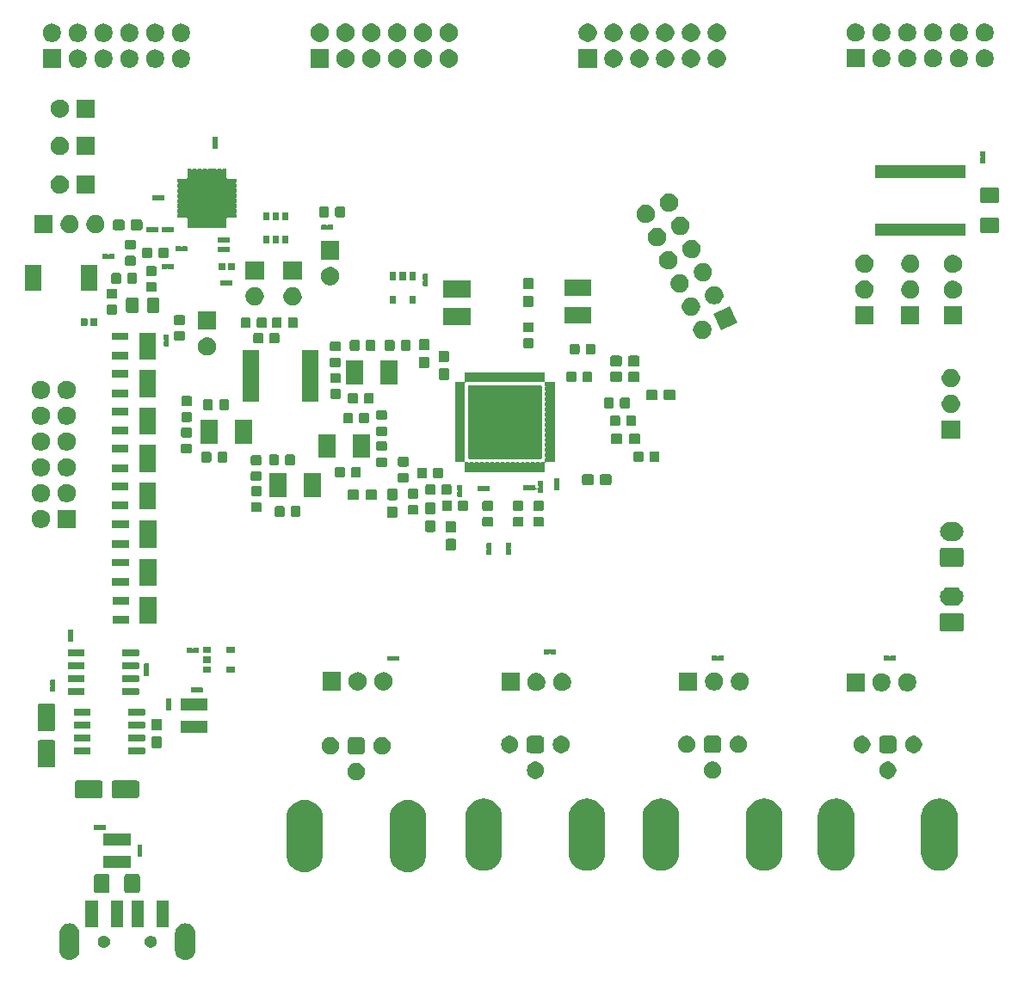
<source format=gbr>
G04 #@! TF.GenerationSoftware,KiCad,Pcbnew,5.1.5+dfsg1-2build2*
G04 #@! TF.CreationDate,2021-11-07T20:55:21-03:00*
G04 #@! TF.ProjectId,board_test,626f6172-645f-4746-9573-742e6b696361,rev?*
G04 #@! TF.SameCoordinates,Original*
G04 #@! TF.FileFunction,Soldermask,Top*
G04 #@! TF.FilePolarity,Negative*
%FSLAX46Y46*%
G04 Gerber Fmt 4.6, Leading zero omitted, Abs format (unit mm)*
G04 Created by KiCad (PCBNEW 5.1.5+dfsg1-2build2) date 2021-11-07 20:55:21*
%MOMM*%
%LPD*%
G04 APERTURE LIST*
%ADD10C,0.100000*%
G04 APERTURE END LIST*
D10*
G36*
X163026228Y-108783483D02*
G01*
X163214922Y-108840723D01*
X163388815Y-108933671D01*
X163541239Y-109058761D01*
X163666329Y-109211185D01*
X163759277Y-109385078D01*
X163816517Y-109573772D01*
X163831000Y-109720825D01*
X163831000Y-111419175D01*
X163816517Y-111566228D01*
X163759277Y-111754922D01*
X163666329Y-111928815D01*
X163541239Y-112081239D01*
X163388815Y-112206329D01*
X163214921Y-112299277D01*
X163026227Y-112356517D01*
X162830000Y-112375843D01*
X162633772Y-112356517D01*
X162445078Y-112299277D01*
X162271185Y-112206329D01*
X162118761Y-112081239D01*
X161993671Y-111928815D01*
X161900723Y-111754921D01*
X161843483Y-111566227D01*
X161829000Y-111419174D01*
X161829000Y-109720825D01*
X161843483Y-109573769D01*
X161900722Y-109385081D01*
X161993672Y-109211185D01*
X162118762Y-109058761D01*
X162271186Y-108933671D01*
X162445079Y-108840723D01*
X162633773Y-108783483D01*
X162830000Y-108764157D01*
X163026228Y-108783483D01*
G37*
G36*
X174426228Y-108783483D02*
G01*
X174614922Y-108840723D01*
X174788815Y-108933671D01*
X174941239Y-109058761D01*
X175066329Y-109211185D01*
X175159277Y-109385078D01*
X175216517Y-109573772D01*
X175231000Y-109720825D01*
X175231000Y-111419175D01*
X175216517Y-111566228D01*
X175159277Y-111754922D01*
X175066329Y-111928815D01*
X174941239Y-112081239D01*
X174788815Y-112206329D01*
X174614921Y-112299277D01*
X174426227Y-112356517D01*
X174230000Y-112375843D01*
X174033772Y-112356517D01*
X173845078Y-112299277D01*
X173671185Y-112206329D01*
X173518761Y-112081239D01*
X173393671Y-111928815D01*
X173300723Y-111754921D01*
X173243483Y-111566227D01*
X173229000Y-111419174D01*
X173229000Y-109720825D01*
X173243483Y-109573769D01*
X173300722Y-109385081D01*
X173393672Y-109211185D01*
X173518762Y-109058761D01*
X173671186Y-108933671D01*
X173845079Y-108840723D01*
X174033773Y-108783483D01*
X174230000Y-108764157D01*
X174426228Y-108783483D01*
G37*
G36*
X170966601Y-109984397D02*
G01*
X171005305Y-109992096D01*
X171037340Y-110005365D01*
X171114680Y-110037400D01*
X171213115Y-110103173D01*
X171296827Y-110186885D01*
X171362600Y-110285320D01*
X171407904Y-110394696D01*
X171431000Y-110510805D01*
X171431000Y-110629195D01*
X171407904Y-110745304D01*
X171362600Y-110854680D01*
X171296827Y-110953115D01*
X171213115Y-111036827D01*
X171114680Y-111102600D01*
X171037340Y-111134635D01*
X171005305Y-111147904D01*
X170966601Y-111155603D01*
X170889195Y-111171000D01*
X170770805Y-111171000D01*
X170693399Y-111155603D01*
X170654695Y-111147904D01*
X170622660Y-111134635D01*
X170545320Y-111102600D01*
X170446885Y-111036827D01*
X170363173Y-110953115D01*
X170297400Y-110854680D01*
X170252096Y-110745304D01*
X170229000Y-110629195D01*
X170229000Y-110510805D01*
X170252096Y-110394696D01*
X170297400Y-110285320D01*
X170363173Y-110186885D01*
X170446885Y-110103173D01*
X170545320Y-110037400D01*
X170622660Y-110005365D01*
X170654695Y-109992096D01*
X170693399Y-109984397D01*
X170770805Y-109969000D01*
X170889195Y-109969000D01*
X170966601Y-109984397D01*
G37*
G36*
X166366601Y-109984397D02*
G01*
X166405305Y-109992096D01*
X166437340Y-110005365D01*
X166514680Y-110037400D01*
X166613115Y-110103173D01*
X166696827Y-110186885D01*
X166762600Y-110285320D01*
X166807904Y-110394696D01*
X166831000Y-110510805D01*
X166831000Y-110629195D01*
X166807904Y-110745304D01*
X166762600Y-110854680D01*
X166696827Y-110953115D01*
X166613115Y-111036827D01*
X166514680Y-111102600D01*
X166437340Y-111134635D01*
X166405305Y-111147904D01*
X166366601Y-111155603D01*
X166289195Y-111171000D01*
X166170805Y-111171000D01*
X166093399Y-111155603D01*
X166054695Y-111147904D01*
X166022660Y-111134635D01*
X165945320Y-111102600D01*
X165846885Y-111036827D01*
X165763173Y-110953115D01*
X165697400Y-110854680D01*
X165652096Y-110745304D01*
X165629000Y-110629195D01*
X165629000Y-110510805D01*
X165652096Y-110394696D01*
X165697400Y-110285320D01*
X165763173Y-110186885D01*
X165846885Y-110103173D01*
X165945320Y-110037400D01*
X166022660Y-110005365D01*
X166054695Y-109992096D01*
X166093399Y-109984397D01*
X166170805Y-109969000D01*
X166289195Y-109969000D01*
X166366601Y-109984397D01*
G37*
G36*
X172631000Y-109121000D02*
G01*
X171429000Y-109121000D01*
X171429000Y-106519000D01*
X172631000Y-106519000D01*
X172631000Y-109121000D01*
G37*
G36*
X168131000Y-109121000D02*
G01*
X166929000Y-109121000D01*
X166929000Y-106519000D01*
X168131000Y-106519000D01*
X168131000Y-109121000D01*
G37*
G36*
X165631000Y-109121000D02*
G01*
X164429000Y-109121000D01*
X164429000Y-106519000D01*
X165631000Y-106519000D01*
X165631000Y-109121000D01*
G37*
G36*
X170131000Y-109121000D02*
G01*
X168929000Y-109121000D01*
X168929000Y-106519000D01*
X170131000Y-106519000D01*
X170131000Y-109121000D01*
G37*
G36*
X166645562Y-103928181D02*
G01*
X166680481Y-103938774D01*
X166712663Y-103955976D01*
X166740873Y-103979127D01*
X166764024Y-104007337D01*
X166781226Y-104039519D01*
X166791819Y-104074438D01*
X166796000Y-104116895D01*
X166796000Y-105583105D01*
X166791819Y-105625562D01*
X166781226Y-105660481D01*
X166764024Y-105692663D01*
X166740873Y-105720873D01*
X166712663Y-105744024D01*
X166680481Y-105761226D01*
X166645562Y-105771819D01*
X166603105Y-105776000D01*
X165461895Y-105776000D01*
X165419438Y-105771819D01*
X165384519Y-105761226D01*
X165352337Y-105744024D01*
X165324127Y-105720873D01*
X165300976Y-105692663D01*
X165283774Y-105660481D01*
X165273181Y-105625562D01*
X165269000Y-105583105D01*
X165269000Y-104116895D01*
X165273181Y-104074438D01*
X165283774Y-104039519D01*
X165300976Y-104007337D01*
X165324127Y-103979127D01*
X165352337Y-103955976D01*
X165384519Y-103938774D01*
X165419438Y-103928181D01*
X165461895Y-103924000D01*
X166603105Y-103924000D01*
X166645562Y-103928181D01*
G37*
G36*
X169620562Y-103928181D02*
G01*
X169655481Y-103938774D01*
X169687663Y-103955976D01*
X169715873Y-103979127D01*
X169739024Y-104007337D01*
X169756226Y-104039519D01*
X169766819Y-104074438D01*
X169771000Y-104116895D01*
X169771000Y-105583105D01*
X169766819Y-105625562D01*
X169756226Y-105660481D01*
X169739024Y-105692663D01*
X169715873Y-105720873D01*
X169687663Y-105744024D01*
X169655481Y-105761226D01*
X169620562Y-105771819D01*
X169578105Y-105776000D01*
X168436895Y-105776000D01*
X168394438Y-105771819D01*
X168359519Y-105761226D01*
X168327337Y-105744024D01*
X168299127Y-105720873D01*
X168275976Y-105692663D01*
X168258774Y-105660481D01*
X168248181Y-105625562D01*
X168244000Y-105583105D01*
X168244000Y-104116895D01*
X168248181Y-104074438D01*
X168258774Y-104039519D01*
X168275976Y-104007337D01*
X168299127Y-103979127D01*
X168327337Y-103955976D01*
X168359519Y-103938774D01*
X168394438Y-103928181D01*
X168436895Y-103924000D01*
X169578105Y-103924000D01*
X169620562Y-103928181D01*
G37*
G36*
X196483058Y-96645059D02*
G01*
X196822548Y-96748042D01*
X196822550Y-96748043D01*
X197135422Y-96915277D01*
X197135424Y-96915278D01*
X197135423Y-96915278D01*
X197409661Y-97140339D01*
X197634722Y-97414577D01*
X197801958Y-97727452D01*
X197904941Y-98066942D01*
X197931000Y-98331525D01*
X197931000Y-102008475D01*
X197904941Y-102273058D01*
X197841392Y-102482550D01*
X197801957Y-102612550D01*
X197634723Y-102925422D01*
X197409661Y-103199661D01*
X197135423Y-103424723D01*
X196826745Y-103589714D01*
X196822547Y-103591958D01*
X196483057Y-103694941D01*
X196130000Y-103729714D01*
X195776942Y-103694941D01*
X195437452Y-103591958D01*
X195194238Y-103461957D01*
X195124578Y-103424723D01*
X194850339Y-103199661D01*
X194625277Y-102925423D01*
X194458043Y-102612549D01*
X194418608Y-102482549D01*
X194355059Y-102273057D01*
X194329000Y-102008474D01*
X194329001Y-98331525D01*
X194355060Y-98066942D01*
X194458043Y-97727452D01*
X194625279Y-97414577D01*
X194850340Y-97140339D01*
X195124578Y-96915278D01*
X195124577Y-96915278D01*
X195124579Y-96915277D01*
X195437451Y-96748043D01*
X195437453Y-96748042D01*
X195776943Y-96645059D01*
X196130000Y-96610286D01*
X196483058Y-96645059D01*
G37*
G36*
X186323058Y-96645059D02*
G01*
X186662548Y-96748042D01*
X186662550Y-96748043D01*
X186975422Y-96915277D01*
X186975424Y-96915278D01*
X186975423Y-96915278D01*
X187249661Y-97140339D01*
X187474722Y-97414577D01*
X187641958Y-97727452D01*
X187744941Y-98066942D01*
X187771000Y-98331525D01*
X187771000Y-102008475D01*
X187744941Y-102273058D01*
X187681392Y-102482550D01*
X187641957Y-102612550D01*
X187474723Y-102925422D01*
X187249661Y-103199661D01*
X186975423Y-103424723D01*
X186666745Y-103589714D01*
X186662547Y-103591958D01*
X186323057Y-103694941D01*
X185970000Y-103729714D01*
X185616942Y-103694941D01*
X185277452Y-103591958D01*
X185034238Y-103461957D01*
X184964578Y-103424723D01*
X184690339Y-103199661D01*
X184465277Y-102925423D01*
X184298043Y-102612549D01*
X184258608Y-102482549D01*
X184195059Y-102273057D01*
X184169000Y-102008474D01*
X184169001Y-98331525D01*
X184195060Y-98066942D01*
X184298043Y-97727452D01*
X184465279Y-97414577D01*
X184690340Y-97140339D01*
X184964578Y-96915278D01*
X184964577Y-96915278D01*
X184964579Y-96915277D01*
X185277451Y-96748043D01*
X185277453Y-96748042D01*
X185616943Y-96645059D01*
X185970000Y-96610286D01*
X186323058Y-96645059D01*
G37*
G36*
X238623058Y-96515059D02*
G01*
X238962548Y-96618042D01*
X238962550Y-96618043D01*
X239275422Y-96785277D01*
X239549661Y-97010339D01*
X239774723Y-97284578D01*
X239936612Y-97587450D01*
X239941958Y-97597452D01*
X240044941Y-97936942D01*
X240071000Y-98201525D01*
X240071000Y-101878475D01*
X240044941Y-102143058D01*
X239941958Y-102482547D01*
X239941957Y-102482550D01*
X239774723Y-102795422D01*
X239549661Y-103069661D01*
X239275423Y-103294723D01*
X238981256Y-103451958D01*
X238962547Y-103461958D01*
X238623057Y-103564941D01*
X238270000Y-103599714D01*
X237916942Y-103564941D01*
X237577452Y-103461958D01*
X237558743Y-103451958D01*
X237264578Y-103294723D01*
X236990339Y-103069661D01*
X236765277Y-102795423D01*
X236598043Y-102482549D01*
X236598042Y-102482547D01*
X236495059Y-102143057D01*
X236469000Y-101878474D01*
X236469001Y-98201525D01*
X236495060Y-97936942D01*
X236598043Y-97597452D01*
X236603389Y-97587450D01*
X236765278Y-97284578D01*
X236990340Y-97010339D01*
X237264579Y-96785277D01*
X237577451Y-96618043D01*
X237577453Y-96618042D01*
X237916943Y-96515059D01*
X238270000Y-96480286D01*
X238623058Y-96515059D01*
G37*
G36*
X248783058Y-96515059D02*
G01*
X249122548Y-96618042D01*
X249122550Y-96618043D01*
X249435422Y-96785277D01*
X249709661Y-97010339D01*
X249934723Y-97284578D01*
X250096612Y-97587450D01*
X250101958Y-97597452D01*
X250204941Y-97936942D01*
X250231000Y-98201525D01*
X250231000Y-101878475D01*
X250204941Y-102143058D01*
X250101958Y-102482547D01*
X250101957Y-102482550D01*
X249934723Y-102795422D01*
X249709661Y-103069661D01*
X249435423Y-103294723D01*
X249141256Y-103451958D01*
X249122547Y-103461958D01*
X248783057Y-103564941D01*
X248430000Y-103599714D01*
X248076942Y-103564941D01*
X247737452Y-103461958D01*
X247718743Y-103451958D01*
X247424578Y-103294723D01*
X247150339Y-103069661D01*
X246925277Y-102795423D01*
X246758043Y-102482549D01*
X246758042Y-102482547D01*
X246655059Y-102143057D01*
X246629000Y-101878474D01*
X246629001Y-98201525D01*
X246655060Y-97936942D01*
X246758043Y-97597452D01*
X246763389Y-97587450D01*
X246925278Y-97284578D01*
X247150340Y-97010339D01*
X247424579Y-96785277D01*
X247737451Y-96618043D01*
X247737453Y-96618042D01*
X248076943Y-96515059D01*
X248430000Y-96480286D01*
X248783058Y-96515059D01*
G37*
G36*
X203963058Y-96515059D02*
G01*
X204302548Y-96618042D01*
X204302550Y-96618043D01*
X204615422Y-96785277D01*
X204889661Y-97010339D01*
X205114723Y-97284578D01*
X205276612Y-97587450D01*
X205281958Y-97597452D01*
X205384941Y-97936942D01*
X205411000Y-98201525D01*
X205411000Y-101878475D01*
X205384941Y-102143058D01*
X205281958Y-102482547D01*
X205281957Y-102482550D01*
X205114723Y-102795422D01*
X204889661Y-103069661D01*
X204615423Y-103294723D01*
X204321256Y-103451958D01*
X204302547Y-103461958D01*
X203963057Y-103564941D01*
X203610000Y-103599714D01*
X203256942Y-103564941D01*
X202917452Y-103461958D01*
X202898743Y-103451958D01*
X202604578Y-103294723D01*
X202330339Y-103069661D01*
X202105277Y-102795423D01*
X201938043Y-102482549D01*
X201938042Y-102482547D01*
X201835059Y-102143057D01*
X201809000Y-101878474D01*
X201809001Y-98201525D01*
X201835060Y-97936942D01*
X201938043Y-97597452D01*
X201943389Y-97587450D01*
X202105278Y-97284578D01*
X202330340Y-97010339D01*
X202604579Y-96785277D01*
X202917451Y-96618043D01*
X202917453Y-96618042D01*
X203256943Y-96515059D01*
X203610000Y-96480286D01*
X203963058Y-96515059D01*
G37*
G36*
X214123058Y-96515059D02*
G01*
X214462548Y-96618042D01*
X214462550Y-96618043D01*
X214775422Y-96785277D01*
X215049661Y-97010339D01*
X215274723Y-97284578D01*
X215436612Y-97587450D01*
X215441958Y-97597452D01*
X215544941Y-97936942D01*
X215571000Y-98201525D01*
X215571000Y-101878475D01*
X215544941Y-102143058D01*
X215441958Y-102482547D01*
X215441957Y-102482550D01*
X215274723Y-102795422D01*
X215049661Y-103069661D01*
X214775423Y-103294723D01*
X214481256Y-103451958D01*
X214462547Y-103461958D01*
X214123057Y-103564941D01*
X213770000Y-103599714D01*
X213416942Y-103564941D01*
X213077452Y-103461958D01*
X213058743Y-103451958D01*
X212764578Y-103294723D01*
X212490339Y-103069661D01*
X212265277Y-102795423D01*
X212098043Y-102482549D01*
X212098042Y-102482547D01*
X211995059Y-102143057D01*
X211969000Y-101878474D01*
X211969001Y-98201525D01*
X211995060Y-97936942D01*
X212098043Y-97597452D01*
X212103389Y-97587450D01*
X212265278Y-97284578D01*
X212490340Y-97010339D01*
X212764579Y-96785277D01*
X213077451Y-96618043D01*
X213077453Y-96618042D01*
X213416943Y-96515059D01*
X213770000Y-96480286D01*
X214123058Y-96515059D01*
G37*
G36*
X231543058Y-96505059D02*
G01*
X231882548Y-96608042D01*
X231882550Y-96608043D01*
X232195422Y-96775277D01*
X232469661Y-97000339D01*
X232694723Y-97274578D01*
X232861957Y-97587450D01*
X232861958Y-97587452D01*
X232964941Y-97926942D01*
X232991000Y-98191525D01*
X232991000Y-101868475D01*
X232964941Y-102133058D01*
X232861958Y-102472547D01*
X232861957Y-102472550D01*
X232694723Y-102785422D01*
X232469661Y-103059661D01*
X232195423Y-103284723D01*
X231933502Y-103424722D01*
X231882547Y-103451958D01*
X231543057Y-103554941D01*
X231190000Y-103589714D01*
X230836942Y-103554941D01*
X230497452Y-103451958D01*
X230446497Y-103424722D01*
X230184578Y-103284723D01*
X229910339Y-103059661D01*
X229685277Y-102785423D01*
X229518043Y-102472549D01*
X229457528Y-102273058D01*
X229415059Y-102133057D01*
X229389000Y-101868474D01*
X229389001Y-98191525D01*
X229415060Y-97926942D01*
X229518043Y-97587452D01*
X229518044Y-97587450D01*
X229685278Y-97274578D01*
X229910340Y-97000339D01*
X230184579Y-96775277D01*
X230497451Y-96608043D01*
X230497453Y-96608042D01*
X230836943Y-96505059D01*
X231190000Y-96470286D01*
X231543058Y-96505059D01*
G37*
G36*
X221383058Y-96505059D02*
G01*
X221722548Y-96608042D01*
X221722550Y-96608043D01*
X222035422Y-96775277D01*
X222309661Y-97000339D01*
X222534723Y-97274578D01*
X222701957Y-97587450D01*
X222701958Y-97587452D01*
X222804941Y-97926942D01*
X222831000Y-98191525D01*
X222831000Y-101868475D01*
X222804941Y-102133058D01*
X222701958Y-102472547D01*
X222701957Y-102472550D01*
X222534723Y-102785422D01*
X222309661Y-103059661D01*
X222035423Y-103284723D01*
X221773502Y-103424722D01*
X221722547Y-103451958D01*
X221383057Y-103554941D01*
X221030000Y-103589714D01*
X220676942Y-103554941D01*
X220337452Y-103451958D01*
X220286497Y-103424722D01*
X220024578Y-103284723D01*
X219750339Y-103059661D01*
X219525277Y-102785423D01*
X219358043Y-102472549D01*
X219297528Y-102273058D01*
X219255059Y-102133057D01*
X219229000Y-101868474D01*
X219229001Y-98191525D01*
X219255060Y-97926942D01*
X219358043Y-97587452D01*
X219358044Y-97587450D01*
X219525278Y-97274578D01*
X219750340Y-97000339D01*
X220024579Y-96775277D01*
X220337451Y-96608043D01*
X220337453Y-96608042D01*
X220676943Y-96505059D01*
X221030000Y-96470286D01*
X221383058Y-96505059D01*
G37*
G36*
X168846000Y-103321000D02*
G01*
X166194000Y-103321000D01*
X166194000Y-102159000D01*
X168846000Y-102159000D01*
X168846000Y-103321000D01*
G37*
G36*
X169970170Y-101030803D02*
G01*
X169981875Y-101034354D01*
X169992665Y-101040121D01*
X170002119Y-101047881D01*
X170009879Y-101057335D01*
X170015646Y-101068125D01*
X170019197Y-101079830D01*
X170021000Y-101098138D01*
X170021000Y-101521862D01*
X170019197Y-101540170D01*
X170015645Y-101551877D01*
X170005383Y-101571077D01*
X169996006Y-101593716D01*
X169991226Y-101617749D01*
X169991226Y-101642253D01*
X169996007Y-101666286D01*
X170005383Y-101688923D01*
X170015645Y-101708123D01*
X170019197Y-101719830D01*
X170021000Y-101738138D01*
X170021000Y-102161862D01*
X170019197Y-102180170D01*
X170015646Y-102191875D01*
X170009879Y-102202665D01*
X170002119Y-102212119D01*
X169992665Y-102219879D01*
X169981875Y-102225646D01*
X169970170Y-102229197D01*
X169951862Y-102231000D01*
X169588138Y-102231000D01*
X169569830Y-102229197D01*
X169558125Y-102225646D01*
X169547335Y-102219879D01*
X169537881Y-102212119D01*
X169530121Y-102202665D01*
X169524354Y-102191875D01*
X169520803Y-102180170D01*
X169519000Y-102161862D01*
X169519000Y-101738138D01*
X169520803Y-101719830D01*
X169524355Y-101708123D01*
X169534617Y-101688923D01*
X169543994Y-101666284D01*
X169548774Y-101642251D01*
X169548774Y-101617747D01*
X169543993Y-101593714D01*
X169534617Y-101571077D01*
X169524355Y-101551877D01*
X169520803Y-101540170D01*
X169519000Y-101521862D01*
X169519000Y-101098138D01*
X169520803Y-101079830D01*
X169524354Y-101068125D01*
X169530121Y-101057335D01*
X169537881Y-101047881D01*
X169547335Y-101040121D01*
X169558125Y-101034354D01*
X169569830Y-101030803D01*
X169588138Y-101029000D01*
X169951862Y-101029000D01*
X169970170Y-101030803D01*
G37*
G36*
X168846000Y-101121000D02*
G01*
X166194000Y-101121000D01*
X166194000Y-99959000D01*
X168846000Y-99959000D01*
X168846000Y-101121000D01*
G37*
G36*
X165720170Y-99070803D02*
G01*
X165731877Y-99074355D01*
X165751077Y-99084617D01*
X165773716Y-99093994D01*
X165797749Y-99098774D01*
X165822253Y-99098774D01*
X165846286Y-99093993D01*
X165868923Y-99084617D01*
X165888123Y-99074355D01*
X165899830Y-99070803D01*
X165918138Y-99069000D01*
X166341862Y-99069000D01*
X166360170Y-99070803D01*
X166371875Y-99074354D01*
X166382665Y-99080121D01*
X166392119Y-99087881D01*
X166399879Y-99097335D01*
X166405646Y-99108125D01*
X166409197Y-99119830D01*
X166411000Y-99138138D01*
X166411000Y-99501862D01*
X166409197Y-99520170D01*
X166405646Y-99531875D01*
X166399879Y-99542665D01*
X166392119Y-99552119D01*
X166382665Y-99559879D01*
X166371875Y-99565646D01*
X166360170Y-99569197D01*
X166341862Y-99571000D01*
X165918138Y-99571000D01*
X165899830Y-99569197D01*
X165888123Y-99565645D01*
X165868923Y-99555383D01*
X165846284Y-99546006D01*
X165822251Y-99541226D01*
X165797747Y-99541226D01*
X165773714Y-99546007D01*
X165751077Y-99555383D01*
X165731877Y-99565645D01*
X165720170Y-99569197D01*
X165701862Y-99571000D01*
X165278138Y-99571000D01*
X165259830Y-99569197D01*
X165248125Y-99565646D01*
X165237335Y-99559879D01*
X165227881Y-99552119D01*
X165220121Y-99542665D01*
X165214354Y-99531875D01*
X165210803Y-99520170D01*
X165209000Y-99501862D01*
X165209000Y-99138138D01*
X165210803Y-99119830D01*
X165214354Y-99108125D01*
X165220121Y-99097335D01*
X165227881Y-99087881D01*
X165237335Y-99080121D01*
X165248125Y-99074354D01*
X165259830Y-99070803D01*
X165278138Y-99069000D01*
X165701862Y-99069000D01*
X165720170Y-99070803D01*
G37*
G36*
X169545997Y-94713051D02*
G01*
X169579652Y-94723261D01*
X169610665Y-94739838D01*
X169637851Y-94762149D01*
X169660162Y-94789335D01*
X169676739Y-94820348D01*
X169686949Y-94854003D01*
X169691000Y-94895138D01*
X169691000Y-96224862D01*
X169686949Y-96265997D01*
X169676739Y-96299652D01*
X169660162Y-96330665D01*
X169637851Y-96357851D01*
X169610665Y-96380162D01*
X169579652Y-96396739D01*
X169545997Y-96406949D01*
X169504862Y-96411000D01*
X167175138Y-96411000D01*
X167134003Y-96406949D01*
X167100348Y-96396739D01*
X167069335Y-96380162D01*
X167042149Y-96357851D01*
X167019838Y-96330665D01*
X167003261Y-96299652D01*
X166993051Y-96265997D01*
X166989000Y-96224862D01*
X166989000Y-94895138D01*
X166993051Y-94854003D01*
X167003261Y-94820348D01*
X167019838Y-94789335D01*
X167042149Y-94762149D01*
X167069335Y-94739838D01*
X167100348Y-94723261D01*
X167134003Y-94713051D01*
X167175138Y-94709000D01*
X169504862Y-94709000D01*
X169545997Y-94713051D01*
G37*
G36*
X165945997Y-94713051D02*
G01*
X165979652Y-94723261D01*
X166010665Y-94739838D01*
X166037851Y-94762149D01*
X166060162Y-94789335D01*
X166076739Y-94820348D01*
X166086949Y-94854003D01*
X166091000Y-94895138D01*
X166091000Y-96224862D01*
X166086949Y-96265997D01*
X166076739Y-96299652D01*
X166060162Y-96330665D01*
X166037851Y-96357851D01*
X166010665Y-96380162D01*
X165979652Y-96396739D01*
X165945997Y-96406949D01*
X165904862Y-96411000D01*
X163575138Y-96411000D01*
X163534003Y-96406949D01*
X163500348Y-96396739D01*
X163469335Y-96380162D01*
X163442149Y-96357851D01*
X163419838Y-96330665D01*
X163403261Y-96299652D01*
X163393051Y-96265997D01*
X163389000Y-96224862D01*
X163389000Y-94895138D01*
X163393051Y-94854003D01*
X163403261Y-94820348D01*
X163419838Y-94789335D01*
X163442149Y-94762149D01*
X163469335Y-94739838D01*
X163500348Y-94723261D01*
X163534003Y-94713051D01*
X163575138Y-94709000D01*
X165904862Y-94709000D01*
X165945997Y-94713051D01*
G37*
G36*
X191298228Y-93001703D02*
G01*
X191453100Y-93065853D01*
X191592481Y-93158985D01*
X191711015Y-93277519D01*
X191804147Y-93416900D01*
X191868297Y-93571772D01*
X191901000Y-93736184D01*
X191901000Y-93903816D01*
X191868297Y-94068228D01*
X191804147Y-94223100D01*
X191711015Y-94362481D01*
X191592481Y-94481015D01*
X191453100Y-94574147D01*
X191298228Y-94638297D01*
X191133816Y-94671000D01*
X190966184Y-94671000D01*
X190801772Y-94638297D01*
X190646900Y-94574147D01*
X190507519Y-94481015D01*
X190388985Y-94362481D01*
X190295853Y-94223100D01*
X190231703Y-94068228D01*
X190199000Y-93903816D01*
X190199000Y-93736184D01*
X190231703Y-93571772D01*
X190295853Y-93416900D01*
X190388985Y-93277519D01*
X190507519Y-93158985D01*
X190646900Y-93065853D01*
X190801772Y-93001703D01*
X190966184Y-92969000D01*
X191133816Y-92969000D01*
X191298228Y-93001703D01*
G37*
G36*
X243598228Y-92871703D02*
G01*
X243753100Y-92935853D01*
X243892481Y-93028985D01*
X244011015Y-93147519D01*
X244104147Y-93286900D01*
X244168297Y-93441772D01*
X244201000Y-93606184D01*
X244201000Y-93773816D01*
X244168297Y-93938228D01*
X244104147Y-94093100D01*
X244011015Y-94232481D01*
X243892481Y-94351015D01*
X243753100Y-94444147D01*
X243598228Y-94508297D01*
X243433816Y-94541000D01*
X243266184Y-94541000D01*
X243101772Y-94508297D01*
X242946900Y-94444147D01*
X242807519Y-94351015D01*
X242688985Y-94232481D01*
X242595853Y-94093100D01*
X242531703Y-93938228D01*
X242499000Y-93773816D01*
X242499000Y-93606184D01*
X242531703Y-93441772D01*
X242595853Y-93286900D01*
X242688985Y-93147519D01*
X242807519Y-93028985D01*
X242946900Y-92935853D01*
X243101772Y-92871703D01*
X243266184Y-92839000D01*
X243433816Y-92839000D01*
X243598228Y-92871703D01*
G37*
G36*
X208938228Y-92871703D02*
G01*
X209093100Y-92935853D01*
X209232481Y-93028985D01*
X209351015Y-93147519D01*
X209444147Y-93286900D01*
X209508297Y-93441772D01*
X209541000Y-93606184D01*
X209541000Y-93773816D01*
X209508297Y-93938228D01*
X209444147Y-94093100D01*
X209351015Y-94232481D01*
X209232481Y-94351015D01*
X209093100Y-94444147D01*
X208938228Y-94508297D01*
X208773816Y-94541000D01*
X208606184Y-94541000D01*
X208441772Y-94508297D01*
X208286900Y-94444147D01*
X208147519Y-94351015D01*
X208028985Y-94232481D01*
X207935853Y-94093100D01*
X207871703Y-93938228D01*
X207839000Y-93773816D01*
X207839000Y-93606184D01*
X207871703Y-93441772D01*
X207935853Y-93286900D01*
X208028985Y-93147519D01*
X208147519Y-93028985D01*
X208286900Y-92935853D01*
X208441772Y-92871703D01*
X208606184Y-92839000D01*
X208773816Y-92839000D01*
X208938228Y-92871703D01*
G37*
G36*
X226358228Y-92861703D02*
G01*
X226513100Y-92925853D01*
X226652481Y-93018985D01*
X226771015Y-93137519D01*
X226864147Y-93276900D01*
X226928297Y-93431772D01*
X226961000Y-93596184D01*
X226961000Y-93763816D01*
X226928297Y-93928228D01*
X226864147Y-94083100D01*
X226771015Y-94222481D01*
X226652481Y-94341015D01*
X226513100Y-94434147D01*
X226358228Y-94498297D01*
X226193816Y-94531000D01*
X226026184Y-94531000D01*
X225861772Y-94498297D01*
X225706900Y-94434147D01*
X225567519Y-94341015D01*
X225448985Y-94222481D01*
X225355853Y-94083100D01*
X225291703Y-93928228D01*
X225259000Y-93763816D01*
X225259000Y-93596184D01*
X225291703Y-93431772D01*
X225355853Y-93276900D01*
X225448985Y-93137519D01*
X225567519Y-93018985D01*
X225706900Y-92925853D01*
X225861772Y-92861703D01*
X226026184Y-92829000D01*
X226193816Y-92829000D01*
X226358228Y-92861703D01*
G37*
G36*
X161275997Y-90733051D02*
G01*
X161309652Y-90743261D01*
X161340665Y-90759838D01*
X161367851Y-90782149D01*
X161390162Y-90809335D01*
X161406739Y-90840348D01*
X161416949Y-90874003D01*
X161421000Y-90915138D01*
X161421000Y-93244862D01*
X161416949Y-93285997D01*
X161406739Y-93319652D01*
X161390162Y-93350665D01*
X161367851Y-93377851D01*
X161340665Y-93400162D01*
X161309652Y-93416739D01*
X161275997Y-93426949D01*
X161234862Y-93431000D01*
X159905138Y-93431000D01*
X159864003Y-93426949D01*
X159830348Y-93416739D01*
X159799335Y-93400162D01*
X159772149Y-93377851D01*
X159749838Y-93350665D01*
X159733261Y-93319652D01*
X159723051Y-93285997D01*
X159719000Y-93244862D01*
X159719000Y-90915138D01*
X159723051Y-90874003D01*
X159733261Y-90840348D01*
X159749838Y-90809335D01*
X159772149Y-90782149D01*
X159799335Y-90759838D01*
X159830348Y-90743261D01*
X159864003Y-90733051D01*
X159905138Y-90729000D01*
X161234862Y-90729000D01*
X161275997Y-90733051D01*
G37*
G36*
X191608698Y-90436568D02*
G01*
X191676685Y-90457192D01*
X191739335Y-90490679D01*
X191794252Y-90535748D01*
X191839321Y-90590665D01*
X191872808Y-90653315D01*
X191893432Y-90721302D01*
X191901000Y-90798140D01*
X191901000Y-91761860D01*
X191893432Y-91838698D01*
X191872808Y-91906685D01*
X191839321Y-91969335D01*
X191794252Y-92024252D01*
X191739335Y-92069321D01*
X191676685Y-92102808D01*
X191608698Y-92123432D01*
X191531860Y-92131000D01*
X190568140Y-92131000D01*
X190491302Y-92123432D01*
X190423315Y-92102808D01*
X190360665Y-92069321D01*
X190305748Y-92024252D01*
X190260679Y-91969335D01*
X190227192Y-91906685D01*
X190206568Y-91838698D01*
X190199000Y-91761860D01*
X190199000Y-90798140D01*
X190206568Y-90721302D01*
X190227192Y-90653315D01*
X190260679Y-90590665D01*
X190305748Y-90535748D01*
X190360665Y-90490679D01*
X190423315Y-90457192D01*
X190491302Y-90436568D01*
X190568140Y-90429000D01*
X191531860Y-90429000D01*
X191608698Y-90436568D01*
G37*
G36*
X188758228Y-90461703D02*
G01*
X188913100Y-90525853D01*
X189052481Y-90618985D01*
X189171015Y-90737519D01*
X189264147Y-90876900D01*
X189328297Y-91031772D01*
X189361000Y-91196184D01*
X189361000Y-91363816D01*
X189328297Y-91528228D01*
X189264147Y-91683100D01*
X189171015Y-91822481D01*
X189052481Y-91941015D01*
X188913100Y-92034147D01*
X188758228Y-92098297D01*
X188593816Y-92131000D01*
X188426184Y-92131000D01*
X188261772Y-92098297D01*
X188106900Y-92034147D01*
X187967519Y-91941015D01*
X187848985Y-91822481D01*
X187755853Y-91683100D01*
X187691703Y-91528228D01*
X187659000Y-91363816D01*
X187659000Y-91196184D01*
X187691703Y-91031772D01*
X187755853Y-90876900D01*
X187848985Y-90737519D01*
X187967519Y-90618985D01*
X188106900Y-90525853D01*
X188261772Y-90461703D01*
X188426184Y-90429000D01*
X188593816Y-90429000D01*
X188758228Y-90461703D01*
G37*
G36*
X193838228Y-90461703D02*
G01*
X193993100Y-90525853D01*
X194132481Y-90618985D01*
X194251015Y-90737519D01*
X194344147Y-90876900D01*
X194408297Y-91031772D01*
X194441000Y-91196184D01*
X194441000Y-91363816D01*
X194408297Y-91528228D01*
X194344147Y-91683100D01*
X194251015Y-91822481D01*
X194132481Y-91941015D01*
X193993100Y-92034147D01*
X193838228Y-92098297D01*
X193673816Y-92131000D01*
X193506184Y-92131000D01*
X193341772Y-92098297D01*
X193186900Y-92034147D01*
X193047519Y-91941015D01*
X192928985Y-91822481D01*
X192835853Y-91683100D01*
X192771703Y-91528228D01*
X192739000Y-91363816D01*
X192739000Y-91196184D01*
X192771703Y-91031772D01*
X192835853Y-90876900D01*
X192928985Y-90737519D01*
X193047519Y-90618985D01*
X193186900Y-90525853D01*
X193341772Y-90461703D01*
X193506184Y-90429000D01*
X193673816Y-90429000D01*
X193838228Y-90461703D01*
G37*
G36*
X164849928Y-91426764D02*
G01*
X164871009Y-91433160D01*
X164890445Y-91443548D01*
X164907476Y-91457524D01*
X164921452Y-91474555D01*
X164931840Y-91493991D01*
X164938236Y-91515072D01*
X164941000Y-91543140D01*
X164941000Y-92006860D01*
X164938236Y-92034928D01*
X164931840Y-92056009D01*
X164921452Y-92075445D01*
X164907476Y-92092476D01*
X164890445Y-92106452D01*
X164871009Y-92116840D01*
X164849928Y-92123236D01*
X164821860Y-92126000D01*
X163408140Y-92126000D01*
X163380072Y-92123236D01*
X163358991Y-92116840D01*
X163339555Y-92106452D01*
X163322524Y-92092476D01*
X163308548Y-92075445D01*
X163298160Y-92056009D01*
X163291764Y-92034928D01*
X163289000Y-92006860D01*
X163289000Y-91543140D01*
X163291764Y-91515072D01*
X163298160Y-91493991D01*
X163308548Y-91474555D01*
X163322524Y-91457524D01*
X163339555Y-91443548D01*
X163358991Y-91433160D01*
X163380072Y-91426764D01*
X163408140Y-91424000D01*
X164821860Y-91424000D01*
X164849928Y-91426764D01*
G37*
G36*
X170199928Y-91426764D02*
G01*
X170221009Y-91433160D01*
X170240445Y-91443548D01*
X170257476Y-91457524D01*
X170271452Y-91474555D01*
X170281840Y-91493991D01*
X170288236Y-91515072D01*
X170291000Y-91543140D01*
X170291000Y-92006860D01*
X170288236Y-92034928D01*
X170281840Y-92056009D01*
X170271452Y-92075445D01*
X170257476Y-92092476D01*
X170240445Y-92106452D01*
X170221009Y-92116840D01*
X170199928Y-92123236D01*
X170171860Y-92126000D01*
X168758140Y-92126000D01*
X168730072Y-92123236D01*
X168708991Y-92116840D01*
X168689555Y-92106452D01*
X168672524Y-92092476D01*
X168658548Y-92075445D01*
X168648160Y-92056009D01*
X168641764Y-92034928D01*
X168639000Y-92006860D01*
X168639000Y-91543140D01*
X168641764Y-91515072D01*
X168648160Y-91493991D01*
X168658548Y-91474555D01*
X168672524Y-91457524D01*
X168689555Y-91443548D01*
X168708991Y-91433160D01*
X168730072Y-91426764D01*
X168758140Y-91424000D01*
X170171860Y-91424000D01*
X170199928Y-91426764D01*
G37*
G36*
X209248698Y-90306568D02*
G01*
X209316685Y-90327192D01*
X209379335Y-90360679D01*
X209434252Y-90405748D01*
X209479321Y-90460665D01*
X209512808Y-90523315D01*
X209533432Y-90591302D01*
X209541000Y-90668140D01*
X209541000Y-91631860D01*
X209533432Y-91708698D01*
X209512808Y-91776685D01*
X209479321Y-91839335D01*
X209434252Y-91894252D01*
X209379335Y-91939321D01*
X209316685Y-91972808D01*
X209248698Y-91993432D01*
X209171860Y-92001000D01*
X208208140Y-92001000D01*
X208131302Y-91993432D01*
X208063315Y-91972808D01*
X208000665Y-91939321D01*
X207945748Y-91894252D01*
X207900679Y-91839335D01*
X207867192Y-91776685D01*
X207846568Y-91708698D01*
X207839000Y-91631860D01*
X207839000Y-90668140D01*
X207846568Y-90591302D01*
X207867192Y-90523315D01*
X207900679Y-90460665D01*
X207945748Y-90405748D01*
X208000665Y-90360679D01*
X208063315Y-90327192D01*
X208131302Y-90306568D01*
X208208140Y-90299000D01*
X209171860Y-90299000D01*
X209248698Y-90306568D01*
G37*
G36*
X211478228Y-90331703D02*
G01*
X211633100Y-90395853D01*
X211772481Y-90488985D01*
X211891015Y-90607519D01*
X211984147Y-90746900D01*
X212048297Y-90901772D01*
X212081000Y-91066184D01*
X212081000Y-91233816D01*
X212048297Y-91398228D01*
X211984147Y-91553100D01*
X211891015Y-91692481D01*
X211772481Y-91811015D01*
X211633100Y-91904147D01*
X211478228Y-91968297D01*
X211313816Y-92001000D01*
X211146184Y-92001000D01*
X210981772Y-91968297D01*
X210826900Y-91904147D01*
X210687519Y-91811015D01*
X210568985Y-91692481D01*
X210475853Y-91553100D01*
X210411703Y-91398228D01*
X210379000Y-91233816D01*
X210379000Y-91066184D01*
X210411703Y-90901772D01*
X210475853Y-90746900D01*
X210568985Y-90607519D01*
X210687519Y-90488985D01*
X210826900Y-90395853D01*
X210981772Y-90331703D01*
X211146184Y-90299000D01*
X211313816Y-90299000D01*
X211478228Y-90331703D01*
G37*
G36*
X206398228Y-90331703D02*
G01*
X206553100Y-90395853D01*
X206692481Y-90488985D01*
X206811015Y-90607519D01*
X206904147Y-90746900D01*
X206968297Y-90901772D01*
X207001000Y-91066184D01*
X207001000Y-91233816D01*
X206968297Y-91398228D01*
X206904147Y-91553100D01*
X206811015Y-91692481D01*
X206692481Y-91811015D01*
X206553100Y-91904147D01*
X206398228Y-91968297D01*
X206233816Y-92001000D01*
X206066184Y-92001000D01*
X205901772Y-91968297D01*
X205746900Y-91904147D01*
X205607519Y-91811015D01*
X205488985Y-91692481D01*
X205395853Y-91553100D01*
X205331703Y-91398228D01*
X205299000Y-91233816D01*
X205299000Y-91066184D01*
X205331703Y-90901772D01*
X205395853Y-90746900D01*
X205488985Y-90607519D01*
X205607519Y-90488985D01*
X205746900Y-90395853D01*
X205901772Y-90331703D01*
X206066184Y-90299000D01*
X206233816Y-90299000D01*
X206398228Y-90331703D01*
G37*
G36*
X243908698Y-90306568D02*
G01*
X243976685Y-90327192D01*
X244039335Y-90360679D01*
X244094252Y-90405748D01*
X244139321Y-90460665D01*
X244172808Y-90523315D01*
X244193432Y-90591302D01*
X244201000Y-90668140D01*
X244201000Y-91631860D01*
X244193432Y-91708698D01*
X244172808Y-91776685D01*
X244139321Y-91839335D01*
X244094252Y-91894252D01*
X244039335Y-91939321D01*
X243976685Y-91972808D01*
X243908698Y-91993432D01*
X243831860Y-92001000D01*
X242868140Y-92001000D01*
X242791302Y-91993432D01*
X242723315Y-91972808D01*
X242660665Y-91939321D01*
X242605748Y-91894252D01*
X242560679Y-91839335D01*
X242527192Y-91776685D01*
X242506568Y-91708698D01*
X242499000Y-91631860D01*
X242499000Y-90668140D01*
X242506568Y-90591302D01*
X242527192Y-90523315D01*
X242560679Y-90460665D01*
X242605748Y-90405748D01*
X242660665Y-90360679D01*
X242723315Y-90327192D01*
X242791302Y-90306568D01*
X242868140Y-90299000D01*
X243831860Y-90299000D01*
X243908698Y-90306568D01*
G37*
G36*
X246138228Y-90331703D02*
G01*
X246293100Y-90395853D01*
X246432481Y-90488985D01*
X246551015Y-90607519D01*
X246644147Y-90746900D01*
X246708297Y-90901772D01*
X246741000Y-91066184D01*
X246741000Y-91233816D01*
X246708297Y-91398228D01*
X246644147Y-91553100D01*
X246551015Y-91692481D01*
X246432481Y-91811015D01*
X246293100Y-91904147D01*
X246138228Y-91968297D01*
X245973816Y-92001000D01*
X245806184Y-92001000D01*
X245641772Y-91968297D01*
X245486900Y-91904147D01*
X245347519Y-91811015D01*
X245228985Y-91692481D01*
X245135853Y-91553100D01*
X245071703Y-91398228D01*
X245039000Y-91233816D01*
X245039000Y-91066184D01*
X245071703Y-90901772D01*
X245135853Y-90746900D01*
X245228985Y-90607519D01*
X245347519Y-90488985D01*
X245486900Y-90395853D01*
X245641772Y-90331703D01*
X245806184Y-90299000D01*
X245973816Y-90299000D01*
X246138228Y-90331703D01*
G37*
G36*
X241058228Y-90331703D02*
G01*
X241213100Y-90395853D01*
X241352481Y-90488985D01*
X241471015Y-90607519D01*
X241564147Y-90746900D01*
X241628297Y-90901772D01*
X241661000Y-91066184D01*
X241661000Y-91233816D01*
X241628297Y-91398228D01*
X241564147Y-91553100D01*
X241471015Y-91692481D01*
X241352481Y-91811015D01*
X241213100Y-91904147D01*
X241058228Y-91968297D01*
X240893816Y-92001000D01*
X240726184Y-92001000D01*
X240561772Y-91968297D01*
X240406900Y-91904147D01*
X240267519Y-91811015D01*
X240148985Y-91692481D01*
X240055853Y-91553100D01*
X239991703Y-91398228D01*
X239959000Y-91233816D01*
X239959000Y-91066184D01*
X239991703Y-90901772D01*
X240055853Y-90746900D01*
X240148985Y-90607519D01*
X240267519Y-90488985D01*
X240406900Y-90395853D01*
X240561772Y-90331703D01*
X240726184Y-90299000D01*
X240893816Y-90299000D01*
X241058228Y-90331703D01*
G37*
G36*
X226668698Y-90296568D02*
G01*
X226736685Y-90317192D01*
X226799335Y-90350679D01*
X226854252Y-90395748D01*
X226899321Y-90450665D01*
X226932808Y-90513315D01*
X226953432Y-90581302D01*
X226961000Y-90658140D01*
X226961000Y-91621860D01*
X226953432Y-91698698D01*
X226932808Y-91766685D01*
X226899321Y-91829335D01*
X226854252Y-91884252D01*
X226799335Y-91929321D01*
X226736685Y-91962808D01*
X226668698Y-91983432D01*
X226591860Y-91991000D01*
X225628140Y-91991000D01*
X225551302Y-91983432D01*
X225483315Y-91962808D01*
X225420665Y-91929321D01*
X225365748Y-91884252D01*
X225320679Y-91829335D01*
X225287192Y-91766685D01*
X225266568Y-91698698D01*
X225259000Y-91621860D01*
X225259000Y-90658140D01*
X225266568Y-90581302D01*
X225287192Y-90513315D01*
X225320679Y-90450665D01*
X225365748Y-90395748D01*
X225420665Y-90350679D01*
X225483315Y-90317192D01*
X225551302Y-90296568D01*
X225628140Y-90289000D01*
X226591860Y-90289000D01*
X226668698Y-90296568D01*
G37*
G36*
X223818228Y-90321703D02*
G01*
X223973100Y-90385853D01*
X224112481Y-90478985D01*
X224231015Y-90597519D01*
X224324147Y-90736900D01*
X224388297Y-90891772D01*
X224421000Y-91056184D01*
X224421000Y-91223816D01*
X224388297Y-91388228D01*
X224324147Y-91543100D01*
X224231015Y-91682481D01*
X224112481Y-91801015D01*
X223973100Y-91894147D01*
X223818228Y-91958297D01*
X223653816Y-91991000D01*
X223486184Y-91991000D01*
X223321772Y-91958297D01*
X223166900Y-91894147D01*
X223027519Y-91801015D01*
X222908985Y-91682481D01*
X222815853Y-91543100D01*
X222751703Y-91388228D01*
X222719000Y-91223816D01*
X222719000Y-91056184D01*
X222751703Y-90891772D01*
X222815853Y-90736900D01*
X222908985Y-90597519D01*
X223027519Y-90478985D01*
X223166900Y-90385853D01*
X223321772Y-90321703D01*
X223486184Y-90289000D01*
X223653816Y-90289000D01*
X223818228Y-90321703D01*
G37*
G36*
X228898228Y-90321703D02*
G01*
X229053100Y-90385853D01*
X229192481Y-90478985D01*
X229311015Y-90597519D01*
X229404147Y-90736900D01*
X229468297Y-90891772D01*
X229501000Y-91056184D01*
X229501000Y-91223816D01*
X229468297Y-91388228D01*
X229404147Y-91543100D01*
X229311015Y-91682481D01*
X229192481Y-91801015D01*
X229053100Y-91894147D01*
X228898228Y-91958297D01*
X228733816Y-91991000D01*
X228566184Y-91991000D01*
X228401772Y-91958297D01*
X228246900Y-91894147D01*
X228107519Y-91801015D01*
X227988985Y-91682481D01*
X227895853Y-91543100D01*
X227831703Y-91388228D01*
X227799000Y-91223816D01*
X227799000Y-91056184D01*
X227831703Y-90891772D01*
X227895853Y-90736900D01*
X227988985Y-90597519D01*
X228107519Y-90478985D01*
X228246900Y-90385853D01*
X228401772Y-90321703D01*
X228566184Y-90289000D01*
X228733816Y-90289000D01*
X228898228Y-90321703D01*
G37*
G36*
X171784499Y-90378445D02*
G01*
X171821995Y-90389820D01*
X171856554Y-90408292D01*
X171886847Y-90433153D01*
X171911708Y-90463446D01*
X171930180Y-90498005D01*
X171941555Y-90535501D01*
X171946000Y-90580638D01*
X171946000Y-91319362D01*
X171941555Y-91364499D01*
X171930180Y-91401995D01*
X171911708Y-91436554D01*
X171886847Y-91466847D01*
X171856554Y-91491708D01*
X171821995Y-91510180D01*
X171784499Y-91521555D01*
X171739362Y-91526000D01*
X171100638Y-91526000D01*
X171055501Y-91521555D01*
X171018005Y-91510180D01*
X170983446Y-91491708D01*
X170953153Y-91466847D01*
X170928292Y-91436554D01*
X170909820Y-91401995D01*
X170898445Y-91364499D01*
X170894000Y-91319362D01*
X170894000Y-90580638D01*
X170898445Y-90535501D01*
X170909820Y-90498005D01*
X170928292Y-90463446D01*
X170953153Y-90433153D01*
X170983446Y-90408292D01*
X171018005Y-90389820D01*
X171055501Y-90378445D01*
X171100638Y-90374000D01*
X171739362Y-90374000D01*
X171784499Y-90378445D01*
G37*
G36*
X170199928Y-90156764D02*
G01*
X170221009Y-90163160D01*
X170240445Y-90173548D01*
X170257476Y-90187524D01*
X170271452Y-90204555D01*
X170281840Y-90223991D01*
X170288236Y-90245072D01*
X170291000Y-90273140D01*
X170291000Y-90736860D01*
X170288236Y-90764928D01*
X170281840Y-90786009D01*
X170271452Y-90805445D01*
X170257476Y-90822476D01*
X170240445Y-90836452D01*
X170221009Y-90846840D01*
X170199928Y-90853236D01*
X170171860Y-90856000D01*
X168758140Y-90856000D01*
X168730072Y-90853236D01*
X168708991Y-90846840D01*
X168689555Y-90836452D01*
X168672524Y-90822476D01*
X168658548Y-90805445D01*
X168648160Y-90786009D01*
X168641764Y-90764928D01*
X168639000Y-90736860D01*
X168639000Y-90273140D01*
X168641764Y-90245072D01*
X168648160Y-90223991D01*
X168658548Y-90204555D01*
X168672524Y-90187524D01*
X168689555Y-90173548D01*
X168708991Y-90163160D01*
X168730072Y-90156764D01*
X168758140Y-90154000D01*
X170171860Y-90154000D01*
X170199928Y-90156764D01*
G37*
G36*
X164849928Y-90156764D02*
G01*
X164871009Y-90163160D01*
X164890445Y-90173548D01*
X164907476Y-90187524D01*
X164921452Y-90204555D01*
X164931840Y-90223991D01*
X164938236Y-90245072D01*
X164941000Y-90273140D01*
X164941000Y-90736860D01*
X164938236Y-90764928D01*
X164931840Y-90786009D01*
X164921452Y-90805445D01*
X164907476Y-90822476D01*
X164890445Y-90836452D01*
X164871009Y-90846840D01*
X164849928Y-90853236D01*
X164821860Y-90856000D01*
X163408140Y-90856000D01*
X163380072Y-90853236D01*
X163358991Y-90846840D01*
X163339555Y-90836452D01*
X163322524Y-90822476D01*
X163308548Y-90805445D01*
X163298160Y-90786009D01*
X163291764Y-90764928D01*
X163289000Y-90736860D01*
X163289000Y-90273140D01*
X163291764Y-90245072D01*
X163298160Y-90223991D01*
X163308548Y-90204555D01*
X163322524Y-90187524D01*
X163339555Y-90173548D01*
X163358991Y-90163160D01*
X163380072Y-90156764D01*
X163408140Y-90154000D01*
X164821860Y-90154000D01*
X164849928Y-90156764D01*
G37*
G36*
X176456000Y-89971000D02*
G01*
X173804000Y-89971000D01*
X173804000Y-88809000D01*
X176456000Y-88809000D01*
X176456000Y-89971000D01*
G37*
G36*
X161275997Y-87133051D02*
G01*
X161309652Y-87143261D01*
X161340665Y-87159838D01*
X161367851Y-87182149D01*
X161390162Y-87209335D01*
X161406739Y-87240348D01*
X161416949Y-87274003D01*
X161421000Y-87315138D01*
X161421000Y-89644862D01*
X161416949Y-89685997D01*
X161406739Y-89719652D01*
X161390162Y-89750665D01*
X161367851Y-89777851D01*
X161340665Y-89800162D01*
X161309652Y-89816739D01*
X161275997Y-89826949D01*
X161234862Y-89831000D01*
X159905138Y-89831000D01*
X159864003Y-89826949D01*
X159830348Y-89816739D01*
X159799335Y-89800162D01*
X159772149Y-89777851D01*
X159749838Y-89750665D01*
X159733261Y-89719652D01*
X159723051Y-89685997D01*
X159719000Y-89644862D01*
X159719000Y-87315138D01*
X159723051Y-87274003D01*
X159733261Y-87240348D01*
X159749838Y-87209335D01*
X159772149Y-87182149D01*
X159799335Y-87159838D01*
X159830348Y-87143261D01*
X159864003Y-87133051D01*
X159905138Y-87129000D01*
X161234862Y-87129000D01*
X161275997Y-87133051D01*
G37*
G36*
X171784499Y-88628445D02*
G01*
X171821995Y-88639820D01*
X171856554Y-88658292D01*
X171886847Y-88683153D01*
X171911708Y-88713446D01*
X171930180Y-88748005D01*
X171941555Y-88785501D01*
X171946000Y-88830638D01*
X171946000Y-89569362D01*
X171941555Y-89614499D01*
X171930180Y-89651995D01*
X171911708Y-89686554D01*
X171886847Y-89716847D01*
X171856554Y-89741708D01*
X171821995Y-89760180D01*
X171784499Y-89771555D01*
X171739362Y-89776000D01*
X171100638Y-89776000D01*
X171055501Y-89771555D01*
X171018005Y-89760180D01*
X170983446Y-89741708D01*
X170953153Y-89716847D01*
X170928292Y-89686554D01*
X170909820Y-89651995D01*
X170898445Y-89614499D01*
X170894000Y-89569362D01*
X170894000Y-88830638D01*
X170898445Y-88785501D01*
X170909820Y-88748005D01*
X170928292Y-88713446D01*
X170953153Y-88683153D01*
X170983446Y-88658292D01*
X171018005Y-88639820D01*
X171055501Y-88628445D01*
X171100638Y-88624000D01*
X171739362Y-88624000D01*
X171784499Y-88628445D01*
G37*
G36*
X164849928Y-88886764D02*
G01*
X164871009Y-88893160D01*
X164890445Y-88903548D01*
X164907476Y-88917524D01*
X164921452Y-88934555D01*
X164931840Y-88953991D01*
X164938236Y-88975072D01*
X164941000Y-89003140D01*
X164941000Y-89466860D01*
X164938236Y-89494928D01*
X164931840Y-89516009D01*
X164921452Y-89535445D01*
X164907476Y-89552476D01*
X164890445Y-89566452D01*
X164871009Y-89576840D01*
X164849928Y-89583236D01*
X164821860Y-89586000D01*
X163408140Y-89586000D01*
X163380072Y-89583236D01*
X163358991Y-89576840D01*
X163339555Y-89566452D01*
X163322524Y-89552476D01*
X163308548Y-89535445D01*
X163298160Y-89516009D01*
X163291764Y-89494928D01*
X163289000Y-89466860D01*
X163289000Y-89003140D01*
X163291764Y-88975072D01*
X163298160Y-88953991D01*
X163308548Y-88934555D01*
X163322524Y-88917524D01*
X163339555Y-88903548D01*
X163358991Y-88893160D01*
X163380072Y-88886764D01*
X163408140Y-88884000D01*
X164821860Y-88884000D01*
X164849928Y-88886764D01*
G37*
G36*
X170199928Y-88886764D02*
G01*
X170221009Y-88893160D01*
X170240445Y-88903548D01*
X170257476Y-88917524D01*
X170271452Y-88934555D01*
X170281840Y-88953991D01*
X170288236Y-88975072D01*
X170291000Y-89003140D01*
X170291000Y-89466860D01*
X170288236Y-89494928D01*
X170281840Y-89516009D01*
X170271452Y-89535445D01*
X170257476Y-89552476D01*
X170240445Y-89566452D01*
X170221009Y-89576840D01*
X170199928Y-89583236D01*
X170171860Y-89586000D01*
X168758140Y-89586000D01*
X168730072Y-89583236D01*
X168708991Y-89576840D01*
X168689555Y-89566452D01*
X168672524Y-89552476D01*
X168658548Y-89535445D01*
X168648160Y-89516009D01*
X168641764Y-89494928D01*
X168639000Y-89466860D01*
X168639000Y-89003140D01*
X168641764Y-88975072D01*
X168648160Y-88953991D01*
X168658548Y-88934555D01*
X168672524Y-88917524D01*
X168689555Y-88903548D01*
X168708991Y-88893160D01*
X168730072Y-88886764D01*
X168758140Y-88884000D01*
X170171860Y-88884000D01*
X170199928Y-88886764D01*
G37*
G36*
X164849928Y-87616764D02*
G01*
X164871009Y-87623160D01*
X164890445Y-87633548D01*
X164907476Y-87647524D01*
X164921452Y-87664555D01*
X164931840Y-87683991D01*
X164938236Y-87705072D01*
X164941000Y-87733140D01*
X164941000Y-88196860D01*
X164938236Y-88224928D01*
X164931840Y-88246009D01*
X164921452Y-88265445D01*
X164907476Y-88282476D01*
X164890445Y-88296452D01*
X164871009Y-88306840D01*
X164849928Y-88313236D01*
X164821860Y-88316000D01*
X163408140Y-88316000D01*
X163380072Y-88313236D01*
X163358991Y-88306840D01*
X163339555Y-88296452D01*
X163322524Y-88282476D01*
X163308548Y-88265445D01*
X163298160Y-88246009D01*
X163291764Y-88224928D01*
X163289000Y-88196860D01*
X163289000Y-87733140D01*
X163291764Y-87705072D01*
X163298160Y-87683991D01*
X163308548Y-87664555D01*
X163322524Y-87647524D01*
X163339555Y-87633548D01*
X163358991Y-87623160D01*
X163380072Y-87616764D01*
X163408140Y-87614000D01*
X164821860Y-87614000D01*
X164849928Y-87616764D01*
G37*
G36*
X170199928Y-87616764D02*
G01*
X170221009Y-87623160D01*
X170240445Y-87633548D01*
X170257476Y-87647524D01*
X170271452Y-87664555D01*
X170281840Y-87683991D01*
X170288236Y-87705072D01*
X170291000Y-87733140D01*
X170291000Y-88196860D01*
X170288236Y-88224928D01*
X170281840Y-88246009D01*
X170271452Y-88265445D01*
X170257476Y-88282476D01*
X170240445Y-88296452D01*
X170221009Y-88306840D01*
X170199928Y-88313236D01*
X170171860Y-88316000D01*
X168758140Y-88316000D01*
X168730072Y-88313236D01*
X168708991Y-88306840D01*
X168689555Y-88296452D01*
X168672524Y-88282476D01*
X168658548Y-88265445D01*
X168648160Y-88246009D01*
X168641764Y-88224928D01*
X168639000Y-88196860D01*
X168639000Y-87733140D01*
X168641764Y-87705072D01*
X168648160Y-87683991D01*
X168658548Y-87664555D01*
X168672524Y-87647524D01*
X168689555Y-87633548D01*
X168708991Y-87623160D01*
X168730072Y-87616764D01*
X168758140Y-87614000D01*
X170171860Y-87614000D01*
X170199928Y-87616764D01*
G37*
G36*
X172810170Y-86630803D02*
G01*
X172821875Y-86634354D01*
X172832665Y-86640121D01*
X172842119Y-86647881D01*
X172849879Y-86657335D01*
X172855646Y-86668125D01*
X172859197Y-86679830D01*
X172861000Y-86698138D01*
X172861000Y-87121862D01*
X172859197Y-87140170D01*
X172855645Y-87151877D01*
X172845383Y-87171077D01*
X172836006Y-87193716D01*
X172831226Y-87217749D01*
X172831226Y-87242253D01*
X172836007Y-87266286D01*
X172845383Y-87288923D01*
X172855645Y-87308123D01*
X172859197Y-87319830D01*
X172861000Y-87338138D01*
X172861000Y-87761862D01*
X172859197Y-87780170D01*
X172855646Y-87791875D01*
X172849879Y-87802665D01*
X172842119Y-87812119D01*
X172832665Y-87819879D01*
X172821875Y-87825646D01*
X172810170Y-87829197D01*
X172791862Y-87831000D01*
X172428138Y-87831000D01*
X172409830Y-87829197D01*
X172398125Y-87825646D01*
X172387335Y-87819879D01*
X172377881Y-87812119D01*
X172370121Y-87802665D01*
X172364354Y-87791875D01*
X172360803Y-87780170D01*
X172359000Y-87761862D01*
X172359000Y-87338138D01*
X172360803Y-87319830D01*
X172364355Y-87308123D01*
X172374617Y-87288923D01*
X172383994Y-87266284D01*
X172388774Y-87242251D01*
X172388774Y-87217747D01*
X172383993Y-87193714D01*
X172374617Y-87171077D01*
X172364355Y-87151877D01*
X172360803Y-87140170D01*
X172359000Y-87121862D01*
X172359000Y-86698138D01*
X172360803Y-86679830D01*
X172364354Y-86668125D01*
X172370121Y-86657335D01*
X172377881Y-86647881D01*
X172387335Y-86640121D01*
X172398125Y-86634354D01*
X172409830Y-86630803D01*
X172428138Y-86629000D01*
X172791862Y-86629000D01*
X172810170Y-86630803D01*
G37*
G36*
X176456000Y-87771000D02*
G01*
X173804000Y-87771000D01*
X173804000Y-86609000D01*
X176456000Y-86609000D01*
X176456000Y-87771000D01*
G37*
G36*
X169599928Y-85586764D02*
G01*
X169621009Y-85593160D01*
X169640445Y-85603548D01*
X169657476Y-85617524D01*
X169671452Y-85634555D01*
X169681840Y-85653991D01*
X169688236Y-85675072D01*
X169691000Y-85703140D01*
X169691000Y-86166860D01*
X169688236Y-86194928D01*
X169681840Y-86216009D01*
X169671452Y-86235445D01*
X169657476Y-86252476D01*
X169640445Y-86266452D01*
X169621009Y-86276840D01*
X169599928Y-86283236D01*
X169571860Y-86286000D01*
X168158140Y-86286000D01*
X168130072Y-86283236D01*
X168108991Y-86276840D01*
X168089555Y-86266452D01*
X168072524Y-86252476D01*
X168058548Y-86235445D01*
X168048160Y-86216009D01*
X168041764Y-86194928D01*
X168039000Y-86166860D01*
X168039000Y-85703140D01*
X168041764Y-85675072D01*
X168048160Y-85653991D01*
X168058548Y-85634555D01*
X168072524Y-85617524D01*
X168089555Y-85603548D01*
X168108991Y-85593160D01*
X168130072Y-85586764D01*
X168158140Y-85584000D01*
X169571860Y-85584000D01*
X169599928Y-85586764D01*
G37*
G36*
X164249928Y-85586764D02*
G01*
X164271009Y-85593160D01*
X164290445Y-85603548D01*
X164307476Y-85617524D01*
X164321452Y-85634555D01*
X164331840Y-85653991D01*
X164338236Y-85675072D01*
X164341000Y-85703140D01*
X164341000Y-86166860D01*
X164338236Y-86194928D01*
X164331840Y-86216009D01*
X164321452Y-86235445D01*
X164307476Y-86252476D01*
X164290445Y-86266452D01*
X164271009Y-86276840D01*
X164249928Y-86283236D01*
X164221860Y-86286000D01*
X162808140Y-86286000D01*
X162780072Y-86283236D01*
X162758991Y-86276840D01*
X162739555Y-86266452D01*
X162722524Y-86252476D01*
X162708548Y-86235445D01*
X162698160Y-86216009D01*
X162691764Y-86194928D01*
X162689000Y-86166860D01*
X162689000Y-85703140D01*
X162691764Y-85675072D01*
X162698160Y-85653991D01*
X162708548Y-85634555D01*
X162722524Y-85617524D01*
X162739555Y-85603548D01*
X162758991Y-85593160D01*
X162780072Y-85586764D01*
X162808140Y-85584000D01*
X164221860Y-85584000D01*
X164249928Y-85586764D01*
G37*
G36*
X175280170Y-85550803D02*
G01*
X175291877Y-85554355D01*
X175311077Y-85564617D01*
X175333716Y-85573994D01*
X175357749Y-85578774D01*
X175382253Y-85578774D01*
X175406286Y-85573993D01*
X175428923Y-85564617D01*
X175448123Y-85554355D01*
X175459830Y-85550803D01*
X175478138Y-85549000D01*
X175901862Y-85549000D01*
X175920170Y-85550803D01*
X175931875Y-85554354D01*
X175942665Y-85560121D01*
X175952119Y-85567881D01*
X175959879Y-85577335D01*
X175965646Y-85588125D01*
X175969197Y-85599830D01*
X175971000Y-85618138D01*
X175971000Y-85981862D01*
X175969197Y-86000170D01*
X175965646Y-86011875D01*
X175959879Y-86022665D01*
X175952119Y-86032119D01*
X175942665Y-86039879D01*
X175931875Y-86045646D01*
X175920170Y-86049197D01*
X175901862Y-86051000D01*
X175478138Y-86051000D01*
X175459830Y-86049197D01*
X175448123Y-86045645D01*
X175428923Y-86035383D01*
X175406284Y-86026006D01*
X175382251Y-86021226D01*
X175357747Y-86021226D01*
X175333714Y-86026007D01*
X175311077Y-86035383D01*
X175291877Y-86045645D01*
X175280170Y-86049197D01*
X175261862Y-86051000D01*
X174838138Y-86051000D01*
X174819830Y-86049197D01*
X174808125Y-86045646D01*
X174797335Y-86039879D01*
X174787881Y-86032119D01*
X174780121Y-86022665D01*
X174774354Y-86011875D01*
X174770803Y-86000170D01*
X174769000Y-85981862D01*
X174769000Y-85618138D01*
X174770803Y-85599830D01*
X174774354Y-85588125D01*
X174780121Y-85577335D01*
X174787881Y-85567881D01*
X174797335Y-85560121D01*
X174808125Y-85554354D01*
X174819830Y-85550803D01*
X174838138Y-85549000D01*
X175261862Y-85549000D01*
X175280170Y-85550803D01*
G37*
G36*
X161400170Y-84780803D02*
G01*
X161411875Y-84784354D01*
X161422665Y-84790121D01*
X161432119Y-84797881D01*
X161439879Y-84807335D01*
X161445646Y-84818125D01*
X161449197Y-84829830D01*
X161451000Y-84848138D01*
X161451000Y-85271862D01*
X161449197Y-85290170D01*
X161445645Y-85301877D01*
X161435383Y-85321077D01*
X161426006Y-85343716D01*
X161421226Y-85367749D01*
X161421226Y-85392253D01*
X161426007Y-85416286D01*
X161435383Y-85438923D01*
X161445645Y-85458123D01*
X161449197Y-85469830D01*
X161451000Y-85488138D01*
X161451000Y-85911862D01*
X161449197Y-85930170D01*
X161445646Y-85941875D01*
X161439879Y-85952665D01*
X161432119Y-85962119D01*
X161422665Y-85969879D01*
X161411875Y-85975646D01*
X161400170Y-85979197D01*
X161381862Y-85981000D01*
X161018138Y-85981000D01*
X160999830Y-85979197D01*
X160988125Y-85975646D01*
X160977335Y-85969879D01*
X160967881Y-85962119D01*
X160960121Y-85952665D01*
X160954354Y-85941875D01*
X160950803Y-85930170D01*
X160949000Y-85911862D01*
X160949000Y-85488138D01*
X160950803Y-85469830D01*
X160954355Y-85458123D01*
X160964617Y-85438923D01*
X160973994Y-85416284D01*
X160978774Y-85392251D01*
X160978774Y-85367747D01*
X160973993Y-85343714D01*
X160964617Y-85321077D01*
X160954355Y-85301877D01*
X160950803Y-85290170D01*
X160949000Y-85271862D01*
X160949000Y-84848138D01*
X160950803Y-84829830D01*
X160954354Y-84818125D01*
X160960121Y-84807335D01*
X160967881Y-84797881D01*
X160977335Y-84790121D01*
X160988125Y-84784354D01*
X160999830Y-84780803D01*
X161018138Y-84779000D01*
X161381862Y-84779000D01*
X161400170Y-84780803D01*
G37*
G36*
X241091000Y-85931000D02*
G01*
X239289000Y-85931000D01*
X239289000Y-84129000D01*
X241091000Y-84129000D01*
X241091000Y-85931000D01*
G37*
G36*
X242841988Y-84133624D02*
G01*
X242992812Y-84163624D01*
X243156784Y-84231544D01*
X243304354Y-84330147D01*
X243429853Y-84455646D01*
X243528456Y-84603216D01*
X243596376Y-84767188D01*
X243613098Y-84851258D01*
X243630353Y-84938003D01*
X243631000Y-84941259D01*
X243631000Y-85118741D01*
X243596376Y-85292812D01*
X243528456Y-85456784D01*
X243429853Y-85604354D01*
X243304354Y-85729853D01*
X243156784Y-85828456D01*
X242992812Y-85896376D01*
X242846392Y-85925500D01*
X242818742Y-85931000D01*
X242641258Y-85931000D01*
X242613608Y-85925500D01*
X242467188Y-85896376D01*
X242303216Y-85828456D01*
X242155646Y-85729853D01*
X242030147Y-85604354D01*
X241931544Y-85456784D01*
X241863624Y-85292812D01*
X241829000Y-85118741D01*
X241829000Y-84941259D01*
X241829648Y-84938003D01*
X241846902Y-84851258D01*
X241863624Y-84767188D01*
X241931544Y-84603216D01*
X242030147Y-84455646D01*
X242155646Y-84330147D01*
X242303216Y-84231544D01*
X242467188Y-84163624D01*
X242618012Y-84133624D01*
X242641258Y-84129000D01*
X242818742Y-84129000D01*
X242841988Y-84133624D01*
G37*
G36*
X245381988Y-84133624D02*
G01*
X245532812Y-84163624D01*
X245696784Y-84231544D01*
X245844354Y-84330147D01*
X245969853Y-84455646D01*
X246068456Y-84603216D01*
X246136376Y-84767188D01*
X246153098Y-84851258D01*
X246170353Y-84938003D01*
X246171000Y-84941259D01*
X246171000Y-85118741D01*
X246136376Y-85292812D01*
X246068456Y-85456784D01*
X245969853Y-85604354D01*
X245844354Y-85729853D01*
X245696784Y-85828456D01*
X245532812Y-85896376D01*
X245386392Y-85925500D01*
X245358742Y-85931000D01*
X245181258Y-85931000D01*
X245153608Y-85925500D01*
X245007188Y-85896376D01*
X244843216Y-85828456D01*
X244695646Y-85729853D01*
X244570147Y-85604354D01*
X244471544Y-85456784D01*
X244403624Y-85292812D01*
X244369000Y-85118741D01*
X244369000Y-84941259D01*
X244369648Y-84938003D01*
X244386902Y-84851258D01*
X244403624Y-84767188D01*
X244471544Y-84603216D01*
X244570147Y-84455646D01*
X244695646Y-84330147D01*
X244843216Y-84231544D01*
X245007188Y-84163624D01*
X245158012Y-84133624D01*
X245181258Y-84129000D01*
X245358742Y-84129000D01*
X245381988Y-84133624D01*
G37*
G36*
X208883512Y-84103927D02*
G01*
X209032812Y-84133624D01*
X209196784Y-84201544D01*
X209344354Y-84300147D01*
X209469853Y-84425646D01*
X209568456Y-84573216D01*
X209636376Y-84737188D01*
X209666073Y-84886488D01*
X209670285Y-84907661D01*
X209671000Y-84911259D01*
X209671000Y-85088741D01*
X209636376Y-85262812D01*
X209568456Y-85426784D01*
X209469853Y-85574354D01*
X209344354Y-85699853D01*
X209196784Y-85798456D01*
X209032812Y-85866376D01*
X208883512Y-85896073D01*
X208858742Y-85901000D01*
X208681258Y-85901000D01*
X208656488Y-85896073D01*
X208507188Y-85866376D01*
X208343216Y-85798456D01*
X208195646Y-85699853D01*
X208070147Y-85574354D01*
X207971544Y-85426784D01*
X207903624Y-85262812D01*
X207869000Y-85088741D01*
X207869000Y-84911259D01*
X207869716Y-84907661D01*
X207873927Y-84886488D01*
X207903624Y-84737188D01*
X207971544Y-84573216D01*
X208070147Y-84425646D01*
X208195646Y-84300147D01*
X208343216Y-84201544D01*
X208507188Y-84133624D01*
X208656488Y-84103927D01*
X208681258Y-84099000D01*
X208858742Y-84099000D01*
X208883512Y-84103927D01*
G37*
G36*
X207131000Y-85901000D02*
G01*
X205329000Y-85901000D01*
X205329000Y-84099000D01*
X207131000Y-84099000D01*
X207131000Y-85901000D01*
G37*
G36*
X211423512Y-84103927D02*
G01*
X211572812Y-84133624D01*
X211736784Y-84201544D01*
X211884354Y-84300147D01*
X212009853Y-84425646D01*
X212108456Y-84573216D01*
X212176376Y-84737188D01*
X212206073Y-84886488D01*
X212210285Y-84907661D01*
X212211000Y-84911259D01*
X212211000Y-85088741D01*
X212176376Y-85262812D01*
X212108456Y-85426784D01*
X212009853Y-85574354D01*
X211884354Y-85699853D01*
X211736784Y-85798456D01*
X211572812Y-85866376D01*
X211423512Y-85896073D01*
X211398742Y-85901000D01*
X211221258Y-85901000D01*
X211196488Y-85896073D01*
X211047188Y-85866376D01*
X210883216Y-85798456D01*
X210735646Y-85699853D01*
X210610147Y-85574354D01*
X210511544Y-85426784D01*
X210443624Y-85262812D01*
X210409000Y-85088741D01*
X210409000Y-84911259D01*
X210409716Y-84907661D01*
X210413927Y-84886488D01*
X210443624Y-84737188D01*
X210511544Y-84573216D01*
X210610147Y-84425646D01*
X210735646Y-84300147D01*
X210883216Y-84201544D01*
X211047188Y-84133624D01*
X211196488Y-84103927D01*
X211221258Y-84099000D01*
X211398742Y-84099000D01*
X211423512Y-84103927D01*
G37*
G36*
X224631000Y-85851000D02*
G01*
X222829000Y-85851000D01*
X222829000Y-84049000D01*
X224631000Y-84049000D01*
X224631000Y-85851000D01*
G37*
G36*
X226383512Y-84053927D02*
G01*
X226532812Y-84083624D01*
X226696784Y-84151544D01*
X226844354Y-84250147D01*
X226969853Y-84375646D01*
X227068456Y-84523216D01*
X227136376Y-84687188D01*
X227171000Y-84861259D01*
X227171000Y-85038741D01*
X227136376Y-85212812D01*
X227068456Y-85376784D01*
X226969853Y-85524354D01*
X226844354Y-85649853D01*
X226696784Y-85748456D01*
X226532812Y-85816376D01*
X226383512Y-85846073D01*
X226358742Y-85851000D01*
X226181258Y-85851000D01*
X226156488Y-85846073D01*
X226007188Y-85816376D01*
X225843216Y-85748456D01*
X225695646Y-85649853D01*
X225570147Y-85524354D01*
X225471544Y-85376784D01*
X225403624Y-85212812D01*
X225369000Y-85038741D01*
X225369000Y-84861259D01*
X225403624Y-84687188D01*
X225471544Y-84523216D01*
X225570147Y-84375646D01*
X225695646Y-84250147D01*
X225843216Y-84151544D01*
X226007188Y-84083624D01*
X226156488Y-84053927D01*
X226181258Y-84049000D01*
X226358742Y-84049000D01*
X226383512Y-84053927D01*
G37*
G36*
X228923512Y-84053927D02*
G01*
X229072812Y-84083624D01*
X229236784Y-84151544D01*
X229384354Y-84250147D01*
X229509853Y-84375646D01*
X229608456Y-84523216D01*
X229676376Y-84687188D01*
X229711000Y-84861259D01*
X229711000Y-85038741D01*
X229676376Y-85212812D01*
X229608456Y-85376784D01*
X229509853Y-85524354D01*
X229384354Y-85649853D01*
X229236784Y-85748456D01*
X229072812Y-85816376D01*
X228923512Y-85846073D01*
X228898742Y-85851000D01*
X228721258Y-85851000D01*
X228696488Y-85846073D01*
X228547188Y-85816376D01*
X228383216Y-85748456D01*
X228235646Y-85649853D01*
X228110147Y-85524354D01*
X228011544Y-85376784D01*
X227943624Y-85212812D01*
X227909000Y-85038741D01*
X227909000Y-84861259D01*
X227943624Y-84687188D01*
X228011544Y-84523216D01*
X228110147Y-84375646D01*
X228235646Y-84250147D01*
X228383216Y-84151544D01*
X228547188Y-84083624D01*
X228696488Y-84053927D01*
X228721258Y-84049000D01*
X228898742Y-84049000D01*
X228923512Y-84053927D01*
G37*
G36*
X189561000Y-85841000D02*
G01*
X187759000Y-85841000D01*
X187759000Y-84039000D01*
X189561000Y-84039000D01*
X189561000Y-85841000D01*
G37*
G36*
X193853512Y-84043927D02*
G01*
X194002812Y-84073624D01*
X194166784Y-84141544D01*
X194314354Y-84240147D01*
X194439853Y-84365646D01*
X194538456Y-84513216D01*
X194606376Y-84677188D01*
X194641000Y-84851259D01*
X194641000Y-85028741D01*
X194606376Y-85202812D01*
X194538456Y-85366784D01*
X194439853Y-85514354D01*
X194314354Y-85639853D01*
X194166784Y-85738456D01*
X194002812Y-85806376D01*
X193853512Y-85836073D01*
X193828742Y-85841000D01*
X193651258Y-85841000D01*
X193626488Y-85836073D01*
X193477188Y-85806376D01*
X193313216Y-85738456D01*
X193165646Y-85639853D01*
X193040147Y-85514354D01*
X192941544Y-85366784D01*
X192873624Y-85202812D01*
X192839000Y-85028741D01*
X192839000Y-84851259D01*
X192873624Y-84677188D01*
X192941544Y-84513216D01*
X193040147Y-84365646D01*
X193165646Y-84240147D01*
X193313216Y-84141544D01*
X193477188Y-84073624D01*
X193626488Y-84043927D01*
X193651258Y-84039000D01*
X193828742Y-84039000D01*
X193853512Y-84043927D01*
G37*
G36*
X191313512Y-84043927D02*
G01*
X191462812Y-84073624D01*
X191626784Y-84141544D01*
X191774354Y-84240147D01*
X191899853Y-84365646D01*
X191998456Y-84513216D01*
X192066376Y-84677188D01*
X192101000Y-84851259D01*
X192101000Y-85028741D01*
X192066376Y-85202812D01*
X191998456Y-85366784D01*
X191899853Y-85514354D01*
X191774354Y-85639853D01*
X191626784Y-85738456D01*
X191462812Y-85806376D01*
X191313512Y-85836073D01*
X191288742Y-85841000D01*
X191111258Y-85841000D01*
X191086488Y-85836073D01*
X190937188Y-85806376D01*
X190773216Y-85738456D01*
X190625646Y-85639853D01*
X190500147Y-85514354D01*
X190401544Y-85366784D01*
X190333624Y-85202812D01*
X190299000Y-85028741D01*
X190299000Y-84851259D01*
X190333624Y-84677188D01*
X190401544Y-84513216D01*
X190500147Y-84365646D01*
X190625646Y-84240147D01*
X190773216Y-84141544D01*
X190937188Y-84073624D01*
X191086488Y-84043927D01*
X191111258Y-84039000D01*
X191288742Y-84039000D01*
X191313512Y-84043927D01*
G37*
G36*
X164249928Y-84316764D02*
G01*
X164271009Y-84323160D01*
X164290445Y-84333548D01*
X164307476Y-84347524D01*
X164321452Y-84364555D01*
X164331840Y-84383991D01*
X164338236Y-84405072D01*
X164341000Y-84433140D01*
X164341000Y-84896860D01*
X164338236Y-84924928D01*
X164331840Y-84946009D01*
X164321452Y-84965445D01*
X164307476Y-84982476D01*
X164290445Y-84996452D01*
X164271009Y-85006840D01*
X164249928Y-85013236D01*
X164221860Y-85016000D01*
X162808140Y-85016000D01*
X162780072Y-85013236D01*
X162758991Y-85006840D01*
X162739555Y-84996452D01*
X162722524Y-84982476D01*
X162708548Y-84965445D01*
X162698160Y-84946009D01*
X162691764Y-84924928D01*
X162689000Y-84896860D01*
X162689000Y-84433140D01*
X162691764Y-84405072D01*
X162698160Y-84383991D01*
X162708548Y-84364555D01*
X162722524Y-84347524D01*
X162739555Y-84333548D01*
X162758991Y-84323160D01*
X162780072Y-84316764D01*
X162808140Y-84314000D01*
X164221860Y-84314000D01*
X164249928Y-84316764D01*
G37*
G36*
X169599928Y-84316764D02*
G01*
X169621009Y-84323160D01*
X169640445Y-84333548D01*
X169657476Y-84347524D01*
X169671452Y-84364555D01*
X169681840Y-84383991D01*
X169688236Y-84405072D01*
X169691000Y-84433140D01*
X169691000Y-84896860D01*
X169688236Y-84924928D01*
X169681840Y-84946009D01*
X169671452Y-84965445D01*
X169657476Y-84982476D01*
X169640445Y-84996452D01*
X169621009Y-85006840D01*
X169599928Y-85013236D01*
X169571860Y-85016000D01*
X168158140Y-85016000D01*
X168130072Y-85013236D01*
X168108991Y-85006840D01*
X168089555Y-84996452D01*
X168072524Y-84982476D01*
X168058548Y-84965445D01*
X168048160Y-84946009D01*
X168041764Y-84924928D01*
X168039000Y-84896860D01*
X168039000Y-84433140D01*
X168041764Y-84405072D01*
X168048160Y-84383991D01*
X168058548Y-84364555D01*
X168072524Y-84347524D01*
X168089555Y-84333548D01*
X168108991Y-84323160D01*
X168130072Y-84316764D01*
X168158140Y-84314000D01*
X169571860Y-84314000D01*
X169599928Y-84316764D01*
G37*
G36*
X170610170Y-83190803D02*
G01*
X170621875Y-83194354D01*
X170632665Y-83200121D01*
X170642119Y-83207881D01*
X170649879Y-83217335D01*
X170655646Y-83228125D01*
X170659197Y-83239830D01*
X170661000Y-83258138D01*
X170661000Y-83681862D01*
X170659197Y-83700170D01*
X170655645Y-83711877D01*
X170645383Y-83731077D01*
X170636006Y-83753716D01*
X170631226Y-83777749D01*
X170631226Y-83802253D01*
X170636007Y-83826286D01*
X170645383Y-83848923D01*
X170655645Y-83868123D01*
X170659197Y-83879830D01*
X170661000Y-83898138D01*
X170661000Y-84321862D01*
X170659197Y-84340170D01*
X170655646Y-84351875D01*
X170649879Y-84362665D01*
X170642119Y-84372119D01*
X170632665Y-84379879D01*
X170621875Y-84385646D01*
X170610170Y-84389197D01*
X170591862Y-84391000D01*
X170228138Y-84391000D01*
X170209830Y-84389197D01*
X170198125Y-84385646D01*
X170187335Y-84379879D01*
X170177881Y-84372119D01*
X170170121Y-84362665D01*
X170164354Y-84351875D01*
X170160803Y-84340170D01*
X170159000Y-84321862D01*
X170159000Y-83898138D01*
X170160803Y-83879830D01*
X170164355Y-83868123D01*
X170174617Y-83848923D01*
X170183994Y-83826284D01*
X170188774Y-83802251D01*
X170188774Y-83777747D01*
X170183993Y-83753714D01*
X170174617Y-83731077D01*
X170164355Y-83711877D01*
X170160803Y-83700170D01*
X170159000Y-83681862D01*
X170159000Y-83258138D01*
X170160803Y-83239830D01*
X170164354Y-83228125D01*
X170170121Y-83217335D01*
X170177881Y-83207881D01*
X170187335Y-83200121D01*
X170198125Y-83194354D01*
X170209830Y-83190803D01*
X170228138Y-83189000D01*
X170591862Y-83189000D01*
X170610170Y-83190803D01*
G37*
G36*
X179111000Y-84066000D02*
G01*
X178309000Y-84066000D01*
X178309000Y-83454000D01*
X179111000Y-83454000D01*
X179111000Y-84066000D01*
G37*
G36*
X176791000Y-84066000D02*
G01*
X175989000Y-84066000D01*
X175989000Y-83454000D01*
X176791000Y-83454000D01*
X176791000Y-84066000D01*
G37*
G36*
X164249928Y-83046764D02*
G01*
X164271009Y-83053160D01*
X164290445Y-83063548D01*
X164307476Y-83077524D01*
X164321452Y-83094555D01*
X164331840Y-83113991D01*
X164338236Y-83135072D01*
X164341000Y-83163140D01*
X164341000Y-83626860D01*
X164338236Y-83654928D01*
X164331840Y-83676009D01*
X164321452Y-83695445D01*
X164307476Y-83712476D01*
X164290445Y-83726452D01*
X164271009Y-83736840D01*
X164249928Y-83743236D01*
X164221860Y-83746000D01*
X162808140Y-83746000D01*
X162780072Y-83743236D01*
X162758991Y-83736840D01*
X162739555Y-83726452D01*
X162722524Y-83712476D01*
X162708548Y-83695445D01*
X162698160Y-83676009D01*
X162691764Y-83654928D01*
X162689000Y-83626860D01*
X162689000Y-83163140D01*
X162691764Y-83135072D01*
X162698160Y-83113991D01*
X162708548Y-83094555D01*
X162722524Y-83077524D01*
X162739555Y-83063548D01*
X162758991Y-83053160D01*
X162780072Y-83046764D01*
X162808140Y-83044000D01*
X164221860Y-83044000D01*
X164249928Y-83046764D01*
G37*
G36*
X169599928Y-83046764D02*
G01*
X169621009Y-83053160D01*
X169640445Y-83063548D01*
X169657476Y-83077524D01*
X169671452Y-83094555D01*
X169681840Y-83113991D01*
X169688236Y-83135072D01*
X169691000Y-83163140D01*
X169691000Y-83626860D01*
X169688236Y-83654928D01*
X169681840Y-83676009D01*
X169671452Y-83695445D01*
X169657476Y-83712476D01*
X169640445Y-83726452D01*
X169621009Y-83736840D01*
X169599928Y-83743236D01*
X169571860Y-83746000D01*
X168158140Y-83746000D01*
X168130072Y-83743236D01*
X168108991Y-83736840D01*
X168089555Y-83726452D01*
X168072524Y-83712476D01*
X168058548Y-83695445D01*
X168048160Y-83676009D01*
X168041764Y-83654928D01*
X168039000Y-83626860D01*
X168039000Y-83163140D01*
X168041764Y-83135072D01*
X168048160Y-83113991D01*
X168058548Y-83094555D01*
X168072524Y-83077524D01*
X168089555Y-83063548D01*
X168108991Y-83053160D01*
X168130072Y-83046764D01*
X168158140Y-83044000D01*
X169571860Y-83044000D01*
X169599928Y-83046764D01*
G37*
G36*
X176791000Y-83116000D02*
G01*
X175989000Y-83116000D01*
X175989000Y-82504000D01*
X176791000Y-82504000D01*
X176791000Y-83116000D01*
G37*
G36*
X194620170Y-82440803D02*
G01*
X194631877Y-82444355D01*
X194651077Y-82454617D01*
X194673716Y-82463994D01*
X194697749Y-82468774D01*
X194722253Y-82468774D01*
X194746286Y-82463993D01*
X194768923Y-82454617D01*
X194788123Y-82444355D01*
X194799830Y-82440803D01*
X194818138Y-82439000D01*
X195241862Y-82439000D01*
X195260170Y-82440803D01*
X195271875Y-82444354D01*
X195282665Y-82450121D01*
X195292119Y-82457881D01*
X195299879Y-82467335D01*
X195305646Y-82478125D01*
X195309197Y-82489830D01*
X195311000Y-82508138D01*
X195311000Y-82871862D01*
X195309197Y-82890170D01*
X195305646Y-82901875D01*
X195299879Y-82912665D01*
X195292119Y-82922119D01*
X195282665Y-82929879D01*
X195271875Y-82935646D01*
X195260170Y-82939197D01*
X195241862Y-82941000D01*
X194818138Y-82941000D01*
X194799830Y-82939197D01*
X194788123Y-82935645D01*
X194768923Y-82925383D01*
X194746284Y-82916006D01*
X194722251Y-82911226D01*
X194697747Y-82911226D01*
X194673714Y-82916007D01*
X194651077Y-82925383D01*
X194631877Y-82935645D01*
X194620170Y-82939197D01*
X194601862Y-82941000D01*
X194178138Y-82941000D01*
X194159830Y-82939197D01*
X194148125Y-82935646D01*
X194137335Y-82929879D01*
X194127881Y-82922119D01*
X194120121Y-82912665D01*
X194114354Y-82901875D01*
X194110803Y-82890170D01*
X194109000Y-82871862D01*
X194109000Y-82508138D01*
X194110803Y-82489830D01*
X194114354Y-82478125D01*
X194120121Y-82467335D01*
X194127881Y-82457881D01*
X194137335Y-82450121D01*
X194148125Y-82444354D01*
X194159830Y-82440803D01*
X194178138Y-82439000D01*
X194601862Y-82439000D01*
X194620170Y-82440803D01*
G37*
G36*
X226540170Y-82410803D02*
G01*
X226551877Y-82414355D01*
X226571077Y-82424617D01*
X226593716Y-82433994D01*
X226617749Y-82438774D01*
X226642253Y-82438774D01*
X226666286Y-82433993D01*
X226688923Y-82424617D01*
X226708123Y-82414355D01*
X226719830Y-82410803D01*
X226738138Y-82409000D01*
X227161862Y-82409000D01*
X227180170Y-82410803D01*
X227191875Y-82414354D01*
X227202665Y-82420121D01*
X227212119Y-82427881D01*
X227219879Y-82437335D01*
X227225646Y-82448125D01*
X227229197Y-82459830D01*
X227231000Y-82478138D01*
X227231000Y-82841862D01*
X227229197Y-82860170D01*
X227225646Y-82871875D01*
X227219879Y-82882665D01*
X227212119Y-82892119D01*
X227202665Y-82899879D01*
X227191875Y-82905646D01*
X227180170Y-82909197D01*
X227161862Y-82911000D01*
X226738138Y-82911000D01*
X226719830Y-82909197D01*
X226708123Y-82905645D01*
X226688923Y-82895383D01*
X226666284Y-82886006D01*
X226642251Y-82881226D01*
X226617747Y-82881226D01*
X226593714Y-82886007D01*
X226571077Y-82895383D01*
X226551877Y-82905645D01*
X226540170Y-82909197D01*
X226521862Y-82911000D01*
X226098138Y-82911000D01*
X226079830Y-82909197D01*
X226068125Y-82905646D01*
X226057335Y-82899879D01*
X226047881Y-82892119D01*
X226040121Y-82882665D01*
X226034354Y-82871875D01*
X226030803Y-82860170D01*
X226029000Y-82841862D01*
X226029000Y-82478138D01*
X226030803Y-82459830D01*
X226034354Y-82448125D01*
X226040121Y-82437335D01*
X226047881Y-82427881D01*
X226057335Y-82420121D01*
X226068125Y-82414354D01*
X226079830Y-82410803D01*
X226098138Y-82409000D01*
X226521862Y-82409000D01*
X226540170Y-82410803D01*
G37*
G36*
X243470170Y-82410803D02*
G01*
X243481877Y-82414355D01*
X243501077Y-82424617D01*
X243523716Y-82433994D01*
X243547749Y-82438774D01*
X243572253Y-82438774D01*
X243596286Y-82433993D01*
X243618923Y-82424617D01*
X243638123Y-82414355D01*
X243649830Y-82410803D01*
X243668138Y-82409000D01*
X244091862Y-82409000D01*
X244110170Y-82410803D01*
X244121875Y-82414354D01*
X244132665Y-82420121D01*
X244142119Y-82427881D01*
X244149879Y-82437335D01*
X244155646Y-82448125D01*
X244159197Y-82459830D01*
X244161000Y-82478138D01*
X244161000Y-82841862D01*
X244159197Y-82860170D01*
X244155646Y-82871875D01*
X244149879Y-82882665D01*
X244142119Y-82892119D01*
X244132665Y-82899879D01*
X244121875Y-82905646D01*
X244110170Y-82909197D01*
X244091862Y-82911000D01*
X243668138Y-82911000D01*
X243649830Y-82909197D01*
X243638123Y-82905645D01*
X243618923Y-82895383D01*
X243596284Y-82886006D01*
X243572251Y-82881226D01*
X243547747Y-82881226D01*
X243523714Y-82886007D01*
X243501077Y-82895383D01*
X243481877Y-82905645D01*
X243470170Y-82909197D01*
X243451862Y-82911000D01*
X243028138Y-82911000D01*
X243009830Y-82909197D01*
X242998125Y-82905646D01*
X242987335Y-82899879D01*
X242977881Y-82892119D01*
X242970121Y-82882665D01*
X242964354Y-82871875D01*
X242960803Y-82860170D01*
X242959000Y-82841862D01*
X242959000Y-82478138D01*
X242960803Y-82459830D01*
X242964354Y-82448125D01*
X242970121Y-82437335D01*
X242977881Y-82427881D01*
X242987335Y-82420121D01*
X242998125Y-82414354D01*
X243009830Y-82410803D01*
X243028138Y-82409000D01*
X243451862Y-82409000D01*
X243470170Y-82410803D01*
G37*
G36*
X164249928Y-81776764D02*
G01*
X164271009Y-81783160D01*
X164290445Y-81793548D01*
X164307476Y-81807524D01*
X164321452Y-81824555D01*
X164331840Y-81843991D01*
X164338236Y-81865072D01*
X164341000Y-81893140D01*
X164341000Y-82356860D01*
X164338236Y-82384928D01*
X164331840Y-82406009D01*
X164321452Y-82425445D01*
X164307476Y-82442476D01*
X164290445Y-82456452D01*
X164271009Y-82466840D01*
X164249928Y-82473236D01*
X164221860Y-82476000D01*
X162808140Y-82476000D01*
X162780072Y-82473236D01*
X162758991Y-82466840D01*
X162739555Y-82456452D01*
X162722524Y-82442476D01*
X162708548Y-82425445D01*
X162698160Y-82406009D01*
X162691764Y-82384928D01*
X162689000Y-82356860D01*
X162689000Y-81893140D01*
X162691764Y-81865072D01*
X162698160Y-81843991D01*
X162708548Y-81824555D01*
X162722524Y-81807524D01*
X162739555Y-81793548D01*
X162758991Y-81783160D01*
X162780072Y-81776764D01*
X162808140Y-81774000D01*
X164221860Y-81774000D01*
X164249928Y-81776764D01*
G37*
G36*
X169599928Y-81776764D02*
G01*
X169621009Y-81783160D01*
X169640445Y-81793548D01*
X169657476Y-81807524D01*
X169671452Y-81824555D01*
X169681840Y-81843991D01*
X169688236Y-81865072D01*
X169691000Y-81893140D01*
X169691000Y-82356860D01*
X169688236Y-82384928D01*
X169681840Y-82406009D01*
X169671452Y-82425445D01*
X169657476Y-82442476D01*
X169640445Y-82456452D01*
X169621009Y-82466840D01*
X169599928Y-82473236D01*
X169571860Y-82476000D01*
X168158140Y-82476000D01*
X168130072Y-82473236D01*
X168108991Y-82466840D01*
X168089555Y-82456452D01*
X168072524Y-82442476D01*
X168058548Y-82425445D01*
X168048160Y-82406009D01*
X168041764Y-82384928D01*
X168039000Y-82356860D01*
X168039000Y-81893140D01*
X168041764Y-81865072D01*
X168048160Y-81843991D01*
X168058548Y-81824555D01*
X168072524Y-81807524D01*
X168089555Y-81793548D01*
X168108991Y-81783160D01*
X168130072Y-81776764D01*
X168158140Y-81774000D01*
X169571860Y-81774000D01*
X169599928Y-81776764D01*
G37*
G36*
X210020170Y-81770803D02*
G01*
X210031877Y-81774355D01*
X210051077Y-81784617D01*
X210073716Y-81793994D01*
X210097749Y-81798774D01*
X210122253Y-81798774D01*
X210146286Y-81793993D01*
X210168923Y-81784617D01*
X210188123Y-81774355D01*
X210199830Y-81770803D01*
X210218138Y-81769000D01*
X210641862Y-81769000D01*
X210660170Y-81770803D01*
X210671875Y-81774354D01*
X210682665Y-81780121D01*
X210692119Y-81787881D01*
X210699879Y-81797335D01*
X210705646Y-81808125D01*
X210709197Y-81819830D01*
X210711000Y-81838138D01*
X210711000Y-82201862D01*
X210709197Y-82220170D01*
X210705646Y-82231875D01*
X210699879Y-82242665D01*
X210692119Y-82252119D01*
X210682665Y-82259879D01*
X210671875Y-82265646D01*
X210660170Y-82269197D01*
X210641862Y-82271000D01*
X210218138Y-82271000D01*
X210199830Y-82269197D01*
X210188123Y-82265645D01*
X210168923Y-82255383D01*
X210146284Y-82246006D01*
X210122251Y-82241226D01*
X210097747Y-82241226D01*
X210073714Y-82246007D01*
X210051077Y-82255383D01*
X210031877Y-82265645D01*
X210020170Y-82269197D01*
X210001862Y-82271000D01*
X209578138Y-82271000D01*
X209559830Y-82269197D01*
X209548125Y-82265646D01*
X209537335Y-82259879D01*
X209527881Y-82252119D01*
X209520121Y-82242665D01*
X209514354Y-82231875D01*
X209510803Y-82220170D01*
X209509000Y-82201862D01*
X209509000Y-81838138D01*
X209510803Y-81819830D01*
X209514354Y-81808125D01*
X209520121Y-81797335D01*
X209527881Y-81787881D01*
X209537335Y-81780121D01*
X209548125Y-81774354D01*
X209559830Y-81770803D01*
X209578138Y-81769000D01*
X210001862Y-81769000D01*
X210020170Y-81770803D01*
G37*
G36*
X179111000Y-82166000D02*
G01*
X178309000Y-82166000D01*
X178309000Y-81554000D01*
X179111000Y-81554000D01*
X179111000Y-82166000D01*
G37*
G36*
X176791000Y-82166000D02*
G01*
X175989000Y-82166000D01*
X175989000Y-81554000D01*
X176791000Y-81554000D01*
X176791000Y-82166000D01*
G37*
G36*
X174870170Y-81650803D02*
G01*
X174881877Y-81654355D01*
X174901077Y-81664617D01*
X174923716Y-81673994D01*
X174947749Y-81678774D01*
X174972253Y-81678774D01*
X174996286Y-81673993D01*
X175018923Y-81664617D01*
X175038123Y-81654355D01*
X175049830Y-81650803D01*
X175068138Y-81649000D01*
X175491862Y-81649000D01*
X175510170Y-81650803D01*
X175521875Y-81654354D01*
X175532665Y-81660121D01*
X175542119Y-81667881D01*
X175549879Y-81677335D01*
X175555646Y-81688125D01*
X175559197Y-81699830D01*
X175561000Y-81718138D01*
X175561000Y-82081862D01*
X175559197Y-82100170D01*
X175555646Y-82111875D01*
X175549879Y-82122665D01*
X175542119Y-82132119D01*
X175532665Y-82139879D01*
X175521875Y-82145646D01*
X175510170Y-82149197D01*
X175491862Y-82151000D01*
X175068138Y-82151000D01*
X175049830Y-82149197D01*
X175038123Y-82145645D01*
X175018923Y-82135383D01*
X174996284Y-82126006D01*
X174972251Y-82121226D01*
X174947747Y-82121226D01*
X174923714Y-82126007D01*
X174901077Y-82135383D01*
X174881877Y-82145645D01*
X174870170Y-82149197D01*
X174851862Y-82151000D01*
X174428138Y-82151000D01*
X174409830Y-82149197D01*
X174398125Y-82145646D01*
X174387335Y-82139879D01*
X174377881Y-82132119D01*
X174370121Y-82122665D01*
X174364354Y-82111875D01*
X174360803Y-82100170D01*
X174359000Y-82081862D01*
X174359000Y-81718138D01*
X174360803Y-81699830D01*
X174364354Y-81688125D01*
X174370121Y-81677335D01*
X174377881Y-81667881D01*
X174387335Y-81660121D01*
X174398125Y-81654354D01*
X174409830Y-81650803D01*
X174428138Y-81649000D01*
X174851862Y-81649000D01*
X174870170Y-81650803D01*
G37*
G36*
X163150170Y-79830803D02*
G01*
X163161875Y-79834354D01*
X163172665Y-79840121D01*
X163182119Y-79847881D01*
X163189879Y-79857335D01*
X163195646Y-79868125D01*
X163199197Y-79879830D01*
X163201000Y-79898138D01*
X163201000Y-80321862D01*
X163199197Y-80340170D01*
X163195645Y-80351877D01*
X163185383Y-80371077D01*
X163176006Y-80393716D01*
X163171226Y-80417749D01*
X163171226Y-80442253D01*
X163176007Y-80466286D01*
X163185383Y-80488923D01*
X163195645Y-80508123D01*
X163199197Y-80519830D01*
X163201000Y-80538138D01*
X163201000Y-80961862D01*
X163199197Y-80980170D01*
X163195646Y-80991875D01*
X163189879Y-81002665D01*
X163182119Y-81012119D01*
X163172665Y-81019879D01*
X163161875Y-81025646D01*
X163150170Y-81029197D01*
X163131862Y-81031000D01*
X162768138Y-81031000D01*
X162749830Y-81029197D01*
X162738125Y-81025646D01*
X162727335Y-81019879D01*
X162717881Y-81012119D01*
X162710121Y-81002665D01*
X162704354Y-80991875D01*
X162700803Y-80980170D01*
X162699000Y-80961862D01*
X162699000Y-80538138D01*
X162700803Y-80519830D01*
X162704355Y-80508123D01*
X162714617Y-80488923D01*
X162723994Y-80466284D01*
X162728774Y-80442251D01*
X162728774Y-80417747D01*
X162723993Y-80393714D01*
X162714617Y-80371077D01*
X162704355Y-80351877D01*
X162700803Y-80340170D01*
X162699000Y-80321862D01*
X162699000Y-79898138D01*
X162700803Y-79879830D01*
X162704354Y-79868125D01*
X162710121Y-79857335D01*
X162717881Y-79847881D01*
X162727335Y-79840121D01*
X162738125Y-79834354D01*
X162749830Y-79830803D01*
X162768138Y-79829000D01*
X163131862Y-79829000D01*
X163150170Y-79830803D01*
G37*
G36*
X250659561Y-78212966D02*
G01*
X250692383Y-78222923D01*
X250722632Y-78239092D01*
X250749148Y-78260852D01*
X250770908Y-78287368D01*
X250787077Y-78317617D01*
X250797034Y-78350439D01*
X250801000Y-78390713D01*
X250801000Y-79869287D01*
X250797034Y-79909561D01*
X250787077Y-79942383D01*
X250770908Y-79972632D01*
X250749148Y-79999148D01*
X250722632Y-80020908D01*
X250692383Y-80037077D01*
X250659561Y-80047034D01*
X250619287Y-80051000D01*
X248680713Y-80051000D01*
X248640439Y-80047034D01*
X248607617Y-80037077D01*
X248577368Y-80020908D01*
X248550852Y-79999148D01*
X248529092Y-79972632D01*
X248512923Y-79942383D01*
X248502966Y-79909561D01*
X248499000Y-79869287D01*
X248499000Y-78390713D01*
X248502966Y-78350439D01*
X248512923Y-78317617D01*
X248529092Y-78287368D01*
X248550852Y-78260852D01*
X248577368Y-78239092D01*
X248607617Y-78222923D01*
X248640439Y-78212966D01*
X248680713Y-78209000D01*
X250619287Y-78209000D01*
X250659561Y-78212966D01*
G37*
G36*
X168721000Y-79256000D02*
G01*
X167059000Y-79256000D01*
X167059000Y-78504000D01*
X168721000Y-78504000D01*
X168721000Y-79256000D01*
G37*
G36*
X171421000Y-79256000D02*
G01*
X169759000Y-79256000D01*
X169759000Y-76604000D01*
X171421000Y-76604000D01*
X171421000Y-79256000D01*
G37*
G36*
X249970345Y-75673442D02*
G01*
X250060548Y-75682326D01*
X250234157Y-75734990D01*
X250394156Y-75820511D01*
X250437729Y-75856271D01*
X250534397Y-75935603D01*
X250613729Y-76032271D01*
X250649489Y-76075844D01*
X250735010Y-76235843D01*
X250787674Y-76409452D01*
X250805456Y-76590000D01*
X250787674Y-76770548D01*
X250735010Y-76944157D01*
X250649489Y-77104156D01*
X250613729Y-77147729D01*
X250534397Y-77244397D01*
X250437729Y-77323729D01*
X250394156Y-77359489D01*
X250234157Y-77445010D01*
X250060548Y-77497674D01*
X249970345Y-77506558D01*
X249925245Y-77511000D01*
X249374755Y-77511000D01*
X249329655Y-77506558D01*
X249239452Y-77497674D01*
X249065843Y-77445010D01*
X248905844Y-77359489D01*
X248862271Y-77323729D01*
X248765603Y-77244397D01*
X248686271Y-77147729D01*
X248650511Y-77104156D01*
X248564990Y-76944157D01*
X248512326Y-76770548D01*
X248494544Y-76590000D01*
X248512326Y-76409452D01*
X248564990Y-76235843D01*
X248650511Y-76075844D01*
X248686271Y-76032271D01*
X248765603Y-75935603D01*
X248862271Y-75856271D01*
X248905844Y-75820511D01*
X249065843Y-75734990D01*
X249239452Y-75682326D01*
X249329655Y-75673442D01*
X249374755Y-75669000D01*
X249925245Y-75669000D01*
X249970345Y-75673442D01*
G37*
G36*
X168721000Y-77356000D02*
G01*
X167059000Y-77356000D01*
X167059000Y-76604000D01*
X168721000Y-76604000D01*
X168721000Y-77356000D01*
G37*
G36*
X168691000Y-75526000D02*
G01*
X167029000Y-75526000D01*
X167029000Y-74774000D01*
X168691000Y-74774000D01*
X168691000Y-75526000D01*
G37*
G36*
X171391000Y-75526000D02*
G01*
X169729000Y-75526000D01*
X169729000Y-72874000D01*
X171391000Y-72874000D01*
X171391000Y-75526000D01*
G37*
G36*
X250659561Y-71812966D02*
G01*
X250692383Y-71822923D01*
X250722632Y-71839092D01*
X250749148Y-71860852D01*
X250770908Y-71887368D01*
X250787077Y-71917617D01*
X250797034Y-71950439D01*
X250801000Y-71990713D01*
X250801000Y-73469287D01*
X250797034Y-73509561D01*
X250787077Y-73542383D01*
X250770908Y-73572632D01*
X250749148Y-73599148D01*
X250722632Y-73620908D01*
X250692383Y-73637077D01*
X250659561Y-73647034D01*
X250619287Y-73651000D01*
X248680713Y-73651000D01*
X248640439Y-73647034D01*
X248607617Y-73637077D01*
X248577368Y-73620908D01*
X248550852Y-73599148D01*
X248529092Y-73572632D01*
X248512923Y-73542383D01*
X248502966Y-73509561D01*
X248499000Y-73469287D01*
X248499000Y-71990713D01*
X248502966Y-71950439D01*
X248512923Y-71917617D01*
X248529092Y-71887368D01*
X248550852Y-71860852D01*
X248577368Y-71839092D01*
X248607617Y-71822923D01*
X248640439Y-71812966D01*
X248680713Y-71809000D01*
X250619287Y-71809000D01*
X250659561Y-71812966D01*
G37*
G36*
X168691000Y-73626000D02*
G01*
X167029000Y-73626000D01*
X167029000Y-72874000D01*
X168691000Y-72874000D01*
X168691000Y-73626000D01*
G37*
G36*
X204320170Y-71325803D02*
G01*
X204331875Y-71329354D01*
X204342665Y-71335121D01*
X204352119Y-71342881D01*
X204359879Y-71352335D01*
X204365646Y-71363125D01*
X204369197Y-71374830D01*
X204371000Y-71393138D01*
X204371000Y-71816862D01*
X204369197Y-71835170D01*
X204365645Y-71846877D01*
X204355383Y-71866077D01*
X204346006Y-71888716D01*
X204341226Y-71912749D01*
X204341226Y-71937253D01*
X204346007Y-71961286D01*
X204355383Y-71983923D01*
X204365645Y-72003123D01*
X204369197Y-72014830D01*
X204371000Y-72033138D01*
X204371000Y-72456862D01*
X204369197Y-72475170D01*
X204365646Y-72486875D01*
X204359879Y-72497665D01*
X204352119Y-72507119D01*
X204342665Y-72514879D01*
X204331875Y-72520646D01*
X204320170Y-72524197D01*
X204301862Y-72526000D01*
X203938138Y-72526000D01*
X203919830Y-72524197D01*
X203908125Y-72520646D01*
X203897335Y-72514879D01*
X203887881Y-72507119D01*
X203880121Y-72497665D01*
X203874354Y-72486875D01*
X203870803Y-72475170D01*
X203869000Y-72456862D01*
X203869000Y-72033138D01*
X203870803Y-72014830D01*
X203874355Y-72003123D01*
X203884617Y-71983923D01*
X203893994Y-71961284D01*
X203898774Y-71937251D01*
X203898774Y-71912747D01*
X203893993Y-71888714D01*
X203884617Y-71866077D01*
X203874355Y-71846877D01*
X203870803Y-71835170D01*
X203869000Y-71816862D01*
X203869000Y-71393138D01*
X203870803Y-71374830D01*
X203874354Y-71363125D01*
X203880121Y-71352335D01*
X203887881Y-71342881D01*
X203897335Y-71335121D01*
X203908125Y-71329354D01*
X203919830Y-71325803D01*
X203938138Y-71324000D01*
X204301862Y-71324000D01*
X204320170Y-71325803D01*
G37*
G36*
X206230170Y-71260803D02*
G01*
X206241875Y-71264354D01*
X206252665Y-71270121D01*
X206262119Y-71277881D01*
X206269879Y-71287335D01*
X206275646Y-71298125D01*
X206279197Y-71309830D01*
X206281000Y-71328138D01*
X206281000Y-71751862D01*
X206279197Y-71770170D01*
X206275645Y-71781877D01*
X206265383Y-71801077D01*
X206256006Y-71823716D01*
X206251226Y-71847749D01*
X206251226Y-71872253D01*
X206256007Y-71896286D01*
X206265383Y-71918923D01*
X206275645Y-71938123D01*
X206279197Y-71949830D01*
X206281000Y-71968138D01*
X206281000Y-72391862D01*
X206279197Y-72410170D01*
X206275646Y-72421875D01*
X206269879Y-72432665D01*
X206262119Y-72442119D01*
X206252665Y-72449879D01*
X206241875Y-72455646D01*
X206230170Y-72459197D01*
X206211862Y-72461000D01*
X205848138Y-72461000D01*
X205829830Y-72459197D01*
X205818125Y-72455646D01*
X205807335Y-72449879D01*
X205797881Y-72442119D01*
X205790121Y-72432665D01*
X205784354Y-72421875D01*
X205780803Y-72410170D01*
X205779000Y-72391862D01*
X205779000Y-71968138D01*
X205780803Y-71949830D01*
X205784355Y-71938123D01*
X205794617Y-71918923D01*
X205803994Y-71896284D01*
X205808774Y-71872251D01*
X205808774Y-71847747D01*
X205803993Y-71823714D01*
X205794617Y-71801077D01*
X205784355Y-71781877D01*
X205780803Y-71770170D01*
X205779000Y-71751862D01*
X205779000Y-71328138D01*
X205780803Y-71309830D01*
X205784354Y-71298125D01*
X205790121Y-71287335D01*
X205797881Y-71277881D01*
X205807335Y-71270121D01*
X205818125Y-71264354D01*
X205829830Y-71260803D01*
X205848138Y-71259000D01*
X206211862Y-71259000D01*
X206230170Y-71260803D01*
G37*
G36*
X200734499Y-70908445D02*
G01*
X200771995Y-70919820D01*
X200806554Y-70938292D01*
X200836847Y-70963153D01*
X200861708Y-70993446D01*
X200880180Y-71028005D01*
X200891555Y-71065501D01*
X200896000Y-71110638D01*
X200896000Y-71849362D01*
X200891555Y-71894499D01*
X200880180Y-71931995D01*
X200861708Y-71966554D01*
X200836847Y-71996847D01*
X200806554Y-72021708D01*
X200771995Y-72040180D01*
X200734499Y-72051555D01*
X200689362Y-72056000D01*
X200050638Y-72056000D01*
X200005501Y-72051555D01*
X199968005Y-72040180D01*
X199933446Y-72021708D01*
X199903153Y-71996847D01*
X199878292Y-71966554D01*
X199859820Y-71931995D01*
X199848445Y-71894499D01*
X199844000Y-71849362D01*
X199844000Y-71110638D01*
X199848445Y-71065501D01*
X199859820Y-71028005D01*
X199878292Y-70993446D01*
X199903153Y-70963153D01*
X199933446Y-70938292D01*
X199968005Y-70919820D01*
X200005501Y-70908445D01*
X200050638Y-70904000D01*
X200689362Y-70904000D01*
X200734499Y-70908445D01*
G37*
G36*
X171381000Y-71766000D02*
G01*
X169719000Y-71766000D01*
X169719000Y-69114000D01*
X171381000Y-69114000D01*
X171381000Y-71766000D01*
G37*
G36*
X168681000Y-71766000D02*
G01*
X167019000Y-71766000D01*
X167019000Y-71014000D01*
X168681000Y-71014000D01*
X168681000Y-71766000D01*
G37*
G36*
X249970345Y-69273442D02*
G01*
X250060548Y-69282326D01*
X250234157Y-69334990D01*
X250394156Y-69420511D01*
X250437729Y-69456271D01*
X250534397Y-69535603D01*
X250596329Y-69611069D01*
X250649489Y-69675844D01*
X250735010Y-69835843D01*
X250787674Y-70009452D01*
X250805456Y-70190000D01*
X250787674Y-70370548D01*
X250735010Y-70544157D01*
X250649489Y-70704156D01*
X250613729Y-70747729D01*
X250534397Y-70844397D01*
X250437729Y-70923729D01*
X250394156Y-70959489D01*
X250234157Y-71045010D01*
X250060548Y-71097674D01*
X249970345Y-71106558D01*
X249925245Y-71111000D01*
X249374755Y-71111000D01*
X249329655Y-71106558D01*
X249239452Y-71097674D01*
X249065843Y-71045010D01*
X248905844Y-70959489D01*
X248862271Y-70923729D01*
X248765603Y-70844397D01*
X248686271Y-70747729D01*
X248650511Y-70704156D01*
X248564990Y-70544157D01*
X248512326Y-70370548D01*
X248494544Y-70190000D01*
X248512326Y-70009452D01*
X248564990Y-69835843D01*
X248650511Y-69675844D01*
X248703671Y-69611069D01*
X248765603Y-69535603D01*
X248862271Y-69456271D01*
X248905844Y-69420511D01*
X249065843Y-69334990D01*
X249239452Y-69282326D01*
X249329655Y-69273442D01*
X249374755Y-69269000D01*
X249925245Y-69269000D01*
X249970345Y-69273442D01*
G37*
G36*
X200734499Y-69158445D02*
G01*
X200771995Y-69169820D01*
X200806554Y-69188292D01*
X200836847Y-69213153D01*
X200861708Y-69243446D01*
X200880180Y-69278005D01*
X200891555Y-69315501D01*
X200896000Y-69360638D01*
X200896000Y-70099362D01*
X200891555Y-70144499D01*
X200880180Y-70181995D01*
X200861708Y-70216554D01*
X200836847Y-70246847D01*
X200806554Y-70271708D01*
X200771995Y-70290180D01*
X200734499Y-70301555D01*
X200689362Y-70306000D01*
X200050638Y-70306000D01*
X200005501Y-70301555D01*
X199968005Y-70290180D01*
X199933446Y-70271708D01*
X199903153Y-70246847D01*
X199878292Y-70216554D01*
X199859820Y-70181995D01*
X199848445Y-70144499D01*
X199844000Y-70099362D01*
X199844000Y-69360638D01*
X199848445Y-69315501D01*
X199859820Y-69278005D01*
X199878292Y-69243446D01*
X199903153Y-69213153D01*
X199933446Y-69188292D01*
X199968005Y-69169820D01*
X200005501Y-69158445D01*
X200050638Y-69154000D01*
X200689362Y-69154000D01*
X200734499Y-69158445D01*
G37*
G36*
X198704499Y-69098445D02*
G01*
X198741995Y-69109820D01*
X198776554Y-69128292D01*
X198806847Y-69153153D01*
X198831708Y-69183446D01*
X198850180Y-69218005D01*
X198861555Y-69255501D01*
X198866000Y-69300638D01*
X198866000Y-70039362D01*
X198861555Y-70084499D01*
X198850180Y-70121995D01*
X198831708Y-70156554D01*
X198806847Y-70186847D01*
X198776554Y-70211708D01*
X198741995Y-70230180D01*
X198704499Y-70241555D01*
X198659362Y-70246000D01*
X198020638Y-70246000D01*
X197975501Y-70241555D01*
X197938005Y-70230180D01*
X197903446Y-70211708D01*
X197873153Y-70186847D01*
X197848292Y-70156554D01*
X197829820Y-70121995D01*
X197818445Y-70084499D01*
X197814000Y-70039362D01*
X197814000Y-69300638D01*
X197818445Y-69255501D01*
X197829820Y-69218005D01*
X197848292Y-69183446D01*
X197873153Y-69153153D01*
X197903446Y-69128292D01*
X197938005Y-69109820D01*
X197975501Y-69098445D01*
X198020638Y-69094000D01*
X198659362Y-69094000D01*
X198704499Y-69098445D01*
G37*
G36*
X168681000Y-69866000D02*
G01*
X167019000Y-69866000D01*
X167019000Y-69114000D01*
X168681000Y-69114000D01*
X168681000Y-69866000D01*
G37*
G36*
X163461000Y-69851000D02*
G01*
X161659000Y-69851000D01*
X161659000Y-68049000D01*
X163461000Y-68049000D01*
X163461000Y-69851000D01*
G37*
G36*
X160133512Y-68053927D02*
G01*
X160282812Y-68083624D01*
X160446784Y-68151544D01*
X160594354Y-68250147D01*
X160719853Y-68375646D01*
X160818456Y-68523216D01*
X160886376Y-68687188D01*
X160914307Y-68827610D01*
X160920949Y-68861000D01*
X160921000Y-68861259D01*
X160921000Y-69038741D01*
X160886376Y-69212812D01*
X160818456Y-69376784D01*
X160719853Y-69524354D01*
X160594354Y-69649853D01*
X160446784Y-69748456D01*
X160282812Y-69816376D01*
X160133512Y-69846073D01*
X160108742Y-69851000D01*
X159931258Y-69851000D01*
X159906488Y-69846073D01*
X159757188Y-69816376D01*
X159593216Y-69748456D01*
X159445646Y-69649853D01*
X159320147Y-69524354D01*
X159221544Y-69376784D01*
X159153624Y-69212812D01*
X159119000Y-69038741D01*
X159119000Y-68861259D01*
X159119052Y-68861000D01*
X159125693Y-68827610D01*
X159153624Y-68687188D01*
X159221544Y-68523216D01*
X159320147Y-68375646D01*
X159445646Y-68250147D01*
X159593216Y-68151544D01*
X159757188Y-68083624D01*
X159906488Y-68053927D01*
X159931258Y-68049000D01*
X160108742Y-68049000D01*
X160133512Y-68053927D01*
G37*
G36*
X209369591Y-68750585D02*
G01*
X209403569Y-68760893D01*
X209434890Y-68777634D01*
X209462339Y-68800161D01*
X209484866Y-68827610D01*
X209501607Y-68858931D01*
X209511915Y-68892909D01*
X209516000Y-68934390D01*
X209516000Y-69535610D01*
X209511915Y-69577091D01*
X209501607Y-69611069D01*
X209484866Y-69642390D01*
X209462339Y-69669839D01*
X209434890Y-69692366D01*
X209403569Y-69709107D01*
X209369591Y-69719415D01*
X209328110Y-69723500D01*
X208651890Y-69723500D01*
X208610409Y-69719415D01*
X208576431Y-69709107D01*
X208545110Y-69692366D01*
X208517661Y-69669839D01*
X208495134Y-69642390D01*
X208478393Y-69611069D01*
X208468085Y-69577091D01*
X208464000Y-69535610D01*
X208464000Y-68934390D01*
X208468085Y-68892909D01*
X208478393Y-68858931D01*
X208495134Y-68827610D01*
X208517661Y-68800161D01*
X208545110Y-68777634D01*
X208576431Y-68760893D01*
X208610409Y-68750585D01*
X208651890Y-68746500D01*
X209328110Y-68746500D01*
X209369591Y-68750585D01*
G37*
G36*
X207369591Y-68750585D02*
G01*
X207403569Y-68760893D01*
X207434890Y-68777634D01*
X207462339Y-68800161D01*
X207484866Y-68827610D01*
X207501607Y-68858931D01*
X207511915Y-68892909D01*
X207516000Y-68934390D01*
X207516000Y-69535610D01*
X207511915Y-69577091D01*
X207501607Y-69611069D01*
X207484866Y-69642390D01*
X207462339Y-69669839D01*
X207434890Y-69692366D01*
X207403569Y-69709107D01*
X207369591Y-69719415D01*
X207328110Y-69723500D01*
X206651890Y-69723500D01*
X206610409Y-69719415D01*
X206576431Y-69709107D01*
X206545110Y-69692366D01*
X206517661Y-69669839D01*
X206495134Y-69642390D01*
X206478393Y-69611069D01*
X206468085Y-69577091D01*
X206464000Y-69535610D01*
X206464000Y-68934390D01*
X206468085Y-68892909D01*
X206478393Y-68858931D01*
X206495134Y-68827610D01*
X206517661Y-68800161D01*
X206545110Y-68777634D01*
X206576431Y-68760893D01*
X206610409Y-68750585D01*
X206651890Y-68746500D01*
X207328110Y-68746500D01*
X207369591Y-68750585D01*
G37*
G36*
X204369591Y-68750585D02*
G01*
X204403569Y-68760893D01*
X204434890Y-68777634D01*
X204462339Y-68800161D01*
X204484866Y-68827610D01*
X204501607Y-68858931D01*
X204511915Y-68892909D01*
X204516000Y-68934390D01*
X204516000Y-69535610D01*
X204511915Y-69577091D01*
X204501607Y-69611069D01*
X204484866Y-69642390D01*
X204462339Y-69669839D01*
X204434890Y-69692366D01*
X204403569Y-69709107D01*
X204369591Y-69719415D01*
X204328110Y-69723500D01*
X203651890Y-69723500D01*
X203610409Y-69719415D01*
X203576431Y-69709107D01*
X203545110Y-69692366D01*
X203517661Y-69669839D01*
X203495134Y-69642390D01*
X203478393Y-69611069D01*
X203468085Y-69577091D01*
X203464000Y-69535610D01*
X203464000Y-68934390D01*
X203468085Y-68892909D01*
X203478393Y-68858931D01*
X203495134Y-68827610D01*
X203517661Y-68800161D01*
X203545110Y-68777634D01*
X203576431Y-68760893D01*
X203610409Y-68750585D01*
X203651890Y-68746500D01*
X204328110Y-68746500D01*
X204369591Y-68750585D01*
G37*
G36*
X194974499Y-67713445D02*
G01*
X195011995Y-67724820D01*
X195046554Y-67743292D01*
X195076847Y-67768153D01*
X195101708Y-67798446D01*
X195120180Y-67833005D01*
X195131555Y-67870501D01*
X195136000Y-67915638D01*
X195136000Y-68654362D01*
X195131555Y-68699499D01*
X195120180Y-68736995D01*
X195101708Y-68771554D01*
X195076847Y-68801847D01*
X195046554Y-68826708D01*
X195011995Y-68845180D01*
X194974499Y-68856555D01*
X194929362Y-68861000D01*
X194290638Y-68861000D01*
X194245501Y-68856555D01*
X194208005Y-68845180D01*
X194173446Y-68826708D01*
X194143153Y-68801847D01*
X194118292Y-68771554D01*
X194099820Y-68736995D01*
X194088445Y-68699499D01*
X194084000Y-68654362D01*
X194084000Y-67915638D01*
X194088445Y-67870501D01*
X194099820Y-67833005D01*
X194118292Y-67798446D01*
X194143153Y-67768153D01*
X194173446Y-67743292D01*
X194208005Y-67724820D01*
X194245501Y-67713445D01*
X194290638Y-67709000D01*
X194929362Y-67709000D01*
X194974499Y-67713445D01*
G37*
G36*
X183862091Y-67698085D02*
G01*
X183896069Y-67708393D01*
X183927390Y-67725134D01*
X183954839Y-67747661D01*
X183977366Y-67775110D01*
X183994107Y-67806431D01*
X184004415Y-67840409D01*
X184008500Y-67881890D01*
X184008500Y-68558110D01*
X184004415Y-68599591D01*
X183994107Y-68633569D01*
X183977366Y-68664890D01*
X183954839Y-68692339D01*
X183927390Y-68714866D01*
X183896069Y-68731607D01*
X183862091Y-68741915D01*
X183820610Y-68746000D01*
X183219390Y-68746000D01*
X183177909Y-68741915D01*
X183143931Y-68731607D01*
X183112610Y-68714866D01*
X183085161Y-68692339D01*
X183062634Y-68664890D01*
X183045893Y-68633569D01*
X183035585Y-68599591D01*
X183031500Y-68558110D01*
X183031500Y-67881890D01*
X183035585Y-67840409D01*
X183045893Y-67806431D01*
X183062634Y-67775110D01*
X183085161Y-67747661D01*
X183112610Y-67725134D01*
X183143931Y-67708393D01*
X183177909Y-67698085D01*
X183219390Y-67694000D01*
X183820610Y-67694000D01*
X183862091Y-67698085D01*
G37*
G36*
X185437091Y-67698085D02*
G01*
X185471069Y-67708393D01*
X185502390Y-67725134D01*
X185529839Y-67747661D01*
X185552366Y-67775110D01*
X185569107Y-67806431D01*
X185579415Y-67840409D01*
X185583500Y-67881890D01*
X185583500Y-68558110D01*
X185579415Y-68599591D01*
X185569107Y-68633569D01*
X185552366Y-68664890D01*
X185529839Y-68692339D01*
X185502390Y-68714866D01*
X185471069Y-68731607D01*
X185437091Y-68741915D01*
X185395610Y-68746000D01*
X184794390Y-68746000D01*
X184752909Y-68741915D01*
X184718931Y-68731607D01*
X184687610Y-68714866D01*
X184660161Y-68692339D01*
X184637634Y-68664890D01*
X184620893Y-68633569D01*
X184610585Y-68599591D01*
X184606500Y-68558110D01*
X184606500Y-67881890D01*
X184610585Y-67840409D01*
X184620893Y-67806431D01*
X184637634Y-67775110D01*
X184660161Y-67747661D01*
X184687610Y-67725134D01*
X184718931Y-67708393D01*
X184752909Y-67698085D01*
X184794390Y-67694000D01*
X185395610Y-67694000D01*
X185437091Y-67698085D01*
G37*
G36*
X197009591Y-67570585D02*
G01*
X197043569Y-67580893D01*
X197074890Y-67597634D01*
X197102339Y-67620161D01*
X197124866Y-67647610D01*
X197141607Y-67678931D01*
X197151915Y-67712909D01*
X197156000Y-67754390D01*
X197156000Y-68355610D01*
X197151915Y-68397091D01*
X197141607Y-68431069D01*
X197124866Y-68462390D01*
X197102339Y-68489839D01*
X197074890Y-68512366D01*
X197043569Y-68529107D01*
X197009591Y-68539415D01*
X196968110Y-68543500D01*
X196291890Y-68543500D01*
X196250409Y-68539415D01*
X196216431Y-68529107D01*
X196185110Y-68512366D01*
X196157661Y-68489839D01*
X196135134Y-68462390D01*
X196118393Y-68431069D01*
X196108085Y-68397091D01*
X196104000Y-68355610D01*
X196104000Y-67754390D01*
X196108085Y-67712909D01*
X196118393Y-67678931D01*
X196135134Y-67647610D01*
X196157661Y-67620161D01*
X196185110Y-67597634D01*
X196216431Y-67580893D01*
X196250409Y-67570585D01*
X196291890Y-67566500D01*
X196968110Y-67566500D01*
X197009591Y-67570585D01*
G37*
G36*
X198704499Y-67348445D02*
G01*
X198741995Y-67359820D01*
X198776554Y-67378292D01*
X198806847Y-67403153D01*
X198831708Y-67433446D01*
X198850180Y-67468005D01*
X198861555Y-67505501D01*
X198866000Y-67550638D01*
X198866000Y-68289362D01*
X198861555Y-68334499D01*
X198850180Y-68371995D01*
X198831708Y-68406554D01*
X198806847Y-68436847D01*
X198776554Y-68461708D01*
X198741995Y-68480180D01*
X198704499Y-68491555D01*
X198659362Y-68496000D01*
X198020638Y-68496000D01*
X197975501Y-68491555D01*
X197938005Y-68480180D01*
X197903446Y-68461708D01*
X197873153Y-68436847D01*
X197848292Y-68406554D01*
X197829820Y-68371995D01*
X197818445Y-68334499D01*
X197814000Y-68289362D01*
X197814000Y-67550638D01*
X197818445Y-67505501D01*
X197829820Y-67468005D01*
X197848292Y-67433446D01*
X197873153Y-67403153D01*
X197903446Y-67378292D01*
X197938005Y-67359820D01*
X197975501Y-67348445D01*
X198020638Y-67344000D01*
X198659362Y-67344000D01*
X198704499Y-67348445D01*
G37*
G36*
X181609591Y-67310585D02*
G01*
X181643569Y-67320893D01*
X181674890Y-67337634D01*
X181702339Y-67360161D01*
X181724866Y-67387610D01*
X181741607Y-67418931D01*
X181751915Y-67452909D01*
X181756000Y-67494390D01*
X181756000Y-68095610D01*
X181751915Y-68137091D01*
X181741607Y-68171069D01*
X181724866Y-68202390D01*
X181702339Y-68229839D01*
X181674890Y-68252366D01*
X181643569Y-68269107D01*
X181609591Y-68279415D01*
X181568110Y-68283500D01*
X180891890Y-68283500D01*
X180850409Y-68279415D01*
X180816431Y-68269107D01*
X180785110Y-68252366D01*
X180757661Y-68229839D01*
X180735134Y-68202390D01*
X180718393Y-68171069D01*
X180708085Y-68137091D01*
X180704000Y-68095610D01*
X180704000Y-67494390D01*
X180708085Y-67452909D01*
X180718393Y-67418931D01*
X180735134Y-67387610D01*
X180757661Y-67360161D01*
X180785110Y-67337634D01*
X180816431Y-67320893D01*
X180850409Y-67310585D01*
X180891890Y-67306500D01*
X181568110Y-67306500D01*
X181609591Y-67310585D01*
G37*
G36*
X200332091Y-67138085D02*
G01*
X200366069Y-67148393D01*
X200397390Y-67165134D01*
X200424839Y-67187661D01*
X200447366Y-67215110D01*
X200464107Y-67246431D01*
X200474415Y-67280409D01*
X200478500Y-67321890D01*
X200478500Y-67998110D01*
X200474415Y-68039591D01*
X200464107Y-68073569D01*
X200447366Y-68104890D01*
X200424839Y-68132339D01*
X200397390Y-68154866D01*
X200366069Y-68171607D01*
X200332091Y-68181915D01*
X200290610Y-68186000D01*
X199689390Y-68186000D01*
X199647909Y-68181915D01*
X199613931Y-68171607D01*
X199582610Y-68154866D01*
X199555161Y-68132339D01*
X199532634Y-68104890D01*
X199515893Y-68073569D01*
X199505585Y-68039591D01*
X199501500Y-67998110D01*
X199501500Y-67321890D01*
X199505585Y-67280409D01*
X199515893Y-67246431D01*
X199532634Y-67215110D01*
X199555161Y-67187661D01*
X199582610Y-67165134D01*
X199613931Y-67148393D01*
X199647909Y-67138085D01*
X199689390Y-67134000D01*
X200290610Y-67134000D01*
X200332091Y-67138085D01*
G37*
G36*
X201907091Y-67138085D02*
G01*
X201941069Y-67148393D01*
X201972390Y-67165134D01*
X201999839Y-67187661D01*
X202022366Y-67215110D01*
X202039107Y-67246431D01*
X202049415Y-67280409D01*
X202053500Y-67321890D01*
X202053500Y-67998110D01*
X202049415Y-68039591D01*
X202039107Y-68073569D01*
X202022366Y-68104890D01*
X201999839Y-68132339D01*
X201972390Y-68154866D01*
X201941069Y-68171607D01*
X201907091Y-68181915D01*
X201865610Y-68186000D01*
X201264390Y-68186000D01*
X201222909Y-68181915D01*
X201188931Y-68171607D01*
X201157610Y-68154866D01*
X201130161Y-68132339D01*
X201107634Y-68104890D01*
X201090893Y-68073569D01*
X201080585Y-68039591D01*
X201076500Y-67998110D01*
X201076500Y-67321890D01*
X201080585Y-67280409D01*
X201090893Y-67246431D01*
X201107634Y-67215110D01*
X201130161Y-67187661D01*
X201157610Y-67165134D01*
X201188931Y-67148393D01*
X201222909Y-67138085D01*
X201264390Y-67134000D01*
X201865610Y-67134000D01*
X201907091Y-67138085D01*
G37*
G36*
X207369591Y-67175585D02*
G01*
X207403569Y-67185893D01*
X207434890Y-67202634D01*
X207462339Y-67225161D01*
X207484866Y-67252610D01*
X207501607Y-67283931D01*
X207511915Y-67317909D01*
X207516000Y-67359390D01*
X207516000Y-67960610D01*
X207511915Y-68002091D01*
X207501607Y-68036069D01*
X207484866Y-68067390D01*
X207462339Y-68094839D01*
X207434890Y-68117366D01*
X207403569Y-68134107D01*
X207369591Y-68144415D01*
X207328110Y-68148500D01*
X206651890Y-68148500D01*
X206610409Y-68144415D01*
X206576431Y-68134107D01*
X206545110Y-68117366D01*
X206517661Y-68094839D01*
X206495134Y-68067390D01*
X206478393Y-68036069D01*
X206468085Y-68002091D01*
X206464000Y-67960610D01*
X206464000Y-67359390D01*
X206468085Y-67317909D01*
X206478393Y-67283931D01*
X206495134Y-67252610D01*
X206517661Y-67225161D01*
X206545110Y-67202634D01*
X206576431Y-67185893D01*
X206610409Y-67175585D01*
X206651890Y-67171500D01*
X207328110Y-67171500D01*
X207369591Y-67175585D01*
G37*
G36*
X204369591Y-67175585D02*
G01*
X204403569Y-67185893D01*
X204434890Y-67202634D01*
X204462339Y-67225161D01*
X204484866Y-67252610D01*
X204501607Y-67283931D01*
X204511915Y-67317909D01*
X204516000Y-67359390D01*
X204516000Y-67960610D01*
X204511915Y-68002091D01*
X204501607Y-68036069D01*
X204484866Y-68067390D01*
X204462339Y-68094839D01*
X204434890Y-68117366D01*
X204403569Y-68134107D01*
X204369591Y-68144415D01*
X204328110Y-68148500D01*
X203651890Y-68148500D01*
X203610409Y-68144415D01*
X203576431Y-68134107D01*
X203545110Y-68117366D01*
X203517661Y-68094839D01*
X203495134Y-68067390D01*
X203478393Y-68036069D01*
X203468085Y-68002091D01*
X203464000Y-67960610D01*
X203464000Y-67359390D01*
X203468085Y-67317909D01*
X203478393Y-67283931D01*
X203495134Y-67252610D01*
X203517661Y-67225161D01*
X203545110Y-67202634D01*
X203576431Y-67185893D01*
X203610409Y-67175585D01*
X203651890Y-67171500D01*
X204328110Y-67171500D01*
X204369591Y-67175585D01*
G37*
G36*
X209369591Y-67175585D02*
G01*
X209403569Y-67185893D01*
X209434890Y-67202634D01*
X209462339Y-67225161D01*
X209484866Y-67252610D01*
X209501607Y-67283931D01*
X209511915Y-67317909D01*
X209516000Y-67359390D01*
X209516000Y-67960610D01*
X209511915Y-68002091D01*
X209501607Y-68036069D01*
X209484866Y-68067390D01*
X209462339Y-68094839D01*
X209434890Y-68117366D01*
X209403569Y-68134107D01*
X209369591Y-68144415D01*
X209328110Y-68148500D01*
X208651890Y-68148500D01*
X208610409Y-68144415D01*
X208576431Y-68134107D01*
X208545110Y-68117366D01*
X208517661Y-68094839D01*
X208495134Y-68067390D01*
X208478393Y-68036069D01*
X208468085Y-68002091D01*
X208464000Y-67960610D01*
X208464000Y-67359390D01*
X208468085Y-67317909D01*
X208478393Y-67283931D01*
X208495134Y-67252610D01*
X208517661Y-67225161D01*
X208545110Y-67202634D01*
X208576431Y-67185893D01*
X208610409Y-67175585D01*
X208651890Y-67171500D01*
X209328110Y-67171500D01*
X209369591Y-67175585D01*
G37*
G36*
X168661000Y-68016000D02*
G01*
X166999000Y-68016000D01*
X166999000Y-67264000D01*
X168661000Y-67264000D01*
X168661000Y-68016000D01*
G37*
G36*
X171361000Y-68016000D02*
G01*
X169699000Y-68016000D01*
X169699000Y-65364000D01*
X171361000Y-65364000D01*
X171361000Y-68016000D01*
G37*
G36*
X162673512Y-65513927D02*
G01*
X162822812Y-65543624D01*
X162986784Y-65611544D01*
X163134354Y-65710147D01*
X163259853Y-65835646D01*
X163358456Y-65983216D01*
X163426376Y-66147188D01*
X163461000Y-66321259D01*
X163461000Y-66498741D01*
X163426376Y-66672812D01*
X163358456Y-66836784D01*
X163259853Y-66984354D01*
X163134354Y-67109853D01*
X162986784Y-67208456D01*
X162822812Y-67276376D01*
X162673512Y-67306073D01*
X162648742Y-67311000D01*
X162471258Y-67311000D01*
X162446488Y-67306073D01*
X162297188Y-67276376D01*
X162133216Y-67208456D01*
X161985646Y-67109853D01*
X161860147Y-66984354D01*
X161761544Y-66836784D01*
X161693624Y-66672812D01*
X161659000Y-66498741D01*
X161659000Y-66321259D01*
X161693624Y-66147188D01*
X161761544Y-65983216D01*
X161860147Y-65835646D01*
X161985646Y-65710147D01*
X162133216Y-65611544D01*
X162297188Y-65543624D01*
X162446488Y-65513927D01*
X162471258Y-65509000D01*
X162648742Y-65509000D01*
X162673512Y-65513927D01*
G37*
G36*
X160133512Y-65513927D02*
G01*
X160282812Y-65543624D01*
X160446784Y-65611544D01*
X160594354Y-65710147D01*
X160719853Y-65835646D01*
X160818456Y-65983216D01*
X160886376Y-66147188D01*
X160921000Y-66321259D01*
X160921000Y-66498741D01*
X160886376Y-66672812D01*
X160818456Y-66836784D01*
X160719853Y-66984354D01*
X160594354Y-67109853D01*
X160446784Y-67208456D01*
X160282812Y-67276376D01*
X160133512Y-67306073D01*
X160108742Y-67311000D01*
X159931258Y-67311000D01*
X159906488Y-67306073D01*
X159757188Y-67276376D01*
X159593216Y-67208456D01*
X159445646Y-67109853D01*
X159320147Y-66984354D01*
X159221544Y-66836784D01*
X159153624Y-66672812D01*
X159119000Y-66498741D01*
X159119000Y-66321259D01*
X159153624Y-66147188D01*
X159221544Y-65983216D01*
X159320147Y-65835646D01*
X159445646Y-65710147D01*
X159593216Y-65611544D01*
X159757188Y-65543624D01*
X159906488Y-65513927D01*
X159931258Y-65509000D01*
X160108742Y-65509000D01*
X160133512Y-65513927D01*
G37*
G36*
X194974499Y-65963445D02*
G01*
X195011995Y-65974820D01*
X195046554Y-65993292D01*
X195076847Y-66018153D01*
X195101708Y-66048446D01*
X195120180Y-66083005D01*
X195131555Y-66120501D01*
X195136000Y-66165638D01*
X195136000Y-66904362D01*
X195131555Y-66949499D01*
X195120180Y-66986995D01*
X195101708Y-67021554D01*
X195076847Y-67051847D01*
X195046554Y-67076708D01*
X195011995Y-67095180D01*
X194974499Y-67106555D01*
X194929362Y-67111000D01*
X194290638Y-67111000D01*
X194245501Y-67106555D01*
X194208005Y-67095180D01*
X194173446Y-67076708D01*
X194143153Y-67051847D01*
X194118292Y-67021554D01*
X194099820Y-66986995D01*
X194088445Y-66949499D01*
X194084000Y-66904362D01*
X194084000Y-66165638D01*
X194088445Y-66120501D01*
X194099820Y-66083005D01*
X194118292Y-66048446D01*
X194143153Y-66018153D01*
X194173446Y-65993292D01*
X194208005Y-65974820D01*
X194245501Y-65963445D01*
X194290638Y-65959000D01*
X194929362Y-65959000D01*
X194974499Y-65963445D01*
G37*
G36*
X192944499Y-66038445D02*
G01*
X192981995Y-66049820D01*
X193016554Y-66068292D01*
X193046847Y-66093153D01*
X193071708Y-66123446D01*
X193090180Y-66158005D01*
X193101555Y-66195501D01*
X193106000Y-66240638D01*
X193106000Y-66879362D01*
X193101555Y-66924499D01*
X193090180Y-66961995D01*
X193071708Y-66996554D01*
X193046847Y-67026847D01*
X193016554Y-67051708D01*
X192981995Y-67070180D01*
X192944499Y-67081555D01*
X192899362Y-67086000D01*
X192160638Y-67086000D01*
X192115501Y-67081555D01*
X192078005Y-67070180D01*
X192043446Y-67051708D01*
X192013153Y-67026847D01*
X191988292Y-66996554D01*
X191969820Y-66961995D01*
X191958445Y-66924499D01*
X191954000Y-66879362D01*
X191954000Y-66240638D01*
X191958445Y-66195501D01*
X191969820Y-66158005D01*
X191988292Y-66123446D01*
X192013153Y-66093153D01*
X192043446Y-66068292D01*
X192078005Y-66049820D01*
X192115501Y-66038445D01*
X192160638Y-66034000D01*
X192899362Y-66034000D01*
X192944499Y-66038445D01*
G37*
G36*
X191194499Y-66038445D02*
G01*
X191231995Y-66049820D01*
X191266554Y-66068292D01*
X191296847Y-66093153D01*
X191321708Y-66123446D01*
X191340180Y-66158005D01*
X191351555Y-66195501D01*
X191356000Y-66240638D01*
X191356000Y-66879362D01*
X191351555Y-66924499D01*
X191340180Y-66961995D01*
X191321708Y-66996554D01*
X191296847Y-67026847D01*
X191266554Y-67051708D01*
X191231995Y-67070180D01*
X191194499Y-67081555D01*
X191149362Y-67086000D01*
X190410638Y-67086000D01*
X190365501Y-67081555D01*
X190328005Y-67070180D01*
X190293446Y-67051708D01*
X190263153Y-67026847D01*
X190238292Y-66996554D01*
X190219820Y-66961995D01*
X190208445Y-66924499D01*
X190204000Y-66879362D01*
X190204000Y-66240638D01*
X190208445Y-66195501D01*
X190219820Y-66158005D01*
X190238292Y-66123446D01*
X190263153Y-66093153D01*
X190293446Y-66068292D01*
X190328005Y-66049820D01*
X190365501Y-66038445D01*
X190410638Y-66034000D01*
X191149362Y-66034000D01*
X191194499Y-66038445D01*
G37*
G36*
X197009591Y-65995585D02*
G01*
X197043569Y-66005893D01*
X197074890Y-66022634D01*
X197102339Y-66045161D01*
X197124866Y-66072610D01*
X197141607Y-66103931D01*
X197151915Y-66137909D01*
X197156000Y-66179390D01*
X197156000Y-66780610D01*
X197151915Y-66822091D01*
X197141607Y-66856069D01*
X197124866Y-66887390D01*
X197102339Y-66914839D01*
X197074890Y-66937366D01*
X197043569Y-66954107D01*
X197009591Y-66964415D01*
X196968110Y-66968500D01*
X196291890Y-66968500D01*
X196250409Y-66964415D01*
X196216431Y-66954107D01*
X196185110Y-66937366D01*
X196157661Y-66914839D01*
X196135134Y-66887390D01*
X196118393Y-66856069D01*
X196108085Y-66822091D01*
X196104000Y-66780610D01*
X196104000Y-66179390D01*
X196108085Y-66137909D01*
X196118393Y-66103931D01*
X196135134Y-66072610D01*
X196157661Y-66045161D01*
X196185110Y-66022634D01*
X196216431Y-66005893D01*
X196250409Y-65995585D01*
X196291890Y-65991500D01*
X196968110Y-65991500D01*
X197009591Y-65995585D01*
G37*
G36*
X184181000Y-66796000D02*
G01*
X182479000Y-66796000D01*
X182479000Y-64444000D01*
X184181000Y-64444000D01*
X184181000Y-66796000D01*
G37*
G36*
X187581000Y-66796000D02*
G01*
X185879000Y-66796000D01*
X185879000Y-64444000D01*
X187581000Y-64444000D01*
X187581000Y-66796000D01*
G37*
G36*
X201460170Y-65590803D02*
G01*
X201471875Y-65594354D01*
X201482665Y-65600121D01*
X201492119Y-65607881D01*
X201499879Y-65617335D01*
X201505646Y-65628125D01*
X201509197Y-65639830D01*
X201511000Y-65658138D01*
X201511000Y-66081862D01*
X201509197Y-66100170D01*
X201505645Y-66111877D01*
X201495383Y-66131077D01*
X201486006Y-66153716D01*
X201481226Y-66177749D01*
X201481226Y-66202253D01*
X201486007Y-66226286D01*
X201495383Y-66248923D01*
X201505645Y-66268123D01*
X201509197Y-66279830D01*
X201511000Y-66298138D01*
X201511000Y-66721862D01*
X201509197Y-66740170D01*
X201505646Y-66751875D01*
X201499879Y-66762665D01*
X201492119Y-66772119D01*
X201482665Y-66779879D01*
X201471875Y-66785646D01*
X201460170Y-66789197D01*
X201441862Y-66791000D01*
X201078138Y-66791000D01*
X201059830Y-66789197D01*
X201048125Y-66785646D01*
X201037335Y-66779879D01*
X201027881Y-66772119D01*
X201020121Y-66762665D01*
X201014354Y-66751875D01*
X201010803Y-66740170D01*
X201009000Y-66721862D01*
X201009000Y-66298138D01*
X201010803Y-66279830D01*
X201014355Y-66268123D01*
X201024617Y-66248923D01*
X201033994Y-66226284D01*
X201038774Y-66202251D01*
X201038774Y-66177747D01*
X201033993Y-66153714D01*
X201024617Y-66131077D01*
X201014355Y-66111877D01*
X201010803Y-66100170D01*
X201009000Y-66081862D01*
X201009000Y-65658138D01*
X201010803Y-65639830D01*
X201014354Y-65628125D01*
X201020121Y-65617335D01*
X201027881Y-65607881D01*
X201037335Y-65600121D01*
X201048125Y-65594354D01*
X201059830Y-65590803D01*
X201078138Y-65589000D01*
X201441862Y-65589000D01*
X201460170Y-65590803D01*
G37*
G36*
X181609591Y-65735585D02*
G01*
X181643569Y-65745893D01*
X181674890Y-65762634D01*
X181702339Y-65785161D01*
X181724866Y-65812610D01*
X181741607Y-65843931D01*
X181751915Y-65877909D01*
X181756000Y-65919390D01*
X181756000Y-66520610D01*
X181751915Y-66562091D01*
X181741607Y-66596069D01*
X181724866Y-66627390D01*
X181702339Y-66654839D01*
X181674890Y-66677366D01*
X181643569Y-66694107D01*
X181609591Y-66704415D01*
X181568110Y-66708500D01*
X180891890Y-66708500D01*
X180850409Y-66704415D01*
X180816431Y-66694107D01*
X180785110Y-66677366D01*
X180757661Y-66654839D01*
X180735134Y-66627390D01*
X180718393Y-66596069D01*
X180708085Y-66562091D01*
X180704000Y-66520610D01*
X180704000Y-65919390D01*
X180708085Y-65877909D01*
X180718393Y-65843931D01*
X180735134Y-65812610D01*
X180757661Y-65785161D01*
X180785110Y-65762634D01*
X180816431Y-65745893D01*
X180850409Y-65735585D01*
X180891890Y-65731500D01*
X181568110Y-65731500D01*
X181609591Y-65735585D01*
G37*
G36*
X198704591Y-65548085D02*
G01*
X198738569Y-65558393D01*
X198769890Y-65575134D01*
X198797339Y-65597661D01*
X198819866Y-65625110D01*
X198836607Y-65656431D01*
X198846915Y-65690409D01*
X198851000Y-65731890D01*
X198851000Y-66408110D01*
X198846915Y-66449591D01*
X198836607Y-66483569D01*
X198819866Y-66514890D01*
X198797339Y-66542339D01*
X198769890Y-66564866D01*
X198738569Y-66581607D01*
X198704591Y-66591915D01*
X198663110Y-66596000D01*
X198061890Y-66596000D01*
X198020409Y-66591915D01*
X197986431Y-66581607D01*
X197955110Y-66564866D01*
X197927661Y-66542339D01*
X197905134Y-66514890D01*
X197888393Y-66483569D01*
X197878085Y-66449591D01*
X197874000Y-66408110D01*
X197874000Y-65731890D01*
X197878085Y-65690409D01*
X197888393Y-65656431D01*
X197905134Y-65625110D01*
X197927661Y-65597661D01*
X197955110Y-65575134D01*
X197986431Y-65558393D01*
X198020409Y-65548085D01*
X198061890Y-65544000D01*
X198663110Y-65544000D01*
X198704591Y-65548085D01*
G37*
G36*
X200279591Y-65548085D02*
G01*
X200313569Y-65558393D01*
X200344890Y-65575134D01*
X200372339Y-65597661D01*
X200394866Y-65625110D01*
X200411607Y-65656431D01*
X200421915Y-65690409D01*
X200426000Y-65731890D01*
X200426000Y-66408110D01*
X200421915Y-66449591D01*
X200411607Y-66483569D01*
X200394866Y-66514890D01*
X200372339Y-66542339D01*
X200344890Y-66564866D01*
X200313569Y-66581607D01*
X200279591Y-66591915D01*
X200238110Y-66596000D01*
X199636890Y-66596000D01*
X199595409Y-66591915D01*
X199561431Y-66581607D01*
X199530110Y-66564866D01*
X199502661Y-66542339D01*
X199480134Y-66514890D01*
X199463393Y-66483569D01*
X199453085Y-66449591D01*
X199449000Y-66408110D01*
X199449000Y-65731890D01*
X199453085Y-65690409D01*
X199463393Y-65656431D01*
X199480134Y-65625110D01*
X199502661Y-65597661D01*
X199530110Y-65575134D01*
X199561431Y-65558393D01*
X199595409Y-65548085D01*
X199636890Y-65544000D01*
X200238110Y-65544000D01*
X200279591Y-65548085D01*
G37*
G36*
X209400170Y-65180803D02*
G01*
X209411875Y-65184354D01*
X209422665Y-65190121D01*
X209432119Y-65197881D01*
X209439879Y-65207335D01*
X209445646Y-65218125D01*
X209449197Y-65229830D01*
X209451000Y-65248138D01*
X209451000Y-65671862D01*
X209449197Y-65690170D01*
X209445645Y-65701877D01*
X209435383Y-65721077D01*
X209426006Y-65743716D01*
X209421226Y-65767749D01*
X209421226Y-65792253D01*
X209426007Y-65816286D01*
X209435383Y-65838923D01*
X209445645Y-65858123D01*
X209449197Y-65869830D01*
X209451000Y-65888138D01*
X209451000Y-66311862D01*
X209449197Y-66330170D01*
X209445646Y-66341875D01*
X209439879Y-66352665D01*
X209432119Y-66362119D01*
X209422665Y-66369879D01*
X209411875Y-66375646D01*
X209400170Y-66379197D01*
X209381862Y-66381000D01*
X209018138Y-66381000D01*
X208999830Y-66379197D01*
X208988125Y-66375646D01*
X208977335Y-66369879D01*
X208967881Y-66362119D01*
X208960121Y-66352665D01*
X208954354Y-66341875D01*
X208950803Y-66330170D01*
X208949000Y-66311862D01*
X208949000Y-66112320D01*
X208946598Y-66087934D01*
X208939485Y-66064485D01*
X208927934Y-66042874D01*
X208912389Y-66023932D01*
X208893447Y-66008387D01*
X208871836Y-65996836D01*
X208848387Y-65989723D01*
X208824001Y-65987321D01*
X208799615Y-65989723D01*
X208776166Y-65996836D01*
X208754555Y-66008387D01*
X208735613Y-66023932D01*
X208720068Y-66042874D01*
X208711478Y-66061036D01*
X208711448Y-66061020D01*
X208699879Y-66082665D01*
X208692119Y-66092119D01*
X208682665Y-66099879D01*
X208671875Y-66105646D01*
X208660170Y-66109197D01*
X208641862Y-66111000D01*
X208218138Y-66111000D01*
X208199830Y-66109197D01*
X208188123Y-66105645D01*
X208168923Y-66095383D01*
X208146284Y-66086006D01*
X208122251Y-66081226D01*
X208097747Y-66081226D01*
X208073714Y-66086007D01*
X208051077Y-66095383D01*
X208031877Y-66105645D01*
X208020170Y-66109197D01*
X208001862Y-66111000D01*
X207578138Y-66111000D01*
X207559830Y-66109197D01*
X207548125Y-66105646D01*
X207537335Y-66099879D01*
X207527881Y-66092119D01*
X207520121Y-66082665D01*
X207514354Y-66071875D01*
X207510803Y-66060170D01*
X207509000Y-66041862D01*
X207509000Y-65678138D01*
X207510803Y-65659830D01*
X207514354Y-65648125D01*
X207520121Y-65637335D01*
X207527881Y-65627881D01*
X207537335Y-65620121D01*
X207548125Y-65614354D01*
X207559830Y-65610803D01*
X207578138Y-65609000D01*
X208001862Y-65609000D01*
X208020170Y-65610803D01*
X208031877Y-65614355D01*
X208051077Y-65624617D01*
X208073716Y-65633994D01*
X208097749Y-65638774D01*
X208122253Y-65638774D01*
X208146286Y-65633993D01*
X208168923Y-65624617D01*
X208188123Y-65614355D01*
X208199830Y-65610803D01*
X208218138Y-65609000D01*
X208641862Y-65609000D01*
X208660170Y-65610803D01*
X208671875Y-65614354D01*
X208682665Y-65620121D01*
X208692119Y-65627881D01*
X208699879Y-65637335D01*
X208707698Y-65651963D01*
X208713764Y-65666608D01*
X208725462Y-65684115D01*
X208716381Y-65706039D01*
X208711000Y-65742320D01*
X208711000Y-65817680D01*
X208713402Y-65842066D01*
X208720515Y-65865515D01*
X208732066Y-65887126D01*
X208747611Y-65906068D01*
X208766553Y-65921613D01*
X208788164Y-65933164D01*
X208811613Y-65940277D01*
X208835999Y-65942679D01*
X208860385Y-65940277D01*
X208883834Y-65933164D01*
X208905445Y-65921613D01*
X208924387Y-65906068D01*
X208939932Y-65887126D01*
X208948522Y-65868963D01*
X208948552Y-65868979D01*
X208964617Y-65838923D01*
X208973994Y-65816284D01*
X208978774Y-65792251D01*
X208978774Y-65767747D01*
X208973993Y-65743714D01*
X208964617Y-65721077D01*
X208952304Y-65698041D01*
X208946236Y-65683392D01*
X208934538Y-65665885D01*
X208943619Y-65643961D01*
X208949000Y-65607680D01*
X208949000Y-65248138D01*
X208950803Y-65229830D01*
X208954354Y-65218125D01*
X208960121Y-65207335D01*
X208967881Y-65197881D01*
X208977335Y-65190121D01*
X208988125Y-65184354D01*
X208999830Y-65180803D01*
X209018138Y-65179000D01*
X209381862Y-65179000D01*
X209400170Y-65180803D01*
G37*
G36*
X203520170Y-65710803D02*
G01*
X203531877Y-65714355D01*
X203551077Y-65724617D01*
X203573716Y-65733994D01*
X203597749Y-65738774D01*
X203622253Y-65738774D01*
X203646286Y-65733993D01*
X203668923Y-65724617D01*
X203688123Y-65714355D01*
X203699830Y-65710803D01*
X203718138Y-65709000D01*
X204141862Y-65709000D01*
X204160170Y-65710803D01*
X204171875Y-65714354D01*
X204182665Y-65720121D01*
X204192119Y-65727881D01*
X204199879Y-65737335D01*
X204205646Y-65748125D01*
X204209197Y-65759830D01*
X204211000Y-65778138D01*
X204211000Y-66141862D01*
X204209197Y-66160170D01*
X204205646Y-66171875D01*
X204199879Y-66182665D01*
X204192119Y-66192119D01*
X204182665Y-66199879D01*
X204171875Y-66205646D01*
X204160170Y-66209197D01*
X204141862Y-66211000D01*
X203718138Y-66211000D01*
X203699830Y-66209197D01*
X203688123Y-66205645D01*
X203668923Y-66195383D01*
X203646284Y-66186006D01*
X203622251Y-66181226D01*
X203597747Y-66181226D01*
X203573714Y-66186007D01*
X203551077Y-66195383D01*
X203531877Y-66205645D01*
X203520170Y-66209197D01*
X203501862Y-66211000D01*
X203078138Y-66211000D01*
X203059830Y-66209197D01*
X203048125Y-66205646D01*
X203037335Y-66199879D01*
X203027881Y-66192119D01*
X203020121Y-66182665D01*
X203014354Y-66171875D01*
X203010803Y-66160170D01*
X203009000Y-66141862D01*
X203009000Y-65778138D01*
X203010803Y-65759830D01*
X203014354Y-65748125D01*
X203020121Y-65737335D01*
X203027881Y-65727881D01*
X203037335Y-65720121D01*
X203048125Y-65714354D01*
X203059830Y-65710803D01*
X203078138Y-65709000D01*
X203501862Y-65709000D01*
X203520170Y-65710803D01*
G37*
G36*
X210990170Y-64930803D02*
G01*
X211001875Y-64934354D01*
X211012665Y-64940121D01*
X211022119Y-64947881D01*
X211029879Y-64957335D01*
X211035646Y-64968125D01*
X211039197Y-64979830D01*
X211041000Y-64998138D01*
X211041000Y-65421862D01*
X211039197Y-65440170D01*
X211035645Y-65451877D01*
X211025383Y-65471077D01*
X211016006Y-65493716D01*
X211011226Y-65517749D01*
X211011226Y-65542253D01*
X211016007Y-65566286D01*
X211025383Y-65588923D01*
X211035645Y-65608123D01*
X211039197Y-65619830D01*
X211041000Y-65638138D01*
X211041000Y-66061862D01*
X211039197Y-66080170D01*
X211035646Y-66091875D01*
X211029879Y-66102665D01*
X211022119Y-66112119D01*
X211012665Y-66119879D01*
X211001875Y-66125646D01*
X210990170Y-66129197D01*
X210971862Y-66131000D01*
X210608138Y-66131000D01*
X210589830Y-66129197D01*
X210578125Y-66125646D01*
X210567335Y-66119879D01*
X210557881Y-66112119D01*
X210550121Y-66102665D01*
X210544354Y-66091875D01*
X210540803Y-66080170D01*
X210539000Y-66061862D01*
X210539000Y-65638138D01*
X210540803Y-65619830D01*
X210544355Y-65608123D01*
X210554617Y-65588923D01*
X210563994Y-65566284D01*
X210568774Y-65542251D01*
X210568774Y-65517747D01*
X210563993Y-65493714D01*
X210554617Y-65471077D01*
X210544355Y-65451877D01*
X210540803Y-65440170D01*
X210539000Y-65421862D01*
X210539000Y-64998138D01*
X210540803Y-64979830D01*
X210544354Y-64968125D01*
X210550121Y-64957335D01*
X210557881Y-64947881D01*
X210567335Y-64940121D01*
X210578125Y-64934354D01*
X210589830Y-64930803D01*
X210608138Y-64929000D01*
X210971862Y-64929000D01*
X210990170Y-64930803D01*
G37*
G36*
X168661000Y-66116000D02*
G01*
X166999000Y-66116000D01*
X166999000Y-65364000D01*
X168661000Y-65364000D01*
X168661000Y-66116000D01*
G37*
G36*
X214264499Y-64558445D02*
G01*
X214301995Y-64569820D01*
X214336554Y-64588292D01*
X214366847Y-64613153D01*
X214391708Y-64643446D01*
X214410180Y-64678005D01*
X214421555Y-64715501D01*
X214426000Y-64760638D01*
X214426000Y-65399362D01*
X214421555Y-65444499D01*
X214410180Y-65481995D01*
X214391708Y-65516554D01*
X214366847Y-65546847D01*
X214336554Y-65571708D01*
X214301995Y-65590180D01*
X214264499Y-65601555D01*
X214219362Y-65606000D01*
X213480638Y-65606000D01*
X213435501Y-65601555D01*
X213398005Y-65590180D01*
X213363446Y-65571708D01*
X213333153Y-65546847D01*
X213308292Y-65516554D01*
X213289820Y-65481995D01*
X213278445Y-65444499D01*
X213274000Y-65399362D01*
X213274000Y-64760638D01*
X213278445Y-64715501D01*
X213289820Y-64678005D01*
X213308292Y-64643446D01*
X213333153Y-64613153D01*
X213363446Y-64588292D01*
X213398005Y-64569820D01*
X213435501Y-64558445D01*
X213480638Y-64554000D01*
X214219362Y-64554000D01*
X214264499Y-64558445D01*
G37*
G36*
X216014499Y-64558445D02*
G01*
X216051995Y-64569820D01*
X216086554Y-64588292D01*
X216116847Y-64613153D01*
X216141708Y-64643446D01*
X216160180Y-64678005D01*
X216171555Y-64715501D01*
X216176000Y-64760638D01*
X216176000Y-65399362D01*
X216171555Y-65444499D01*
X216160180Y-65481995D01*
X216141708Y-65516554D01*
X216116847Y-65546847D01*
X216086554Y-65571708D01*
X216051995Y-65590180D01*
X216014499Y-65601555D01*
X215969362Y-65606000D01*
X215230638Y-65606000D01*
X215185501Y-65601555D01*
X215148005Y-65590180D01*
X215113446Y-65571708D01*
X215083153Y-65546847D01*
X215058292Y-65516554D01*
X215039820Y-65481995D01*
X215028445Y-65444499D01*
X215024000Y-65399362D01*
X215024000Y-64760638D01*
X215028445Y-64715501D01*
X215039820Y-64678005D01*
X215058292Y-64643446D01*
X215083153Y-64613153D01*
X215113446Y-64588292D01*
X215148005Y-64569820D01*
X215185501Y-64558445D01*
X215230638Y-64554000D01*
X215969362Y-64554000D01*
X216014499Y-64558445D01*
G37*
G36*
X196059591Y-64410585D02*
G01*
X196093569Y-64420893D01*
X196124890Y-64437634D01*
X196152339Y-64460161D01*
X196174866Y-64487610D01*
X196191607Y-64518931D01*
X196201915Y-64552909D01*
X196206000Y-64594390D01*
X196206000Y-65195610D01*
X196201915Y-65237091D01*
X196191607Y-65271069D01*
X196174866Y-65302390D01*
X196152339Y-65329839D01*
X196124890Y-65352366D01*
X196093569Y-65369107D01*
X196059591Y-65379415D01*
X196018110Y-65383500D01*
X195341890Y-65383500D01*
X195300409Y-65379415D01*
X195266431Y-65369107D01*
X195235110Y-65352366D01*
X195207661Y-65329839D01*
X195185134Y-65302390D01*
X195168393Y-65271069D01*
X195158085Y-65237091D01*
X195154000Y-65195610D01*
X195154000Y-64594390D01*
X195158085Y-64552909D01*
X195168393Y-64518931D01*
X195185134Y-64487610D01*
X195207661Y-64460161D01*
X195235110Y-64437634D01*
X195266431Y-64420893D01*
X195300409Y-64410585D01*
X195341890Y-64406500D01*
X196018110Y-64406500D01*
X196059591Y-64410585D01*
G37*
G36*
X181589591Y-64263085D02*
G01*
X181623569Y-64273393D01*
X181654890Y-64290134D01*
X181682339Y-64312661D01*
X181704866Y-64340110D01*
X181721607Y-64371431D01*
X181731915Y-64405409D01*
X181736000Y-64446890D01*
X181736000Y-65048110D01*
X181731915Y-65089591D01*
X181721607Y-65123569D01*
X181704866Y-65154890D01*
X181682339Y-65182339D01*
X181654890Y-65204866D01*
X181623569Y-65221607D01*
X181589591Y-65231915D01*
X181548110Y-65236000D01*
X180871890Y-65236000D01*
X180830409Y-65231915D01*
X180796431Y-65221607D01*
X180765110Y-65204866D01*
X180737661Y-65182339D01*
X180715134Y-65154890D01*
X180698393Y-65123569D01*
X180688085Y-65089591D01*
X180684000Y-65048110D01*
X180684000Y-64446890D01*
X180688085Y-64405409D01*
X180698393Y-64371431D01*
X180715134Y-64340110D01*
X180737661Y-64312661D01*
X180765110Y-64290134D01*
X180796431Y-64273393D01*
X180830409Y-64263085D01*
X180871890Y-64259000D01*
X181548110Y-64259000D01*
X181589591Y-64263085D01*
G37*
G36*
X197877091Y-63918085D02*
G01*
X197911069Y-63928393D01*
X197942390Y-63945134D01*
X197969839Y-63967661D01*
X197992366Y-63995110D01*
X198009107Y-64026431D01*
X198019415Y-64060409D01*
X198023500Y-64101890D01*
X198023500Y-64778110D01*
X198019415Y-64819591D01*
X198009107Y-64853569D01*
X197992366Y-64884890D01*
X197969839Y-64912339D01*
X197942390Y-64934866D01*
X197911069Y-64951607D01*
X197877091Y-64961915D01*
X197835610Y-64966000D01*
X197234390Y-64966000D01*
X197192909Y-64961915D01*
X197158931Y-64951607D01*
X197127610Y-64934866D01*
X197100161Y-64912339D01*
X197077634Y-64884890D01*
X197060893Y-64853569D01*
X197050585Y-64819591D01*
X197046500Y-64778110D01*
X197046500Y-64101890D01*
X197050585Y-64060409D01*
X197060893Y-64026431D01*
X197077634Y-63995110D01*
X197100161Y-63967661D01*
X197127610Y-63945134D01*
X197158931Y-63928393D01*
X197192909Y-63918085D01*
X197234390Y-63914000D01*
X197835610Y-63914000D01*
X197877091Y-63918085D01*
G37*
G36*
X199452091Y-63918085D02*
G01*
X199486069Y-63928393D01*
X199517390Y-63945134D01*
X199544839Y-63967661D01*
X199567366Y-63995110D01*
X199584107Y-64026431D01*
X199594415Y-64060409D01*
X199598500Y-64101890D01*
X199598500Y-64778110D01*
X199594415Y-64819591D01*
X199584107Y-64853569D01*
X199567366Y-64884890D01*
X199544839Y-64912339D01*
X199517390Y-64934866D01*
X199486069Y-64951607D01*
X199452091Y-64961915D01*
X199410610Y-64966000D01*
X198809390Y-64966000D01*
X198767909Y-64961915D01*
X198733931Y-64951607D01*
X198702610Y-64934866D01*
X198675161Y-64912339D01*
X198652634Y-64884890D01*
X198635893Y-64853569D01*
X198625585Y-64819591D01*
X198621500Y-64778110D01*
X198621500Y-64101890D01*
X198625585Y-64060409D01*
X198635893Y-64026431D01*
X198652634Y-63995110D01*
X198675161Y-63967661D01*
X198702610Y-63945134D01*
X198733931Y-63928393D01*
X198767909Y-63918085D01*
X198809390Y-63914000D01*
X199410610Y-63914000D01*
X199452091Y-63918085D01*
G37*
G36*
X191377091Y-63838085D02*
G01*
X191411069Y-63848393D01*
X191442390Y-63865134D01*
X191469839Y-63887661D01*
X191492366Y-63915110D01*
X191509107Y-63946431D01*
X191519415Y-63980409D01*
X191523500Y-64021890D01*
X191523500Y-64698110D01*
X191519415Y-64739591D01*
X191509107Y-64773569D01*
X191492366Y-64804890D01*
X191469839Y-64832339D01*
X191442390Y-64854866D01*
X191411069Y-64871607D01*
X191377091Y-64881915D01*
X191335610Y-64886000D01*
X190734390Y-64886000D01*
X190692909Y-64881915D01*
X190658931Y-64871607D01*
X190627610Y-64854866D01*
X190600161Y-64832339D01*
X190577634Y-64804890D01*
X190560893Y-64773569D01*
X190550585Y-64739591D01*
X190546500Y-64698110D01*
X190546500Y-64021890D01*
X190550585Y-63980409D01*
X190560893Y-63946431D01*
X190577634Y-63915110D01*
X190600161Y-63887661D01*
X190627610Y-63865134D01*
X190658931Y-63848393D01*
X190692909Y-63838085D01*
X190734390Y-63834000D01*
X191335610Y-63834000D01*
X191377091Y-63838085D01*
G37*
G36*
X189802091Y-63838085D02*
G01*
X189836069Y-63848393D01*
X189867390Y-63865134D01*
X189894839Y-63887661D01*
X189917366Y-63915110D01*
X189934107Y-63946431D01*
X189944415Y-63980409D01*
X189948500Y-64021890D01*
X189948500Y-64698110D01*
X189944415Y-64739591D01*
X189934107Y-64773569D01*
X189917366Y-64804890D01*
X189894839Y-64832339D01*
X189867390Y-64854866D01*
X189836069Y-64871607D01*
X189802091Y-64881915D01*
X189760610Y-64886000D01*
X189159390Y-64886000D01*
X189117909Y-64881915D01*
X189083931Y-64871607D01*
X189052610Y-64854866D01*
X189025161Y-64832339D01*
X189002634Y-64804890D01*
X188985893Y-64773569D01*
X188975585Y-64739591D01*
X188971500Y-64698110D01*
X188971500Y-64021890D01*
X188975585Y-63980409D01*
X188985893Y-63946431D01*
X189002634Y-63915110D01*
X189025161Y-63887661D01*
X189052610Y-63865134D01*
X189083931Y-63848393D01*
X189117909Y-63838085D01*
X189159390Y-63834000D01*
X189760610Y-63834000D01*
X189802091Y-63838085D01*
G37*
G36*
X162673512Y-62973927D02*
G01*
X162822812Y-63003624D01*
X162986784Y-63071544D01*
X163134354Y-63170147D01*
X163259853Y-63295646D01*
X163358456Y-63443216D01*
X163426376Y-63607188D01*
X163461000Y-63781259D01*
X163461000Y-63958741D01*
X163426376Y-64132812D01*
X163358456Y-64296784D01*
X163259853Y-64444354D01*
X163134354Y-64569853D01*
X162986784Y-64668456D01*
X162822812Y-64736376D01*
X162675432Y-64765691D01*
X162648742Y-64771000D01*
X162471258Y-64771000D01*
X162444568Y-64765691D01*
X162297188Y-64736376D01*
X162133216Y-64668456D01*
X161985646Y-64569853D01*
X161860147Y-64444354D01*
X161761544Y-64296784D01*
X161693624Y-64132812D01*
X161659000Y-63958741D01*
X161659000Y-63781259D01*
X161693624Y-63607188D01*
X161761544Y-63443216D01*
X161860147Y-63295646D01*
X161985646Y-63170147D01*
X162133216Y-63071544D01*
X162297188Y-63003624D01*
X162446488Y-62973927D01*
X162471258Y-62969000D01*
X162648742Y-62969000D01*
X162673512Y-62973927D01*
G37*
G36*
X160133512Y-62973927D02*
G01*
X160282812Y-63003624D01*
X160446784Y-63071544D01*
X160594354Y-63170147D01*
X160719853Y-63295646D01*
X160818456Y-63443216D01*
X160886376Y-63607188D01*
X160921000Y-63781259D01*
X160921000Y-63958741D01*
X160886376Y-64132812D01*
X160818456Y-64296784D01*
X160719853Y-64444354D01*
X160594354Y-64569853D01*
X160446784Y-64668456D01*
X160282812Y-64736376D01*
X160135432Y-64765691D01*
X160108742Y-64771000D01*
X159931258Y-64771000D01*
X159904568Y-64765691D01*
X159757188Y-64736376D01*
X159593216Y-64668456D01*
X159445646Y-64569853D01*
X159320147Y-64444354D01*
X159221544Y-64296784D01*
X159153624Y-64132812D01*
X159119000Y-63958741D01*
X159119000Y-63781259D01*
X159153624Y-63607188D01*
X159221544Y-63443216D01*
X159320147Y-63295646D01*
X159445646Y-63170147D01*
X159593216Y-63071544D01*
X159757188Y-63003624D01*
X159906488Y-62973927D01*
X159931258Y-62969000D01*
X160108742Y-62969000D01*
X160133512Y-62973927D01*
G37*
G36*
X202095355Y-54505083D02*
G01*
X202100029Y-54506501D01*
X202104330Y-54508800D01*
X202110702Y-54514029D01*
X202131076Y-54527643D01*
X202153715Y-54537020D01*
X202177749Y-54541800D01*
X202202253Y-54541800D01*
X202226286Y-54537019D01*
X202248925Y-54527642D01*
X202269298Y-54514029D01*
X202275670Y-54508800D01*
X202279971Y-54506501D01*
X202284645Y-54505083D01*
X202295641Y-54504000D01*
X202584359Y-54504000D01*
X202595355Y-54505083D01*
X202600029Y-54506501D01*
X202604330Y-54508800D01*
X202610702Y-54514029D01*
X202631076Y-54527643D01*
X202653715Y-54537020D01*
X202677749Y-54541800D01*
X202702253Y-54541800D01*
X202726286Y-54537019D01*
X202748925Y-54527642D01*
X202769298Y-54514029D01*
X202775670Y-54508800D01*
X202779971Y-54506501D01*
X202784645Y-54505083D01*
X202795641Y-54504000D01*
X203084359Y-54504000D01*
X203095355Y-54505083D01*
X203100029Y-54506501D01*
X203104330Y-54508800D01*
X203110702Y-54514029D01*
X203131076Y-54527643D01*
X203153715Y-54537020D01*
X203177749Y-54541800D01*
X203202253Y-54541800D01*
X203226286Y-54537019D01*
X203248925Y-54527642D01*
X203269298Y-54514029D01*
X203275670Y-54508800D01*
X203279971Y-54506501D01*
X203284645Y-54505083D01*
X203295641Y-54504000D01*
X203584359Y-54504000D01*
X203595355Y-54505083D01*
X203600029Y-54506501D01*
X203604330Y-54508800D01*
X203610702Y-54514029D01*
X203631076Y-54527643D01*
X203653715Y-54537020D01*
X203677749Y-54541800D01*
X203702253Y-54541800D01*
X203726286Y-54537019D01*
X203748925Y-54527642D01*
X203769298Y-54514029D01*
X203775670Y-54508800D01*
X203779971Y-54506501D01*
X203784645Y-54505083D01*
X203795641Y-54504000D01*
X204084359Y-54504000D01*
X204095355Y-54505083D01*
X204100029Y-54506501D01*
X204104330Y-54508800D01*
X204110702Y-54514029D01*
X204131076Y-54527643D01*
X204153715Y-54537020D01*
X204177749Y-54541800D01*
X204202253Y-54541800D01*
X204226286Y-54537019D01*
X204248925Y-54527642D01*
X204269298Y-54514029D01*
X204275670Y-54508800D01*
X204279971Y-54506501D01*
X204284645Y-54505083D01*
X204295641Y-54504000D01*
X204584359Y-54504000D01*
X204595355Y-54505083D01*
X204600029Y-54506501D01*
X204604330Y-54508800D01*
X204610702Y-54514029D01*
X204631076Y-54527643D01*
X204653715Y-54537020D01*
X204677749Y-54541800D01*
X204702253Y-54541800D01*
X204726286Y-54537019D01*
X204748925Y-54527642D01*
X204769298Y-54514029D01*
X204775670Y-54508800D01*
X204779971Y-54506501D01*
X204784645Y-54505083D01*
X204795641Y-54504000D01*
X205084359Y-54504000D01*
X205095355Y-54505083D01*
X205100029Y-54506501D01*
X205104330Y-54508800D01*
X205110702Y-54514029D01*
X205131076Y-54527643D01*
X205153715Y-54537020D01*
X205177749Y-54541800D01*
X205202253Y-54541800D01*
X205226286Y-54537019D01*
X205248925Y-54527642D01*
X205269298Y-54514029D01*
X205275670Y-54508800D01*
X205279971Y-54506501D01*
X205284645Y-54505083D01*
X205295641Y-54504000D01*
X205584359Y-54504000D01*
X205595355Y-54505083D01*
X205600029Y-54506501D01*
X205604330Y-54508800D01*
X205610702Y-54514029D01*
X205631076Y-54527643D01*
X205653715Y-54537020D01*
X205677749Y-54541800D01*
X205702253Y-54541800D01*
X205726286Y-54537019D01*
X205748925Y-54527642D01*
X205769298Y-54514029D01*
X205775670Y-54508800D01*
X205779971Y-54506501D01*
X205784645Y-54505083D01*
X205795641Y-54504000D01*
X206084359Y-54504000D01*
X206095355Y-54505083D01*
X206100029Y-54506501D01*
X206104330Y-54508800D01*
X206110702Y-54514029D01*
X206131076Y-54527643D01*
X206153715Y-54537020D01*
X206177749Y-54541800D01*
X206202253Y-54541800D01*
X206226286Y-54537019D01*
X206248925Y-54527642D01*
X206269298Y-54514029D01*
X206275670Y-54508800D01*
X206279971Y-54506501D01*
X206284645Y-54505083D01*
X206295641Y-54504000D01*
X206584359Y-54504000D01*
X206595355Y-54505083D01*
X206600029Y-54506501D01*
X206604330Y-54508800D01*
X206610702Y-54514029D01*
X206631076Y-54527643D01*
X206653715Y-54537020D01*
X206677749Y-54541800D01*
X206702253Y-54541800D01*
X206726286Y-54537019D01*
X206748925Y-54527642D01*
X206769298Y-54514029D01*
X206775670Y-54508800D01*
X206779971Y-54506501D01*
X206784645Y-54505083D01*
X206795641Y-54504000D01*
X207084359Y-54504000D01*
X207095355Y-54505083D01*
X207100029Y-54506501D01*
X207104330Y-54508800D01*
X207110702Y-54514029D01*
X207131076Y-54527643D01*
X207153715Y-54537020D01*
X207177749Y-54541800D01*
X207202253Y-54541800D01*
X207226286Y-54537019D01*
X207248925Y-54527642D01*
X207269298Y-54514029D01*
X207275670Y-54508800D01*
X207279971Y-54506501D01*
X207284645Y-54505083D01*
X207295641Y-54504000D01*
X207584359Y-54504000D01*
X207595355Y-54505083D01*
X207600029Y-54506501D01*
X207604330Y-54508800D01*
X207610702Y-54514029D01*
X207631076Y-54527643D01*
X207653715Y-54537020D01*
X207677749Y-54541800D01*
X207702253Y-54541800D01*
X207726286Y-54537019D01*
X207748925Y-54527642D01*
X207769298Y-54514029D01*
X207775670Y-54508800D01*
X207779971Y-54506501D01*
X207784645Y-54505083D01*
X207795641Y-54504000D01*
X208084359Y-54504000D01*
X208095355Y-54505083D01*
X208100029Y-54506501D01*
X208104330Y-54508800D01*
X208110702Y-54514029D01*
X208131076Y-54527643D01*
X208153715Y-54537020D01*
X208177749Y-54541800D01*
X208202253Y-54541800D01*
X208226286Y-54537019D01*
X208248925Y-54527642D01*
X208269298Y-54514029D01*
X208275670Y-54508800D01*
X208279971Y-54506501D01*
X208284645Y-54505083D01*
X208295641Y-54504000D01*
X208584359Y-54504000D01*
X208595355Y-54505083D01*
X208600029Y-54506501D01*
X208604330Y-54508800D01*
X208610702Y-54514029D01*
X208631076Y-54527643D01*
X208653715Y-54537020D01*
X208677749Y-54541800D01*
X208702253Y-54541800D01*
X208726286Y-54537019D01*
X208748925Y-54527642D01*
X208769298Y-54514029D01*
X208775670Y-54508800D01*
X208779971Y-54506501D01*
X208784645Y-54505083D01*
X208795641Y-54504000D01*
X209084359Y-54504000D01*
X209095355Y-54505083D01*
X209100029Y-54506501D01*
X209104330Y-54508800D01*
X209110702Y-54514029D01*
X209131076Y-54527643D01*
X209153715Y-54537020D01*
X209177749Y-54541800D01*
X209202253Y-54541800D01*
X209226286Y-54537019D01*
X209248925Y-54527642D01*
X209269298Y-54514029D01*
X209275670Y-54508800D01*
X209279971Y-54506501D01*
X209284645Y-54505083D01*
X209295641Y-54504000D01*
X209584359Y-54504000D01*
X209595355Y-54505083D01*
X209600029Y-54506501D01*
X209604331Y-54508800D01*
X209608104Y-54511896D01*
X209611200Y-54515669D01*
X209613499Y-54519971D01*
X209614917Y-54524645D01*
X209616000Y-54535641D01*
X209616000Y-55379001D01*
X209618402Y-55403387D01*
X209625515Y-55426836D01*
X209637066Y-55448447D01*
X209652611Y-55467389D01*
X209671553Y-55482934D01*
X209693164Y-55494485D01*
X209716613Y-55501598D01*
X209740999Y-55504000D01*
X210584359Y-55504000D01*
X210595355Y-55505083D01*
X210600029Y-55506501D01*
X210604331Y-55508800D01*
X210608104Y-55511896D01*
X210611200Y-55515669D01*
X210613499Y-55519971D01*
X210614917Y-55524645D01*
X210616000Y-55535641D01*
X210616000Y-55824359D01*
X210614917Y-55835355D01*
X210613499Y-55840029D01*
X210611200Y-55844330D01*
X210605971Y-55850702D01*
X210592357Y-55871076D01*
X210582980Y-55893715D01*
X210578200Y-55917749D01*
X210578200Y-55942253D01*
X210582981Y-55966286D01*
X210592358Y-55988925D01*
X210605971Y-56009298D01*
X210611200Y-56015670D01*
X210613499Y-56019971D01*
X210614917Y-56024645D01*
X210616000Y-56035641D01*
X210616000Y-56324359D01*
X210614917Y-56335355D01*
X210613499Y-56340029D01*
X210611200Y-56344330D01*
X210605971Y-56350702D01*
X210592357Y-56371076D01*
X210582980Y-56393715D01*
X210578200Y-56417749D01*
X210578200Y-56442253D01*
X210582981Y-56466286D01*
X210592358Y-56488925D01*
X210605971Y-56509298D01*
X210611200Y-56515670D01*
X210613499Y-56519971D01*
X210614917Y-56524645D01*
X210616000Y-56535641D01*
X210616000Y-56824359D01*
X210614917Y-56835355D01*
X210613499Y-56840029D01*
X210611200Y-56844330D01*
X210605971Y-56850702D01*
X210592357Y-56871076D01*
X210582980Y-56893715D01*
X210578200Y-56917749D01*
X210578200Y-56942253D01*
X210582981Y-56966286D01*
X210592358Y-56988925D01*
X210605971Y-57009298D01*
X210611200Y-57015670D01*
X210613499Y-57019971D01*
X210614917Y-57024645D01*
X210616000Y-57035641D01*
X210616000Y-57324359D01*
X210614917Y-57335355D01*
X210613499Y-57340029D01*
X210611200Y-57344330D01*
X210605971Y-57350702D01*
X210592357Y-57371076D01*
X210582980Y-57393715D01*
X210578200Y-57417749D01*
X210578200Y-57442253D01*
X210582981Y-57466286D01*
X210592358Y-57488925D01*
X210605971Y-57509298D01*
X210611200Y-57515670D01*
X210613499Y-57519971D01*
X210614917Y-57524645D01*
X210616000Y-57535641D01*
X210616000Y-57824359D01*
X210614917Y-57835355D01*
X210613499Y-57840029D01*
X210611200Y-57844330D01*
X210605971Y-57850702D01*
X210592357Y-57871076D01*
X210582980Y-57893715D01*
X210578200Y-57917749D01*
X210578200Y-57942253D01*
X210582981Y-57966286D01*
X210592358Y-57988925D01*
X210605971Y-58009298D01*
X210611200Y-58015670D01*
X210613499Y-58019971D01*
X210614917Y-58024645D01*
X210616000Y-58035641D01*
X210616000Y-58324359D01*
X210614917Y-58335355D01*
X210613499Y-58340029D01*
X210611200Y-58344330D01*
X210605971Y-58350702D01*
X210592357Y-58371076D01*
X210582980Y-58393715D01*
X210578200Y-58417749D01*
X210578200Y-58442253D01*
X210582981Y-58466286D01*
X210592358Y-58488925D01*
X210605971Y-58509298D01*
X210611200Y-58515670D01*
X210613499Y-58519971D01*
X210614917Y-58524645D01*
X210616000Y-58535641D01*
X210616000Y-58824359D01*
X210614917Y-58835355D01*
X210613499Y-58840029D01*
X210611200Y-58844330D01*
X210605971Y-58850702D01*
X210592357Y-58871076D01*
X210582980Y-58893715D01*
X210578200Y-58917749D01*
X210578200Y-58942253D01*
X210582981Y-58966286D01*
X210592358Y-58988925D01*
X210605971Y-59009298D01*
X210611200Y-59015670D01*
X210613499Y-59019971D01*
X210614917Y-59024645D01*
X210616000Y-59035641D01*
X210616000Y-59324359D01*
X210614917Y-59335355D01*
X210613499Y-59340029D01*
X210611200Y-59344330D01*
X210605971Y-59350702D01*
X210592357Y-59371076D01*
X210582980Y-59393715D01*
X210578200Y-59417749D01*
X210578200Y-59442253D01*
X210582981Y-59466286D01*
X210592358Y-59488925D01*
X210605971Y-59509298D01*
X210611200Y-59515670D01*
X210613499Y-59519971D01*
X210614917Y-59524645D01*
X210616000Y-59535641D01*
X210616000Y-59824359D01*
X210614917Y-59835355D01*
X210613499Y-59840029D01*
X210611200Y-59844330D01*
X210605971Y-59850702D01*
X210592357Y-59871076D01*
X210582980Y-59893715D01*
X210578200Y-59917749D01*
X210578200Y-59942253D01*
X210582981Y-59966286D01*
X210592358Y-59988925D01*
X210605971Y-60009298D01*
X210611200Y-60015670D01*
X210613499Y-60019971D01*
X210614917Y-60024645D01*
X210616000Y-60035641D01*
X210616000Y-60324359D01*
X210614917Y-60335355D01*
X210613499Y-60340029D01*
X210611200Y-60344330D01*
X210605971Y-60350702D01*
X210592357Y-60371076D01*
X210582980Y-60393715D01*
X210578200Y-60417749D01*
X210578200Y-60442253D01*
X210582981Y-60466286D01*
X210592358Y-60488925D01*
X210605971Y-60509298D01*
X210611200Y-60515670D01*
X210613499Y-60519971D01*
X210614917Y-60524645D01*
X210616000Y-60535641D01*
X210616000Y-60824359D01*
X210614917Y-60835355D01*
X210613499Y-60840029D01*
X210611200Y-60844330D01*
X210605971Y-60850702D01*
X210592357Y-60871076D01*
X210582980Y-60893715D01*
X210578200Y-60917749D01*
X210578200Y-60942253D01*
X210582981Y-60966286D01*
X210592358Y-60988925D01*
X210605971Y-61009298D01*
X210611200Y-61015670D01*
X210613499Y-61019971D01*
X210614917Y-61024645D01*
X210616000Y-61035641D01*
X210616000Y-61324359D01*
X210614917Y-61335355D01*
X210613499Y-61340029D01*
X210611200Y-61344330D01*
X210605971Y-61350702D01*
X210592357Y-61371076D01*
X210582980Y-61393715D01*
X210578200Y-61417749D01*
X210578200Y-61442253D01*
X210582981Y-61466286D01*
X210592358Y-61488925D01*
X210605971Y-61509298D01*
X210611200Y-61515670D01*
X210613499Y-61519971D01*
X210614917Y-61524645D01*
X210616000Y-61535641D01*
X210616000Y-61824359D01*
X210614917Y-61835355D01*
X210613499Y-61840029D01*
X210611200Y-61844330D01*
X210605971Y-61850702D01*
X210592357Y-61871076D01*
X210582980Y-61893715D01*
X210578200Y-61917749D01*
X210578200Y-61942253D01*
X210582981Y-61966286D01*
X210592358Y-61988925D01*
X210605971Y-62009298D01*
X210611200Y-62015670D01*
X210613499Y-62019971D01*
X210614917Y-62024645D01*
X210616000Y-62035641D01*
X210616000Y-62324359D01*
X210614917Y-62335355D01*
X210613499Y-62340029D01*
X210611200Y-62344330D01*
X210605971Y-62350702D01*
X210592357Y-62371076D01*
X210582980Y-62393715D01*
X210578200Y-62417749D01*
X210578200Y-62442253D01*
X210582981Y-62466286D01*
X210592358Y-62488925D01*
X210605971Y-62509298D01*
X210611200Y-62515670D01*
X210613499Y-62519971D01*
X210614917Y-62524645D01*
X210616000Y-62535641D01*
X210616000Y-62824359D01*
X210614917Y-62835355D01*
X210613499Y-62840029D01*
X210611200Y-62844330D01*
X210605971Y-62850702D01*
X210592357Y-62871076D01*
X210582980Y-62893715D01*
X210578200Y-62917749D01*
X210578200Y-62942253D01*
X210582981Y-62966286D01*
X210592358Y-62988925D01*
X210605971Y-63009298D01*
X210611200Y-63015670D01*
X210613499Y-63019971D01*
X210614917Y-63024645D01*
X210616000Y-63035641D01*
X210616000Y-63324359D01*
X210614917Y-63335355D01*
X210613499Y-63340029D01*
X210611200Y-63344331D01*
X210608104Y-63348104D01*
X210604331Y-63351200D01*
X210600029Y-63353499D01*
X210595355Y-63354917D01*
X210584359Y-63356000D01*
X209740999Y-63356000D01*
X209716613Y-63358402D01*
X209693164Y-63365515D01*
X209671553Y-63377066D01*
X209652611Y-63392611D01*
X209637066Y-63411553D01*
X209625515Y-63433164D01*
X209618402Y-63456613D01*
X209616000Y-63480999D01*
X209616000Y-64324359D01*
X209614917Y-64335355D01*
X209613499Y-64340029D01*
X209611200Y-64344331D01*
X209608104Y-64348104D01*
X209604331Y-64351200D01*
X209600029Y-64353499D01*
X209595355Y-64354917D01*
X209584359Y-64356000D01*
X209295641Y-64356000D01*
X209284645Y-64354917D01*
X209279971Y-64353499D01*
X209275670Y-64351200D01*
X209269298Y-64345971D01*
X209248924Y-64332357D01*
X209226285Y-64322980D01*
X209202251Y-64318200D01*
X209177747Y-64318200D01*
X209153714Y-64322981D01*
X209131075Y-64332358D01*
X209110702Y-64345971D01*
X209104330Y-64351200D01*
X209100029Y-64353499D01*
X209095355Y-64354917D01*
X209084359Y-64356000D01*
X208795641Y-64356000D01*
X208784645Y-64354917D01*
X208779971Y-64353499D01*
X208775670Y-64351200D01*
X208769298Y-64345971D01*
X208748924Y-64332357D01*
X208726285Y-64322980D01*
X208702251Y-64318200D01*
X208677747Y-64318200D01*
X208653714Y-64322981D01*
X208631075Y-64332358D01*
X208610702Y-64345971D01*
X208604330Y-64351200D01*
X208600029Y-64353499D01*
X208595355Y-64354917D01*
X208584359Y-64356000D01*
X208295641Y-64356000D01*
X208284645Y-64354917D01*
X208279971Y-64353499D01*
X208275670Y-64351200D01*
X208269298Y-64345971D01*
X208248924Y-64332357D01*
X208226285Y-64322980D01*
X208202251Y-64318200D01*
X208177747Y-64318200D01*
X208153714Y-64322981D01*
X208131075Y-64332358D01*
X208110702Y-64345971D01*
X208104330Y-64351200D01*
X208100029Y-64353499D01*
X208095355Y-64354917D01*
X208084359Y-64356000D01*
X207795641Y-64356000D01*
X207784645Y-64354917D01*
X207779971Y-64353499D01*
X207775670Y-64351200D01*
X207769298Y-64345971D01*
X207748924Y-64332357D01*
X207726285Y-64322980D01*
X207702251Y-64318200D01*
X207677747Y-64318200D01*
X207653714Y-64322981D01*
X207631075Y-64332358D01*
X207610702Y-64345971D01*
X207604330Y-64351200D01*
X207600029Y-64353499D01*
X207595355Y-64354917D01*
X207584359Y-64356000D01*
X207295641Y-64356000D01*
X207284645Y-64354917D01*
X207279971Y-64353499D01*
X207275670Y-64351200D01*
X207269298Y-64345971D01*
X207248924Y-64332357D01*
X207226285Y-64322980D01*
X207202251Y-64318200D01*
X207177747Y-64318200D01*
X207153714Y-64322981D01*
X207131075Y-64332358D01*
X207110702Y-64345971D01*
X207104330Y-64351200D01*
X207100029Y-64353499D01*
X207095355Y-64354917D01*
X207084359Y-64356000D01*
X206795641Y-64356000D01*
X206784645Y-64354917D01*
X206779971Y-64353499D01*
X206775670Y-64351200D01*
X206769298Y-64345971D01*
X206748924Y-64332357D01*
X206726285Y-64322980D01*
X206702251Y-64318200D01*
X206677747Y-64318200D01*
X206653714Y-64322981D01*
X206631075Y-64332358D01*
X206610702Y-64345971D01*
X206604330Y-64351200D01*
X206600029Y-64353499D01*
X206595355Y-64354917D01*
X206584359Y-64356000D01*
X206295641Y-64356000D01*
X206284645Y-64354917D01*
X206279971Y-64353499D01*
X206275670Y-64351200D01*
X206269298Y-64345971D01*
X206248924Y-64332357D01*
X206226285Y-64322980D01*
X206202251Y-64318200D01*
X206177747Y-64318200D01*
X206153714Y-64322981D01*
X206131075Y-64332358D01*
X206110702Y-64345971D01*
X206104330Y-64351200D01*
X206100029Y-64353499D01*
X206095355Y-64354917D01*
X206084359Y-64356000D01*
X205795641Y-64356000D01*
X205784645Y-64354917D01*
X205779971Y-64353499D01*
X205775670Y-64351200D01*
X205769298Y-64345971D01*
X205748924Y-64332357D01*
X205726285Y-64322980D01*
X205702251Y-64318200D01*
X205677747Y-64318200D01*
X205653714Y-64322981D01*
X205631075Y-64332358D01*
X205610702Y-64345971D01*
X205604330Y-64351200D01*
X205600029Y-64353499D01*
X205595355Y-64354917D01*
X205584359Y-64356000D01*
X205295641Y-64356000D01*
X205284645Y-64354917D01*
X205279971Y-64353499D01*
X205275670Y-64351200D01*
X205269298Y-64345971D01*
X205248924Y-64332357D01*
X205226285Y-64322980D01*
X205202251Y-64318200D01*
X205177747Y-64318200D01*
X205153714Y-64322981D01*
X205131075Y-64332358D01*
X205110702Y-64345971D01*
X205104330Y-64351200D01*
X205100029Y-64353499D01*
X205095355Y-64354917D01*
X205084359Y-64356000D01*
X204795641Y-64356000D01*
X204784645Y-64354917D01*
X204779971Y-64353499D01*
X204775670Y-64351200D01*
X204769298Y-64345971D01*
X204748924Y-64332357D01*
X204726285Y-64322980D01*
X204702251Y-64318200D01*
X204677747Y-64318200D01*
X204653714Y-64322981D01*
X204631075Y-64332358D01*
X204610702Y-64345971D01*
X204604330Y-64351200D01*
X204600029Y-64353499D01*
X204595355Y-64354917D01*
X204584359Y-64356000D01*
X204295641Y-64356000D01*
X204284645Y-64354917D01*
X204279971Y-64353499D01*
X204275670Y-64351200D01*
X204269298Y-64345971D01*
X204248924Y-64332357D01*
X204226285Y-64322980D01*
X204202251Y-64318200D01*
X204177747Y-64318200D01*
X204153714Y-64322981D01*
X204131075Y-64332358D01*
X204110702Y-64345971D01*
X204104330Y-64351200D01*
X204100029Y-64353499D01*
X204095355Y-64354917D01*
X204084359Y-64356000D01*
X203795641Y-64356000D01*
X203784645Y-64354917D01*
X203779971Y-64353499D01*
X203775670Y-64351200D01*
X203769298Y-64345971D01*
X203748924Y-64332357D01*
X203726285Y-64322980D01*
X203702251Y-64318200D01*
X203677747Y-64318200D01*
X203653714Y-64322981D01*
X203631075Y-64332358D01*
X203610702Y-64345971D01*
X203604330Y-64351200D01*
X203600029Y-64353499D01*
X203595355Y-64354917D01*
X203584359Y-64356000D01*
X203295641Y-64356000D01*
X203284645Y-64354917D01*
X203279971Y-64353499D01*
X203275670Y-64351200D01*
X203269298Y-64345971D01*
X203248924Y-64332357D01*
X203226285Y-64322980D01*
X203202251Y-64318200D01*
X203177747Y-64318200D01*
X203153714Y-64322981D01*
X203131075Y-64332358D01*
X203110702Y-64345971D01*
X203104330Y-64351200D01*
X203100029Y-64353499D01*
X203095355Y-64354917D01*
X203084359Y-64356000D01*
X202795641Y-64356000D01*
X202784645Y-64354917D01*
X202779971Y-64353499D01*
X202775670Y-64351200D01*
X202769298Y-64345971D01*
X202748924Y-64332357D01*
X202726285Y-64322980D01*
X202702251Y-64318200D01*
X202677747Y-64318200D01*
X202653714Y-64322981D01*
X202631075Y-64332358D01*
X202610702Y-64345971D01*
X202604330Y-64351200D01*
X202600029Y-64353499D01*
X202595355Y-64354917D01*
X202584359Y-64356000D01*
X202295641Y-64356000D01*
X202284645Y-64354917D01*
X202279971Y-64353499D01*
X202275670Y-64351200D01*
X202269298Y-64345971D01*
X202248924Y-64332357D01*
X202226285Y-64322980D01*
X202202251Y-64318200D01*
X202177747Y-64318200D01*
X202153714Y-64322981D01*
X202131075Y-64332358D01*
X202110702Y-64345971D01*
X202104330Y-64351200D01*
X202100029Y-64353499D01*
X202095355Y-64354917D01*
X202084359Y-64356000D01*
X201795641Y-64356000D01*
X201784645Y-64354917D01*
X201779971Y-64353499D01*
X201775669Y-64351200D01*
X201771896Y-64348104D01*
X201768800Y-64344331D01*
X201766501Y-64340029D01*
X201765083Y-64335355D01*
X201764000Y-64324359D01*
X201764000Y-63480999D01*
X201761598Y-63456613D01*
X201754485Y-63433164D01*
X201742934Y-63411553D01*
X201727389Y-63392611D01*
X201708447Y-63377066D01*
X201686836Y-63365515D01*
X201663387Y-63358402D01*
X201639001Y-63356000D01*
X200795641Y-63356000D01*
X200784645Y-63354917D01*
X200779971Y-63353499D01*
X200775669Y-63351200D01*
X200771896Y-63348104D01*
X200768800Y-63344331D01*
X200766501Y-63340029D01*
X200765083Y-63335355D01*
X200764000Y-63324359D01*
X200764000Y-63035641D01*
X200765083Y-63024645D01*
X200766501Y-63019971D01*
X200768800Y-63015670D01*
X200774029Y-63009298D01*
X200787643Y-62988924D01*
X200797020Y-62966285D01*
X200801800Y-62942251D01*
X200801800Y-62917747D01*
X200797019Y-62893714D01*
X200787642Y-62871075D01*
X200774029Y-62850702D01*
X200768800Y-62844330D01*
X200766501Y-62840029D01*
X200765083Y-62835355D01*
X200764000Y-62824359D01*
X200764000Y-62535641D01*
X200765083Y-62524645D01*
X200766501Y-62519971D01*
X200768800Y-62515670D01*
X200774029Y-62509298D01*
X200787643Y-62488924D01*
X200797020Y-62466285D01*
X200801800Y-62442251D01*
X200801800Y-62417747D01*
X200797019Y-62393714D01*
X200787642Y-62371075D01*
X200774029Y-62350702D01*
X200768800Y-62344330D01*
X200766501Y-62340029D01*
X200765083Y-62335355D01*
X200764000Y-62324359D01*
X200764000Y-62035641D01*
X200765083Y-62024645D01*
X200766501Y-62019971D01*
X200768800Y-62015670D01*
X200774029Y-62009298D01*
X200787643Y-61988924D01*
X200797020Y-61966285D01*
X200801800Y-61942251D01*
X200801800Y-61917747D01*
X200797019Y-61893714D01*
X200787642Y-61871075D01*
X200774029Y-61850702D01*
X200768800Y-61844330D01*
X200766501Y-61840029D01*
X200765083Y-61835355D01*
X200764000Y-61824359D01*
X200764000Y-61535641D01*
X200765083Y-61524645D01*
X200766501Y-61519971D01*
X200768800Y-61515670D01*
X200774029Y-61509298D01*
X200787643Y-61488924D01*
X200797020Y-61466285D01*
X200801800Y-61442251D01*
X200801800Y-61417747D01*
X200797019Y-61393714D01*
X200787642Y-61371075D01*
X200774029Y-61350702D01*
X200768800Y-61344330D01*
X200766501Y-61340029D01*
X200765083Y-61335355D01*
X200764000Y-61324359D01*
X200764000Y-61035641D01*
X200765083Y-61024645D01*
X200766501Y-61019971D01*
X200768800Y-61015670D01*
X200774029Y-61009298D01*
X200787643Y-60988924D01*
X200797020Y-60966285D01*
X200801800Y-60942251D01*
X200801800Y-60917747D01*
X200797019Y-60893714D01*
X200787642Y-60871075D01*
X200774029Y-60850702D01*
X200768800Y-60844330D01*
X200766501Y-60840029D01*
X200765083Y-60835355D01*
X200764000Y-60824359D01*
X200764000Y-60535641D01*
X200765083Y-60524645D01*
X200766501Y-60519971D01*
X200768800Y-60515670D01*
X200774029Y-60509298D01*
X200787643Y-60488924D01*
X200797020Y-60466285D01*
X200801800Y-60442251D01*
X200801800Y-60417747D01*
X200797019Y-60393714D01*
X200787642Y-60371075D01*
X200774029Y-60350702D01*
X200768800Y-60344330D01*
X200766501Y-60340029D01*
X200765083Y-60335355D01*
X200764000Y-60324359D01*
X200764000Y-60035641D01*
X200765083Y-60024645D01*
X200766501Y-60019971D01*
X200768800Y-60015670D01*
X200774029Y-60009298D01*
X200787643Y-59988924D01*
X200797020Y-59966285D01*
X200801800Y-59942251D01*
X200801800Y-59917747D01*
X200797019Y-59893714D01*
X200787642Y-59871075D01*
X200774029Y-59850702D01*
X200768800Y-59844330D01*
X200766501Y-59840029D01*
X200765083Y-59835355D01*
X200764000Y-59824359D01*
X200764000Y-59535641D01*
X200765083Y-59524645D01*
X200766501Y-59519971D01*
X200768800Y-59515670D01*
X200774029Y-59509298D01*
X200787643Y-59488924D01*
X200797020Y-59466285D01*
X200801800Y-59442251D01*
X200801800Y-59417747D01*
X200797019Y-59393714D01*
X200787642Y-59371075D01*
X200774029Y-59350702D01*
X200768800Y-59344330D01*
X200766501Y-59340029D01*
X200765083Y-59335355D01*
X200764000Y-59324359D01*
X200764000Y-59035641D01*
X200765083Y-59024645D01*
X200766501Y-59019971D01*
X200768800Y-59015670D01*
X200774029Y-59009298D01*
X200787643Y-58988924D01*
X200797020Y-58966285D01*
X200801800Y-58942251D01*
X200801800Y-58917747D01*
X200797019Y-58893714D01*
X200787642Y-58871075D01*
X200774029Y-58850702D01*
X200768800Y-58844330D01*
X200766501Y-58840029D01*
X200765083Y-58835355D01*
X200764000Y-58824359D01*
X200764000Y-58535641D01*
X200765083Y-58524645D01*
X200766501Y-58519971D01*
X200768800Y-58515670D01*
X200774029Y-58509298D01*
X200787643Y-58488924D01*
X200797020Y-58466285D01*
X200801800Y-58442251D01*
X200801800Y-58417747D01*
X200797019Y-58393714D01*
X200787642Y-58371075D01*
X200774029Y-58350702D01*
X200768800Y-58344330D01*
X200766501Y-58340029D01*
X200765083Y-58335355D01*
X200764000Y-58324359D01*
X200764000Y-58035641D01*
X200765083Y-58024645D01*
X200766501Y-58019971D01*
X200768800Y-58015670D01*
X200774029Y-58009298D01*
X200787643Y-57988924D01*
X200797020Y-57966285D01*
X200801800Y-57942251D01*
X200801800Y-57917747D01*
X200797019Y-57893714D01*
X200787642Y-57871075D01*
X200774029Y-57850702D01*
X200768800Y-57844330D01*
X200766501Y-57840029D01*
X200765083Y-57835355D01*
X200764000Y-57824359D01*
X200764000Y-57535641D01*
X200765083Y-57524645D01*
X200766501Y-57519971D01*
X200768800Y-57515670D01*
X200774029Y-57509298D01*
X200787643Y-57488924D01*
X200797020Y-57466285D01*
X200801800Y-57442251D01*
X200801800Y-57417747D01*
X200797019Y-57393714D01*
X200787642Y-57371075D01*
X200774029Y-57350702D01*
X200768800Y-57344330D01*
X200766501Y-57340029D01*
X200765083Y-57335355D01*
X200764000Y-57324359D01*
X200764000Y-57035641D01*
X200765083Y-57024645D01*
X200766501Y-57019971D01*
X200768800Y-57015670D01*
X200774029Y-57009298D01*
X200787643Y-56988924D01*
X200797020Y-56966285D01*
X200801800Y-56942251D01*
X200801800Y-56917747D01*
X200797019Y-56893714D01*
X200787642Y-56871075D01*
X200774029Y-56850702D01*
X200768800Y-56844330D01*
X200766501Y-56840029D01*
X200765083Y-56835355D01*
X200764000Y-56824359D01*
X200764000Y-56535641D01*
X200765083Y-56524645D01*
X200766501Y-56519971D01*
X200768800Y-56515670D01*
X200774029Y-56509298D01*
X200787643Y-56488924D01*
X200797020Y-56466285D01*
X200801800Y-56442251D01*
X200801800Y-56417747D01*
X200797019Y-56393714D01*
X200787642Y-56371075D01*
X200774029Y-56350702D01*
X200768800Y-56344330D01*
X200766501Y-56340029D01*
X200765083Y-56335355D01*
X200764000Y-56324359D01*
X200764000Y-56035641D01*
X200765083Y-56024645D01*
X200766501Y-56019971D01*
X200768800Y-56015670D01*
X200774029Y-56009298D01*
X200787643Y-55988924D01*
X200797020Y-55966285D01*
X200801800Y-55942251D01*
X200801800Y-55917749D01*
X201703200Y-55917749D01*
X201703200Y-55942253D01*
X201707981Y-55966286D01*
X201717358Y-55988925D01*
X201730971Y-56009298D01*
X201736200Y-56015670D01*
X201738499Y-56019971D01*
X201739917Y-56024645D01*
X201741000Y-56035641D01*
X201741000Y-56324359D01*
X201739917Y-56335355D01*
X201738499Y-56340029D01*
X201736200Y-56344330D01*
X201730971Y-56350702D01*
X201717357Y-56371076D01*
X201707980Y-56393715D01*
X201703200Y-56417749D01*
X201703200Y-56442253D01*
X201707981Y-56466286D01*
X201717358Y-56488925D01*
X201730971Y-56509298D01*
X201736200Y-56515670D01*
X201738499Y-56519971D01*
X201739917Y-56524645D01*
X201741000Y-56535641D01*
X201741000Y-56824359D01*
X201739917Y-56835355D01*
X201738499Y-56840029D01*
X201736200Y-56844330D01*
X201730971Y-56850702D01*
X201717357Y-56871076D01*
X201707980Y-56893715D01*
X201703200Y-56917749D01*
X201703200Y-56942253D01*
X201707981Y-56966286D01*
X201717358Y-56988925D01*
X201730971Y-57009298D01*
X201736200Y-57015670D01*
X201738499Y-57019971D01*
X201739917Y-57024645D01*
X201741000Y-57035641D01*
X201741000Y-57324359D01*
X201739917Y-57335355D01*
X201738499Y-57340029D01*
X201736200Y-57344330D01*
X201730971Y-57350702D01*
X201717357Y-57371076D01*
X201707980Y-57393715D01*
X201703200Y-57417749D01*
X201703200Y-57442253D01*
X201707981Y-57466286D01*
X201717358Y-57488925D01*
X201730971Y-57509298D01*
X201736200Y-57515670D01*
X201738499Y-57519971D01*
X201739917Y-57524645D01*
X201741000Y-57535641D01*
X201741000Y-57824359D01*
X201739917Y-57835355D01*
X201738499Y-57840029D01*
X201736200Y-57844330D01*
X201730971Y-57850702D01*
X201717357Y-57871076D01*
X201707980Y-57893715D01*
X201703200Y-57917749D01*
X201703200Y-57942253D01*
X201707981Y-57966286D01*
X201717358Y-57988925D01*
X201730971Y-58009298D01*
X201736200Y-58015670D01*
X201738499Y-58019971D01*
X201739917Y-58024645D01*
X201741000Y-58035641D01*
X201741000Y-58324359D01*
X201739917Y-58335355D01*
X201738499Y-58340029D01*
X201736200Y-58344330D01*
X201730971Y-58350702D01*
X201717357Y-58371076D01*
X201707980Y-58393715D01*
X201703200Y-58417749D01*
X201703200Y-58442253D01*
X201707981Y-58466286D01*
X201717358Y-58488925D01*
X201730971Y-58509298D01*
X201736200Y-58515670D01*
X201738499Y-58519971D01*
X201739917Y-58524645D01*
X201741000Y-58535641D01*
X201741000Y-58824359D01*
X201739917Y-58835355D01*
X201738499Y-58840029D01*
X201736200Y-58844330D01*
X201730971Y-58850702D01*
X201717357Y-58871076D01*
X201707980Y-58893715D01*
X201703200Y-58917749D01*
X201703200Y-58942253D01*
X201707981Y-58966286D01*
X201717358Y-58988925D01*
X201730971Y-59009298D01*
X201736200Y-59015670D01*
X201738499Y-59019971D01*
X201739917Y-59024645D01*
X201741000Y-59035641D01*
X201741000Y-59324359D01*
X201739917Y-59335355D01*
X201738499Y-59340029D01*
X201736200Y-59344330D01*
X201730971Y-59350702D01*
X201717357Y-59371076D01*
X201707980Y-59393715D01*
X201703200Y-59417749D01*
X201703200Y-59442253D01*
X201707981Y-59466286D01*
X201717358Y-59488925D01*
X201730971Y-59509298D01*
X201736200Y-59515670D01*
X201738499Y-59519971D01*
X201739917Y-59524645D01*
X201741000Y-59535641D01*
X201741000Y-59824359D01*
X201739917Y-59835355D01*
X201738499Y-59840029D01*
X201736200Y-59844330D01*
X201730971Y-59850702D01*
X201717357Y-59871076D01*
X201707980Y-59893715D01*
X201703200Y-59917749D01*
X201703200Y-59942253D01*
X201707981Y-59966286D01*
X201717358Y-59988925D01*
X201730971Y-60009298D01*
X201736200Y-60015670D01*
X201738499Y-60019971D01*
X201739917Y-60024645D01*
X201741000Y-60035641D01*
X201741000Y-60324359D01*
X201739917Y-60335355D01*
X201738499Y-60340029D01*
X201736200Y-60344330D01*
X201730971Y-60350702D01*
X201717357Y-60371076D01*
X201707980Y-60393715D01*
X201703200Y-60417749D01*
X201703200Y-60442253D01*
X201707981Y-60466286D01*
X201717358Y-60488925D01*
X201730971Y-60509298D01*
X201736200Y-60515670D01*
X201738499Y-60519971D01*
X201739917Y-60524645D01*
X201741000Y-60535641D01*
X201741000Y-60824359D01*
X201739917Y-60835355D01*
X201738499Y-60840029D01*
X201736200Y-60844330D01*
X201730971Y-60850702D01*
X201717357Y-60871076D01*
X201707980Y-60893715D01*
X201703200Y-60917749D01*
X201703200Y-60942253D01*
X201707981Y-60966286D01*
X201717358Y-60988925D01*
X201730971Y-61009298D01*
X201736200Y-61015670D01*
X201738499Y-61019971D01*
X201739917Y-61024645D01*
X201741000Y-61035641D01*
X201741000Y-61324359D01*
X201739917Y-61335355D01*
X201738499Y-61340029D01*
X201736200Y-61344330D01*
X201730971Y-61350702D01*
X201717357Y-61371076D01*
X201707980Y-61393715D01*
X201703200Y-61417749D01*
X201703200Y-61442253D01*
X201707981Y-61466286D01*
X201717358Y-61488925D01*
X201730971Y-61509298D01*
X201736200Y-61515670D01*
X201738499Y-61519971D01*
X201739917Y-61524645D01*
X201741000Y-61535641D01*
X201741000Y-61824359D01*
X201739917Y-61835355D01*
X201738499Y-61840029D01*
X201736200Y-61844330D01*
X201730971Y-61850702D01*
X201717357Y-61871076D01*
X201707980Y-61893715D01*
X201703200Y-61917749D01*
X201703200Y-61942253D01*
X201707981Y-61966286D01*
X201717358Y-61988925D01*
X201730971Y-62009298D01*
X201736200Y-62015670D01*
X201738499Y-62019971D01*
X201739917Y-62024645D01*
X201741000Y-62035641D01*
X201741000Y-62324359D01*
X201739917Y-62335355D01*
X201738499Y-62340029D01*
X201736200Y-62344330D01*
X201730971Y-62350702D01*
X201717357Y-62371076D01*
X201707980Y-62393715D01*
X201703200Y-62417749D01*
X201703200Y-62442253D01*
X201707981Y-62466286D01*
X201717358Y-62488925D01*
X201730971Y-62509298D01*
X201736200Y-62515670D01*
X201738499Y-62519971D01*
X201739917Y-62524645D01*
X201741000Y-62535641D01*
X201741000Y-62824359D01*
X201739917Y-62835355D01*
X201738499Y-62840029D01*
X201736200Y-62844330D01*
X201730971Y-62850702D01*
X201717357Y-62871076D01*
X201707980Y-62893715D01*
X201703200Y-62917749D01*
X201703200Y-62942253D01*
X201707981Y-62966286D01*
X201717358Y-62988925D01*
X201730971Y-63009298D01*
X201736200Y-63015670D01*
X201738499Y-63019971D01*
X201739917Y-63024645D01*
X201741000Y-63035641D01*
X201741000Y-63254001D01*
X201743402Y-63278387D01*
X201750515Y-63301836D01*
X201762066Y-63323447D01*
X201777611Y-63342389D01*
X201796553Y-63357934D01*
X201818164Y-63369485D01*
X201841613Y-63376598D01*
X201865999Y-63379000D01*
X202084359Y-63379000D01*
X202095355Y-63380083D01*
X202100029Y-63381501D01*
X202104330Y-63383800D01*
X202110702Y-63389029D01*
X202131076Y-63402643D01*
X202153715Y-63412020D01*
X202177749Y-63416800D01*
X202202253Y-63416800D01*
X202226286Y-63412019D01*
X202248925Y-63402642D01*
X202269298Y-63389029D01*
X202275670Y-63383800D01*
X202279971Y-63381501D01*
X202284645Y-63380083D01*
X202295641Y-63379000D01*
X202584359Y-63379000D01*
X202595355Y-63380083D01*
X202600029Y-63381501D01*
X202604330Y-63383800D01*
X202610702Y-63389029D01*
X202631076Y-63402643D01*
X202653715Y-63412020D01*
X202677749Y-63416800D01*
X202702253Y-63416800D01*
X202726286Y-63412019D01*
X202748925Y-63402642D01*
X202769298Y-63389029D01*
X202775670Y-63383800D01*
X202779971Y-63381501D01*
X202784645Y-63380083D01*
X202795641Y-63379000D01*
X203084359Y-63379000D01*
X203095355Y-63380083D01*
X203100029Y-63381501D01*
X203104330Y-63383800D01*
X203110702Y-63389029D01*
X203131076Y-63402643D01*
X203153715Y-63412020D01*
X203177749Y-63416800D01*
X203202253Y-63416800D01*
X203226286Y-63412019D01*
X203248925Y-63402642D01*
X203269298Y-63389029D01*
X203275670Y-63383800D01*
X203279971Y-63381501D01*
X203284645Y-63380083D01*
X203295641Y-63379000D01*
X203584359Y-63379000D01*
X203595355Y-63380083D01*
X203600029Y-63381501D01*
X203604330Y-63383800D01*
X203610702Y-63389029D01*
X203631076Y-63402643D01*
X203653715Y-63412020D01*
X203677749Y-63416800D01*
X203702253Y-63416800D01*
X203726286Y-63412019D01*
X203748925Y-63402642D01*
X203769298Y-63389029D01*
X203775670Y-63383800D01*
X203779971Y-63381501D01*
X203784645Y-63380083D01*
X203795641Y-63379000D01*
X204084359Y-63379000D01*
X204095355Y-63380083D01*
X204100029Y-63381501D01*
X204104330Y-63383800D01*
X204110702Y-63389029D01*
X204131076Y-63402643D01*
X204153715Y-63412020D01*
X204177749Y-63416800D01*
X204202253Y-63416800D01*
X204226286Y-63412019D01*
X204248925Y-63402642D01*
X204269298Y-63389029D01*
X204275670Y-63383800D01*
X204279971Y-63381501D01*
X204284645Y-63380083D01*
X204295641Y-63379000D01*
X204584359Y-63379000D01*
X204595355Y-63380083D01*
X204600029Y-63381501D01*
X204604330Y-63383800D01*
X204610702Y-63389029D01*
X204631076Y-63402643D01*
X204653715Y-63412020D01*
X204677749Y-63416800D01*
X204702253Y-63416800D01*
X204726286Y-63412019D01*
X204748925Y-63402642D01*
X204769298Y-63389029D01*
X204775670Y-63383800D01*
X204779971Y-63381501D01*
X204784645Y-63380083D01*
X204795641Y-63379000D01*
X205084359Y-63379000D01*
X205095355Y-63380083D01*
X205100029Y-63381501D01*
X205104330Y-63383800D01*
X205110702Y-63389029D01*
X205131076Y-63402643D01*
X205153715Y-63412020D01*
X205177749Y-63416800D01*
X205202253Y-63416800D01*
X205226286Y-63412019D01*
X205248925Y-63402642D01*
X205269298Y-63389029D01*
X205275670Y-63383800D01*
X205279971Y-63381501D01*
X205284645Y-63380083D01*
X205295641Y-63379000D01*
X205584359Y-63379000D01*
X205595355Y-63380083D01*
X205600029Y-63381501D01*
X205604330Y-63383800D01*
X205610702Y-63389029D01*
X205631076Y-63402643D01*
X205653715Y-63412020D01*
X205677749Y-63416800D01*
X205702253Y-63416800D01*
X205726286Y-63412019D01*
X205748925Y-63402642D01*
X205769298Y-63389029D01*
X205775670Y-63383800D01*
X205779971Y-63381501D01*
X205784645Y-63380083D01*
X205795641Y-63379000D01*
X206084359Y-63379000D01*
X206095355Y-63380083D01*
X206100029Y-63381501D01*
X206104330Y-63383800D01*
X206110702Y-63389029D01*
X206131076Y-63402643D01*
X206153715Y-63412020D01*
X206177749Y-63416800D01*
X206202253Y-63416800D01*
X206226286Y-63412019D01*
X206248925Y-63402642D01*
X206269298Y-63389029D01*
X206275670Y-63383800D01*
X206279971Y-63381501D01*
X206284645Y-63380083D01*
X206295641Y-63379000D01*
X206584359Y-63379000D01*
X206595355Y-63380083D01*
X206600029Y-63381501D01*
X206604330Y-63383800D01*
X206610702Y-63389029D01*
X206631076Y-63402643D01*
X206653715Y-63412020D01*
X206677749Y-63416800D01*
X206702253Y-63416800D01*
X206726286Y-63412019D01*
X206748925Y-63402642D01*
X206769298Y-63389029D01*
X206775670Y-63383800D01*
X206779971Y-63381501D01*
X206784645Y-63380083D01*
X206795641Y-63379000D01*
X207084359Y-63379000D01*
X207095355Y-63380083D01*
X207100029Y-63381501D01*
X207104330Y-63383800D01*
X207110702Y-63389029D01*
X207131076Y-63402643D01*
X207153715Y-63412020D01*
X207177749Y-63416800D01*
X207202253Y-63416800D01*
X207226286Y-63412019D01*
X207248925Y-63402642D01*
X207269298Y-63389029D01*
X207275670Y-63383800D01*
X207279971Y-63381501D01*
X207284645Y-63380083D01*
X207295641Y-63379000D01*
X207584359Y-63379000D01*
X207595355Y-63380083D01*
X207600029Y-63381501D01*
X207604330Y-63383800D01*
X207610702Y-63389029D01*
X207631076Y-63402643D01*
X207653715Y-63412020D01*
X207677749Y-63416800D01*
X207702253Y-63416800D01*
X207726286Y-63412019D01*
X207748925Y-63402642D01*
X207769298Y-63389029D01*
X207775670Y-63383800D01*
X207779971Y-63381501D01*
X207784645Y-63380083D01*
X207795641Y-63379000D01*
X208084359Y-63379000D01*
X208095355Y-63380083D01*
X208100029Y-63381501D01*
X208104330Y-63383800D01*
X208110702Y-63389029D01*
X208131076Y-63402643D01*
X208153715Y-63412020D01*
X208177749Y-63416800D01*
X208202253Y-63416800D01*
X208226286Y-63412019D01*
X208248925Y-63402642D01*
X208269298Y-63389029D01*
X208275670Y-63383800D01*
X208279971Y-63381501D01*
X208284645Y-63380083D01*
X208295641Y-63379000D01*
X208584359Y-63379000D01*
X208595355Y-63380083D01*
X208600029Y-63381501D01*
X208604330Y-63383800D01*
X208610702Y-63389029D01*
X208631076Y-63402643D01*
X208653715Y-63412020D01*
X208677749Y-63416800D01*
X208702253Y-63416800D01*
X208726286Y-63412019D01*
X208748925Y-63402642D01*
X208769298Y-63389029D01*
X208775670Y-63383800D01*
X208779971Y-63381501D01*
X208784645Y-63380083D01*
X208795641Y-63379000D01*
X209084359Y-63379000D01*
X209095355Y-63380083D01*
X209100029Y-63381501D01*
X209104330Y-63383800D01*
X209110702Y-63389029D01*
X209131076Y-63402643D01*
X209153715Y-63412020D01*
X209177749Y-63416800D01*
X209202253Y-63416800D01*
X209226286Y-63412019D01*
X209248925Y-63402642D01*
X209269298Y-63389029D01*
X209275670Y-63383800D01*
X209279971Y-63381501D01*
X209284645Y-63380083D01*
X209295641Y-63379000D01*
X209514001Y-63379000D01*
X209538387Y-63376598D01*
X209561836Y-63369485D01*
X209583447Y-63357934D01*
X209602389Y-63342389D01*
X209617934Y-63323447D01*
X209629485Y-63301836D01*
X209636598Y-63278387D01*
X209639000Y-63254001D01*
X209639000Y-63035641D01*
X209640083Y-63024645D01*
X209641501Y-63019971D01*
X209643800Y-63015670D01*
X209649029Y-63009298D01*
X209662643Y-62988924D01*
X209672020Y-62966285D01*
X209676800Y-62942251D01*
X209676800Y-62917747D01*
X209672019Y-62893714D01*
X209662642Y-62871075D01*
X209649029Y-62850702D01*
X209643800Y-62844330D01*
X209641501Y-62840029D01*
X209640083Y-62835355D01*
X209639000Y-62824359D01*
X209639000Y-62535641D01*
X209640083Y-62524645D01*
X209641501Y-62519971D01*
X209643800Y-62515670D01*
X209649029Y-62509298D01*
X209662643Y-62488924D01*
X209672020Y-62466285D01*
X209676800Y-62442251D01*
X209676800Y-62417747D01*
X209672019Y-62393714D01*
X209662642Y-62371075D01*
X209649029Y-62350702D01*
X209643800Y-62344330D01*
X209641501Y-62340029D01*
X209640083Y-62335355D01*
X209639000Y-62324359D01*
X209639000Y-62035641D01*
X209640083Y-62024645D01*
X209641501Y-62019971D01*
X209643800Y-62015670D01*
X209649029Y-62009298D01*
X209662643Y-61988924D01*
X209672020Y-61966285D01*
X209676800Y-61942251D01*
X209676800Y-61917747D01*
X209672019Y-61893714D01*
X209662642Y-61871075D01*
X209649029Y-61850702D01*
X209643800Y-61844330D01*
X209641501Y-61840029D01*
X209640083Y-61835355D01*
X209639000Y-61824359D01*
X209639000Y-61535641D01*
X209640083Y-61524645D01*
X209641501Y-61519971D01*
X209643800Y-61515670D01*
X209649029Y-61509298D01*
X209662643Y-61488924D01*
X209672020Y-61466285D01*
X209676800Y-61442251D01*
X209676800Y-61417747D01*
X209672019Y-61393714D01*
X209662642Y-61371075D01*
X209649029Y-61350702D01*
X209643800Y-61344330D01*
X209641501Y-61340029D01*
X209640083Y-61335355D01*
X209639000Y-61324359D01*
X209639000Y-61035641D01*
X209640083Y-61024645D01*
X209641501Y-61019971D01*
X209643800Y-61015670D01*
X209649029Y-61009298D01*
X209662643Y-60988924D01*
X209672020Y-60966285D01*
X209676800Y-60942251D01*
X209676800Y-60917747D01*
X209672019Y-60893714D01*
X209662642Y-60871075D01*
X209649029Y-60850702D01*
X209643800Y-60844330D01*
X209641501Y-60840029D01*
X209640083Y-60835355D01*
X209639000Y-60824359D01*
X209639000Y-60535641D01*
X209640083Y-60524645D01*
X209641501Y-60519971D01*
X209643800Y-60515670D01*
X209649029Y-60509298D01*
X209662643Y-60488924D01*
X209672020Y-60466285D01*
X209676800Y-60442251D01*
X209676800Y-60417747D01*
X209672019Y-60393714D01*
X209662642Y-60371075D01*
X209649029Y-60350702D01*
X209643800Y-60344330D01*
X209641501Y-60340029D01*
X209640083Y-60335355D01*
X209639000Y-60324359D01*
X209639000Y-60035641D01*
X209640083Y-60024645D01*
X209641501Y-60019971D01*
X209643800Y-60015670D01*
X209649029Y-60009298D01*
X209662643Y-59988924D01*
X209672020Y-59966285D01*
X209676800Y-59942251D01*
X209676800Y-59917747D01*
X209672019Y-59893714D01*
X209662642Y-59871075D01*
X209649029Y-59850702D01*
X209643800Y-59844330D01*
X209641501Y-59840029D01*
X209640083Y-59835355D01*
X209639000Y-59824359D01*
X209639000Y-59535641D01*
X209640083Y-59524645D01*
X209641501Y-59519971D01*
X209643800Y-59515670D01*
X209649029Y-59509298D01*
X209662643Y-59488924D01*
X209672020Y-59466285D01*
X209676800Y-59442251D01*
X209676800Y-59417747D01*
X209672019Y-59393714D01*
X209662642Y-59371075D01*
X209649029Y-59350702D01*
X209643800Y-59344330D01*
X209641501Y-59340029D01*
X209640083Y-59335355D01*
X209639000Y-59324359D01*
X209639000Y-59035641D01*
X209640083Y-59024645D01*
X209641501Y-59019971D01*
X209643800Y-59015670D01*
X209649029Y-59009298D01*
X209662643Y-58988924D01*
X209672020Y-58966285D01*
X209676800Y-58942251D01*
X209676800Y-58917747D01*
X209672019Y-58893714D01*
X209662642Y-58871075D01*
X209649029Y-58850702D01*
X209643800Y-58844330D01*
X209641501Y-58840029D01*
X209640083Y-58835355D01*
X209639000Y-58824359D01*
X209639000Y-58535641D01*
X209640083Y-58524645D01*
X209641501Y-58519971D01*
X209643800Y-58515670D01*
X209649029Y-58509298D01*
X209662643Y-58488924D01*
X209672020Y-58466285D01*
X209676800Y-58442251D01*
X209676800Y-58417747D01*
X209672019Y-58393714D01*
X209662642Y-58371075D01*
X209649029Y-58350702D01*
X209643800Y-58344330D01*
X209641501Y-58340029D01*
X209640083Y-58335355D01*
X209639000Y-58324359D01*
X209639000Y-58035641D01*
X209640083Y-58024645D01*
X209641501Y-58019971D01*
X209643800Y-58015670D01*
X209649029Y-58009298D01*
X209662643Y-57988924D01*
X209672020Y-57966285D01*
X209676800Y-57942251D01*
X209676800Y-57917747D01*
X209672019Y-57893714D01*
X209662642Y-57871075D01*
X209649029Y-57850702D01*
X209643800Y-57844330D01*
X209641501Y-57840029D01*
X209640083Y-57835355D01*
X209639000Y-57824359D01*
X209639000Y-57535641D01*
X209640083Y-57524645D01*
X209641501Y-57519971D01*
X209643800Y-57515670D01*
X209649029Y-57509298D01*
X209662643Y-57488924D01*
X209672020Y-57466285D01*
X209676800Y-57442251D01*
X209676800Y-57417747D01*
X209672019Y-57393714D01*
X209662642Y-57371075D01*
X209649029Y-57350702D01*
X209643800Y-57344330D01*
X209641501Y-57340029D01*
X209640083Y-57335355D01*
X209639000Y-57324359D01*
X209639000Y-57035641D01*
X209640083Y-57024645D01*
X209641501Y-57019971D01*
X209643800Y-57015670D01*
X209649029Y-57009298D01*
X209662643Y-56988924D01*
X209672020Y-56966285D01*
X209676800Y-56942251D01*
X209676800Y-56917747D01*
X209672019Y-56893714D01*
X209662642Y-56871075D01*
X209649029Y-56850702D01*
X209643800Y-56844330D01*
X209641501Y-56840029D01*
X209640083Y-56835355D01*
X209639000Y-56824359D01*
X209639000Y-56535641D01*
X209640083Y-56524645D01*
X209641501Y-56519971D01*
X209643800Y-56515670D01*
X209649029Y-56509298D01*
X209662643Y-56488924D01*
X209672020Y-56466285D01*
X209676800Y-56442251D01*
X209676800Y-56417747D01*
X209672019Y-56393714D01*
X209662642Y-56371075D01*
X209649029Y-56350702D01*
X209643800Y-56344330D01*
X209641501Y-56340029D01*
X209640083Y-56335355D01*
X209639000Y-56324359D01*
X209639000Y-56035641D01*
X209640083Y-56024645D01*
X209641501Y-56019971D01*
X209643800Y-56015670D01*
X209649029Y-56009298D01*
X209662643Y-55988924D01*
X209672020Y-55966285D01*
X209676800Y-55942251D01*
X209676800Y-55917747D01*
X209672019Y-55893714D01*
X209662642Y-55871075D01*
X209649029Y-55850702D01*
X209643800Y-55844330D01*
X209641501Y-55840029D01*
X209640083Y-55835355D01*
X209639000Y-55824359D01*
X209639000Y-55605999D01*
X209636598Y-55581613D01*
X209629485Y-55558164D01*
X209617934Y-55536553D01*
X209602389Y-55517611D01*
X209583447Y-55502066D01*
X209561836Y-55490515D01*
X209538387Y-55483402D01*
X209514001Y-55481000D01*
X209295641Y-55481000D01*
X209284645Y-55479917D01*
X209279971Y-55478499D01*
X209275670Y-55476200D01*
X209269298Y-55470971D01*
X209248924Y-55457357D01*
X209226285Y-55447980D01*
X209202251Y-55443200D01*
X209177747Y-55443200D01*
X209153714Y-55447981D01*
X209131075Y-55457358D01*
X209110702Y-55470971D01*
X209104330Y-55476200D01*
X209100029Y-55478499D01*
X209095355Y-55479917D01*
X209084359Y-55481000D01*
X208795641Y-55481000D01*
X208784645Y-55479917D01*
X208779971Y-55478499D01*
X208775670Y-55476200D01*
X208769298Y-55470971D01*
X208748924Y-55457357D01*
X208726285Y-55447980D01*
X208702251Y-55443200D01*
X208677747Y-55443200D01*
X208653714Y-55447981D01*
X208631075Y-55457358D01*
X208610702Y-55470971D01*
X208604330Y-55476200D01*
X208600029Y-55478499D01*
X208595355Y-55479917D01*
X208584359Y-55481000D01*
X208295641Y-55481000D01*
X208284645Y-55479917D01*
X208279971Y-55478499D01*
X208275670Y-55476200D01*
X208269298Y-55470971D01*
X208248924Y-55457357D01*
X208226285Y-55447980D01*
X208202251Y-55443200D01*
X208177747Y-55443200D01*
X208153714Y-55447981D01*
X208131075Y-55457358D01*
X208110702Y-55470971D01*
X208104330Y-55476200D01*
X208100029Y-55478499D01*
X208095355Y-55479917D01*
X208084359Y-55481000D01*
X207795641Y-55481000D01*
X207784645Y-55479917D01*
X207779971Y-55478499D01*
X207775670Y-55476200D01*
X207769298Y-55470971D01*
X207748924Y-55457357D01*
X207726285Y-55447980D01*
X207702251Y-55443200D01*
X207677747Y-55443200D01*
X207653714Y-55447981D01*
X207631075Y-55457358D01*
X207610702Y-55470971D01*
X207604330Y-55476200D01*
X207600029Y-55478499D01*
X207595355Y-55479917D01*
X207584359Y-55481000D01*
X207295641Y-55481000D01*
X207284645Y-55479917D01*
X207279971Y-55478499D01*
X207275670Y-55476200D01*
X207269298Y-55470971D01*
X207248924Y-55457357D01*
X207226285Y-55447980D01*
X207202251Y-55443200D01*
X207177747Y-55443200D01*
X207153714Y-55447981D01*
X207131075Y-55457358D01*
X207110702Y-55470971D01*
X207104330Y-55476200D01*
X207100029Y-55478499D01*
X207095355Y-55479917D01*
X207084359Y-55481000D01*
X206795641Y-55481000D01*
X206784645Y-55479917D01*
X206779971Y-55478499D01*
X206775670Y-55476200D01*
X206769298Y-55470971D01*
X206748924Y-55457357D01*
X206726285Y-55447980D01*
X206702251Y-55443200D01*
X206677747Y-55443200D01*
X206653714Y-55447981D01*
X206631075Y-55457358D01*
X206610702Y-55470971D01*
X206604330Y-55476200D01*
X206600029Y-55478499D01*
X206595355Y-55479917D01*
X206584359Y-55481000D01*
X206295641Y-55481000D01*
X206284645Y-55479917D01*
X206279971Y-55478499D01*
X206275670Y-55476200D01*
X206269298Y-55470971D01*
X206248924Y-55457357D01*
X206226285Y-55447980D01*
X206202251Y-55443200D01*
X206177747Y-55443200D01*
X206153714Y-55447981D01*
X206131075Y-55457358D01*
X206110702Y-55470971D01*
X206104330Y-55476200D01*
X206100029Y-55478499D01*
X206095355Y-55479917D01*
X206084359Y-55481000D01*
X205795641Y-55481000D01*
X205784645Y-55479917D01*
X205779971Y-55478499D01*
X205775670Y-55476200D01*
X205769298Y-55470971D01*
X205748924Y-55457357D01*
X205726285Y-55447980D01*
X205702251Y-55443200D01*
X205677747Y-55443200D01*
X205653714Y-55447981D01*
X205631075Y-55457358D01*
X205610702Y-55470971D01*
X205604330Y-55476200D01*
X205600029Y-55478499D01*
X205595355Y-55479917D01*
X205584359Y-55481000D01*
X205295641Y-55481000D01*
X205284645Y-55479917D01*
X205279971Y-55478499D01*
X205275670Y-55476200D01*
X205269298Y-55470971D01*
X205248924Y-55457357D01*
X205226285Y-55447980D01*
X205202251Y-55443200D01*
X205177747Y-55443200D01*
X205153714Y-55447981D01*
X205131075Y-55457358D01*
X205110702Y-55470971D01*
X205104330Y-55476200D01*
X205100029Y-55478499D01*
X205095355Y-55479917D01*
X205084359Y-55481000D01*
X204795641Y-55481000D01*
X204784645Y-55479917D01*
X204779971Y-55478499D01*
X204775670Y-55476200D01*
X204769298Y-55470971D01*
X204748924Y-55457357D01*
X204726285Y-55447980D01*
X204702251Y-55443200D01*
X204677747Y-55443200D01*
X204653714Y-55447981D01*
X204631075Y-55457358D01*
X204610702Y-55470971D01*
X204604330Y-55476200D01*
X204600029Y-55478499D01*
X204595355Y-55479917D01*
X204584359Y-55481000D01*
X204295641Y-55481000D01*
X204284645Y-55479917D01*
X204279971Y-55478499D01*
X204275670Y-55476200D01*
X204269298Y-55470971D01*
X204248924Y-55457357D01*
X204226285Y-55447980D01*
X204202251Y-55443200D01*
X204177747Y-55443200D01*
X204153714Y-55447981D01*
X204131075Y-55457358D01*
X204110702Y-55470971D01*
X204104330Y-55476200D01*
X204100029Y-55478499D01*
X204095355Y-55479917D01*
X204084359Y-55481000D01*
X203795641Y-55481000D01*
X203784645Y-55479917D01*
X203779971Y-55478499D01*
X203775670Y-55476200D01*
X203769298Y-55470971D01*
X203748924Y-55457357D01*
X203726285Y-55447980D01*
X203702251Y-55443200D01*
X203677747Y-55443200D01*
X203653714Y-55447981D01*
X203631075Y-55457358D01*
X203610702Y-55470971D01*
X203604330Y-55476200D01*
X203600029Y-55478499D01*
X203595355Y-55479917D01*
X203584359Y-55481000D01*
X203295641Y-55481000D01*
X203284645Y-55479917D01*
X203279971Y-55478499D01*
X203275670Y-55476200D01*
X203269298Y-55470971D01*
X203248924Y-55457357D01*
X203226285Y-55447980D01*
X203202251Y-55443200D01*
X203177747Y-55443200D01*
X203153714Y-55447981D01*
X203131075Y-55457358D01*
X203110702Y-55470971D01*
X203104330Y-55476200D01*
X203100029Y-55478499D01*
X203095355Y-55479917D01*
X203084359Y-55481000D01*
X202795641Y-55481000D01*
X202784645Y-55479917D01*
X202779971Y-55478499D01*
X202775670Y-55476200D01*
X202769298Y-55470971D01*
X202748924Y-55457357D01*
X202726285Y-55447980D01*
X202702251Y-55443200D01*
X202677747Y-55443200D01*
X202653714Y-55447981D01*
X202631075Y-55457358D01*
X202610702Y-55470971D01*
X202604330Y-55476200D01*
X202600029Y-55478499D01*
X202595355Y-55479917D01*
X202584359Y-55481000D01*
X202295641Y-55481000D01*
X202284645Y-55479917D01*
X202279971Y-55478499D01*
X202275670Y-55476200D01*
X202269298Y-55470971D01*
X202248924Y-55457357D01*
X202226285Y-55447980D01*
X202202251Y-55443200D01*
X202177747Y-55443200D01*
X202153714Y-55447981D01*
X202131075Y-55457358D01*
X202110702Y-55470971D01*
X202104330Y-55476200D01*
X202100029Y-55478499D01*
X202095355Y-55479917D01*
X202084359Y-55481000D01*
X201865999Y-55481000D01*
X201841613Y-55483402D01*
X201818164Y-55490515D01*
X201796553Y-55502066D01*
X201777611Y-55517611D01*
X201762066Y-55536553D01*
X201750515Y-55558164D01*
X201743402Y-55581613D01*
X201741000Y-55605999D01*
X201741000Y-55824359D01*
X201739917Y-55835355D01*
X201738499Y-55840029D01*
X201736200Y-55844330D01*
X201730971Y-55850702D01*
X201717357Y-55871076D01*
X201707980Y-55893715D01*
X201703200Y-55917749D01*
X200801800Y-55917749D01*
X200801800Y-55917747D01*
X200797019Y-55893714D01*
X200787642Y-55871075D01*
X200774029Y-55850702D01*
X200768800Y-55844330D01*
X200766501Y-55840029D01*
X200765083Y-55835355D01*
X200764000Y-55824359D01*
X200764000Y-55535641D01*
X200765083Y-55524645D01*
X200766501Y-55519971D01*
X200768800Y-55515669D01*
X200771896Y-55511896D01*
X200775669Y-55508800D01*
X200779971Y-55506501D01*
X200784645Y-55505083D01*
X200795641Y-55504000D01*
X201639001Y-55504000D01*
X201663387Y-55501598D01*
X201686836Y-55494485D01*
X201708447Y-55482934D01*
X201727389Y-55467389D01*
X201742934Y-55448447D01*
X201754485Y-55426836D01*
X201761598Y-55403387D01*
X201764000Y-55379001D01*
X201764000Y-54535641D01*
X201765083Y-54524645D01*
X201766501Y-54519971D01*
X201768800Y-54515669D01*
X201771896Y-54511896D01*
X201775669Y-54508800D01*
X201779971Y-54506501D01*
X201784645Y-54505083D01*
X201795641Y-54504000D01*
X202084359Y-54504000D01*
X202095355Y-54505083D01*
G37*
G36*
X209205363Y-55807231D02*
G01*
X209231003Y-55815009D01*
X209254641Y-55827644D01*
X209275356Y-55844644D01*
X209292356Y-55865359D01*
X209304991Y-55888997D01*
X209312769Y-55914637D01*
X209316000Y-55947448D01*
X209316000Y-62912552D01*
X209312769Y-62945363D01*
X209304991Y-62971003D01*
X209292356Y-62994641D01*
X209275356Y-63015356D01*
X209254641Y-63032356D01*
X209231003Y-63044991D01*
X209205363Y-63052769D01*
X209172552Y-63056000D01*
X202207448Y-63056000D01*
X202174637Y-63052769D01*
X202148997Y-63044991D01*
X202125359Y-63032356D01*
X202104644Y-63015356D01*
X202087644Y-62994641D01*
X202075009Y-62971003D01*
X202067231Y-62945363D01*
X202064000Y-62912552D01*
X202064000Y-55947448D01*
X202067231Y-55914637D01*
X202075009Y-55888997D01*
X202087644Y-55865359D01*
X202104644Y-55844644D01*
X202125359Y-55827644D01*
X202148997Y-55815009D01*
X202174637Y-55807231D01*
X202207448Y-55804000D01*
X209172552Y-55804000D01*
X209205363Y-55807231D01*
G37*
G36*
X168661000Y-64336000D02*
G01*
X166999000Y-64336000D01*
X166999000Y-63584000D01*
X168661000Y-63584000D01*
X168661000Y-64336000D01*
G37*
G36*
X171361000Y-64336000D02*
G01*
X169699000Y-64336000D01*
X169699000Y-61684000D01*
X171361000Y-61684000D01*
X171361000Y-64336000D01*
G37*
G36*
X193929591Y-62880585D02*
G01*
X193963569Y-62890893D01*
X193994890Y-62907634D01*
X194022339Y-62930161D01*
X194044866Y-62957610D01*
X194061607Y-62988931D01*
X194071915Y-63022909D01*
X194076000Y-63064390D01*
X194076000Y-63665610D01*
X194071915Y-63707091D01*
X194061607Y-63741069D01*
X194044866Y-63772390D01*
X194022339Y-63799839D01*
X193994890Y-63822366D01*
X193963569Y-63839107D01*
X193929591Y-63849415D01*
X193888110Y-63853500D01*
X193211890Y-63853500D01*
X193170409Y-63849415D01*
X193136431Y-63839107D01*
X193105110Y-63822366D01*
X193077661Y-63799839D01*
X193055134Y-63772390D01*
X193038393Y-63741069D01*
X193028085Y-63707091D01*
X193024000Y-63665610D01*
X193024000Y-63064390D01*
X193028085Y-63022909D01*
X193038393Y-62988931D01*
X193055134Y-62957610D01*
X193077661Y-62930161D01*
X193105110Y-62907634D01*
X193136431Y-62890893D01*
X193170409Y-62880585D01*
X193211890Y-62876500D01*
X193888110Y-62876500D01*
X193929591Y-62880585D01*
G37*
G36*
X196059591Y-62835585D02*
G01*
X196093569Y-62845893D01*
X196124890Y-62862634D01*
X196152339Y-62885161D01*
X196174866Y-62912610D01*
X196191607Y-62943931D01*
X196201915Y-62977909D01*
X196206000Y-63019390D01*
X196206000Y-63620610D01*
X196201915Y-63662091D01*
X196191607Y-63696069D01*
X196174866Y-63727390D01*
X196152339Y-63754839D01*
X196124890Y-63777366D01*
X196093569Y-63794107D01*
X196059591Y-63804415D01*
X196018110Y-63808500D01*
X195341890Y-63808500D01*
X195300409Y-63804415D01*
X195266431Y-63794107D01*
X195235110Y-63777366D01*
X195207661Y-63754839D01*
X195185134Y-63727390D01*
X195168393Y-63696069D01*
X195158085Y-63662091D01*
X195154000Y-63620610D01*
X195154000Y-63019390D01*
X195158085Y-62977909D01*
X195168393Y-62943931D01*
X195185134Y-62912610D01*
X195207661Y-62885161D01*
X195235110Y-62862634D01*
X195266431Y-62845893D01*
X195300409Y-62835585D01*
X195341890Y-62831500D01*
X196018110Y-62831500D01*
X196059591Y-62835585D01*
G37*
G36*
X183304591Y-62618085D02*
G01*
X183338569Y-62628393D01*
X183369890Y-62645134D01*
X183397339Y-62667661D01*
X183419866Y-62695110D01*
X183436607Y-62726431D01*
X183446915Y-62760409D01*
X183451000Y-62801890D01*
X183451000Y-63478107D01*
X183446915Y-63519591D01*
X183436607Y-63553569D01*
X183419866Y-63584890D01*
X183397339Y-63612339D01*
X183369890Y-63634866D01*
X183338569Y-63651607D01*
X183304591Y-63661915D01*
X183263110Y-63666000D01*
X182661890Y-63666000D01*
X182620409Y-63661915D01*
X182586431Y-63651607D01*
X182555110Y-63634866D01*
X182527661Y-63612339D01*
X182505134Y-63584890D01*
X182488393Y-63553569D01*
X182478085Y-63519591D01*
X182474000Y-63478107D01*
X182474000Y-62801890D01*
X182478085Y-62760409D01*
X182488393Y-62726431D01*
X182505134Y-62695110D01*
X182527661Y-62667661D01*
X182555110Y-62645134D01*
X182586431Y-62628393D01*
X182620409Y-62618085D01*
X182661890Y-62614000D01*
X183263110Y-62614000D01*
X183304591Y-62618085D01*
G37*
G36*
X184879591Y-62618085D02*
G01*
X184913569Y-62628393D01*
X184944890Y-62645134D01*
X184972339Y-62667661D01*
X184994866Y-62695110D01*
X185011607Y-62726431D01*
X185021915Y-62760409D01*
X185026000Y-62801890D01*
X185026000Y-63478107D01*
X185021915Y-63519591D01*
X185011607Y-63553569D01*
X184994866Y-63584890D01*
X184972339Y-63612339D01*
X184944890Y-63634866D01*
X184913569Y-63651607D01*
X184879591Y-63661915D01*
X184838110Y-63666000D01*
X184236890Y-63666000D01*
X184195409Y-63661915D01*
X184161431Y-63651607D01*
X184130110Y-63634866D01*
X184102661Y-63612339D01*
X184080134Y-63584890D01*
X184063393Y-63553569D01*
X184053085Y-63519591D01*
X184049000Y-63478107D01*
X184049000Y-62801890D01*
X184053085Y-62760409D01*
X184063393Y-62726431D01*
X184080134Y-62695110D01*
X184102661Y-62667661D01*
X184130110Y-62645134D01*
X184161431Y-62628393D01*
X184195409Y-62618085D01*
X184236890Y-62614000D01*
X184838110Y-62614000D01*
X184879591Y-62618085D01*
G37*
G36*
X181589591Y-62688085D02*
G01*
X181623569Y-62698393D01*
X181654890Y-62715134D01*
X181682339Y-62737661D01*
X181704866Y-62765110D01*
X181721607Y-62796431D01*
X181731915Y-62830409D01*
X181736000Y-62871890D01*
X181736000Y-63473110D01*
X181731915Y-63514591D01*
X181721607Y-63548569D01*
X181704866Y-63579890D01*
X181682339Y-63607339D01*
X181654890Y-63629866D01*
X181623569Y-63646607D01*
X181589591Y-63656915D01*
X181548110Y-63661000D01*
X180871890Y-63661000D01*
X180830409Y-63656915D01*
X180796431Y-63646607D01*
X180765110Y-63629866D01*
X180737661Y-63607339D01*
X180715134Y-63579890D01*
X180698393Y-63548569D01*
X180688085Y-63514591D01*
X180684000Y-63473110D01*
X180684000Y-62871890D01*
X180688085Y-62830409D01*
X180698393Y-62796431D01*
X180715134Y-62765110D01*
X180737661Y-62737661D01*
X180765110Y-62715134D01*
X180796431Y-62698393D01*
X180830409Y-62688085D01*
X180871890Y-62684000D01*
X181548110Y-62684000D01*
X181589591Y-62688085D01*
G37*
G36*
X178232091Y-62348085D02*
G01*
X178266069Y-62358393D01*
X178297390Y-62375134D01*
X178324839Y-62397661D01*
X178347366Y-62425110D01*
X178364107Y-62456431D01*
X178374415Y-62490409D01*
X178378500Y-62531890D01*
X178378500Y-63208110D01*
X178374415Y-63249591D01*
X178364107Y-63283569D01*
X178347366Y-63314890D01*
X178324839Y-63342339D01*
X178297390Y-63364866D01*
X178266069Y-63381607D01*
X178232091Y-63391915D01*
X178190610Y-63396000D01*
X177589390Y-63396000D01*
X177547909Y-63391915D01*
X177513931Y-63381607D01*
X177482610Y-63364866D01*
X177455161Y-63342339D01*
X177432634Y-63314890D01*
X177415893Y-63283569D01*
X177405585Y-63249591D01*
X177401500Y-63208110D01*
X177401500Y-62531890D01*
X177405585Y-62490409D01*
X177415893Y-62456431D01*
X177432634Y-62425110D01*
X177455161Y-62397661D01*
X177482610Y-62375134D01*
X177513931Y-62358393D01*
X177547909Y-62348085D01*
X177589390Y-62344000D01*
X178190610Y-62344000D01*
X178232091Y-62348085D01*
G37*
G36*
X176657091Y-62348085D02*
G01*
X176691069Y-62358393D01*
X176722390Y-62375134D01*
X176749839Y-62397661D01*
X176772366Y-62425110D01*
X176789107Y-62456431D01*
X176799415Y-62490409D01*
X176803500Y-62531890D01*
X176803500Y-63208110D01*
X176799415Y-63249591D01*
X176789107Y-63283569D01*
X176772366Y-63314890D01*
X176749839Y-63342339D01*
X176722390Y-63364866D01*
X176691069Y-63381607D01*
X176657091Y-63391915D01*
X176615610Y-63396000D01*
X176014390Y-63396000D01*
X175972909Y-63391915D01*
X175938931Y-63381607D01*
X175907610Y-63364866D01*
X175880161Y-63342339D01*
X175857634Y-63314890D01*
X175840893Y-63283569D01*
X175830585Y-63249591D01*
X175826500Y-63208110D01*
X175826500Y-62531890D01*
X175830585Y-62490409D01*
X175840893Y-62456431D01*
X175857634Y-62425110D01*
X175880161Y-62397661D01*
X175907610Y-62375134D01*
X175938931Y-62358393D01*
X175972909Y-62348085D01*
X176014390Y-62344000D01*
X176615610Y-62344000D01*
X176657091Y-62348085D01*
G37*
G36*
X220732091Y-62298085D02*
G01*
X220766069Y-62308393D01*
X220797390Y-62325134D01*
X220824839Y-62347661D01*
X220847366Y-62375110D01*
X220864107Y-62406431D01*
X220874415Y-62440409D01*
X220878500Y-62481890D01*
X220878500Y-63158110D01*
X220874415Y-63199591D01*
X220864107Y-63233569D01*
X220847366Y-63264890D01*
X220824839Y-63292339D01*
X220797390Y-63314866D01*
X220766069Y-63331607D01*
X220732091Y-63341915D01*
X220690610Y-63346000D01*
X220089390Y-63346000D01*
X220047909Y-63341915D01*
X220013931Y-63331607D01*
X219982610Y-63314866D01*
X219955161Y-63292339D01*
X219932634Y-63264890D01*
X219915893Y-63233569D01*
X219905585Y-63199591D01*
X219901500Y-63158110D01*
X219901500Y-62481890D01*
X219905585Y-62440409D01*
X219915893Y-62406431D01*
X219932634Y-62375110D01*
X219955161Y-62347661D01*
X219982610Y-62325134D01*
X220013931Y-62308393D01*
X220047909Y-62298085D01*
X220089390Y-62294000D01*
X220690610Y-62294000D01*
X220732091Y-62298085D01*
G37*
G36*
X219157091Y-62298085D02*
G01*
X219191069Y-62308393D01*
X219222390Y-62325134D01*
X219249839Y-62347661D01*
X219272366Y-62375110D01*
X219289107Y-62406431D01*
X219299415Y-62440409D01*
X219303500Y-62481890D01*
X219303500Y-63158110D01*
X219299415Y-63199591D01*
X219289107Y-63233569D01*
X219272366Y-63264890D01*
X219249839Y-63292339D01*
X219222390Y-63314866D01*
X219191069Y-63331607D01*
X219157091Y-63341915D01*
X219115610Y-63346000D01*
X218514390Y-63346000D01*
X218472909Y-63341915D01*
X218438931Y-63331607D01*
X218407610Y-63314866D01*
X218380161Y-63292339D01*
X218357634Y-63264890D01*
X218340893Y-63233569D01*
X218330585Y-63199591D01*
X218326500Y-63158110D01*
X218326500Y-62481890D01*
X218330585Y-62440409D01*
X218340893Y-62406431D01*
X218357634Y-62375110D01*
X218380161Y-62347661D01*
X218407610Y-62325134D01*
X218438931Y-62308393D01*
X218472909Y-62298085D01*
X218514390Y-62294000D01*
X219115610Y-62294000D01*
X219157091Y-62298085D01*
G37*
G36*
X189031000Y-62956000D02*
G01*
X187329000Y-62956000D01*
X187329000Y-60604000D01*
X189031000Y-60604000D01*
X189031000Y-62956000D01*
G37*
G36*
X192431000Y-62956000D02*
G01*
X190729000Y-62956000D01*
X190729000Y-60604000D01*
X192431000Y-60604000D01*
X192431000Y-62956000D01*
G37*
G36*
X174729591Y-61543085D02*
G01*
X174763569Y-61553393D01*
X174794890Y-61570134D01*
X174822339Y-61592661D01*
X174844866Y-61620110D01*
X174861607Y-61651431D01*
X174871915Y-61685409D01*
X174876000Y-61726890D01*
X174876000Y-62328110D01*
X174871915Y-62369591D01*
X174861607Y-62403569D01*
X174844866Y-62434890D01*
X174822339Y-62462339D01*
X174794890Y-62484866D01*
X174763569Y-62501607D01*
X174729591Y-62511915D01*
X174688110Y-62516000D01*
X174011890Y-62516000D01*
X173970409Y-62511915D01*
X173936431Y-62501607D01*
X173905110Y-62484866D01*
X173877661Y-62462339D01*
X173855134Y-62434890D01*
X173838393Y-62403569D01*
X173828085Y-62369591D01*
X173824000Y-62328110D01*
X173824000Y-61726890D01*
X173828085Y-61685409D01*
X173838393Y-61651431D01*
X173855134Y-61620110D01*
X173877661Y-61592661D01*
X173905110Y-61570134D01*
X173936431Y-61553393D01*
X173970409Y-61543085D01*
X174011890Y-61539000D01*
X174688110Y-61539000D01*
X174729591Y-61543085D01*
G37*
G36*
X168661000Y-62436000D02*
G01*
X166999000Y-62436000D01*
X166999000Y-61684000D01*
X168661000Y-61684000D01*
X168661000Y-62436000D01*
G37*
G36*
X193929591Y-61305585D02*
G01*
X193963569Y-61315893D01*
X193994890Y-61332634D01*
X194022339Y-61355161D01*
X194044866Y-61382610D01*
X194061607Y-61413931D01*
X194071915Y-61447909D01*
X194076000Y-61489390D01*
X194076000Y-62090610D01*
X194071915Y-62132091D01*
X194061607Y-62166069D01*
X194044866Y-62197390D01*
X194022339Y-62224839D01*
X193994890Y-62247366D01*
X193963569Y-62264107D01*
X193929591Y-62274415D01*
X193888110Y-62278500D01*
X193211890Y-62278500D01*
X193170409Y-62274415D01*
X193136431Y-62264107D01*
X193105110Y-62247366D01*
X193077661Y-62224839D01*
X193055134Y-62197390D01*
X193038393Y-62166069D01*
X193028085Y-62132091D01*
X193024000Y-62090610D01*
X193024000Y-61489390D01*
X193028085Y-61447909D01*
X193038393Y-61413931D01*
X193055134Y-61382610D01*
X193077661Y-61355161D01*
X193105110Y-61332634D01*
X193136431Y-61315893D01*
X193170409Y-61305585D01*
X193211890Y-61301500D01*
X193888110Y-61301500D01*
X193929591Y-61305585D01*
G37*
G36*
X162673512Y-60433927D02*
G01*
X162822812Y-60463624D01*
X162986784Y-60531544D01*
X163134354Y-60630147D01*
X163259853Y-60755646D01*
X163358456Y-60903216D01*
X163426376Y-61067188D01*
X163461000Y-61241259D01*
X163461000Y-61418741D01*
X163426376Y-61592812D01*
X163358456Y-61756784D01*
X163259853Y-61904354D01*
X163134354Y-62029853D01*
X162986784Y-62128456D01*
X162822812Y-62196376D01*
X162679715Y-62224839D01*
X162648742Y-62231000D01*
X162471258Y-62231000D01*
X162440285Y-62224839D01*
X162297188Y-62196376D01*
X162133216Y-62128456D01*
X161985646Y-62029853D01*
X161860147Y-61904354D01*
X161761544Y-61756784D01*
X161693624Y-61592812D01*
X161659000Y-61418741D01*
X161659000Y-61241259D01*
X161693624Y-61067188D01*
X161761544Y-60903216D01*
X161860147Y-60755646D01*
X161985646Y-60630147D01*
X162133216Y-60531544D01*
X162297188Y-60463624D01*
X162446488Y-60433927D01*
X162471258Y-60429000D01*
X162648742Y-60429000D01*
X162673512Y-60433927D01*
G37*
G36*
X160133512Y-60433927D02*
G01*
X160282812Y-60463624D01*
X160446784Y-60531544D01*
X160594354Y-60630147D01*
X160719853Y-60755646D01*
X160818456Y-60903216D01*
X160886376Y-61067188D01*
X160921000Y-61241259D01*
X160921000Y-61418741D01*
X160886376Y-61592812D01*
X160818456Y-61756784D01*
X160719853Y-61904354D01*
X160594354Y-62029853D01*
X160446784Y-62128456D01*
X160282812Y-62196376D01*
X160139715Y-62224839D01*
X160108742Y-62231000D01*
X159931258Y-62231000D01*
X159900285Y-62224839D01*
X159757188Y-62196376D01*
X159593216Y-62128456D01*
X159445646Y-62029853D01*
X159320147Y-61904354D01*
X159221544Y-61756784D01*
X159153624Y-61592812D01*
X159119000Y-61418741D01*
X159119000Y-61241259D01*
X159153624Y-61067188D01*
X159221544Y-60903216D01*
X159320147Y-60755646D01*
X159445646Y-60630147D01*
X159593216Y-60531544D01*
X159757188Y-60463624D01*
X159906488Y-60433927D01*
X159931258Y-60429000D01*
X160108742Y-60429000D01*
X160133512Y-60433927D01*
G37*
G36*
X218854499Y-60548445D02*
G01*
X218891995Y-60559820D01*
X218926554Y-60578292D01*
X218956847Y-60603153D01*
X218981708Y-60633446D01*
X219000180Y-60668005D01*
X219011555Y-60705501D01*
X219016000Y-60750638D01*
X219016000Y-61389362D01*
X219011555Y-61434499D01*
X219000180Y-61471995D01*
X218981708Y-61506554D01*
X218956847Y-61536847D01*
X218926554Y-61561708D01*
X218891995Y-61580180D01*
X218854499Y-61591555D01*
X218809362Y-61596000D01*
X218070638Y-61596000D01*
X218025501Y-61591555D01*
X217988005Y-61580180D01*
X217953446Y-61561708D01*
X217923153Y-61536847D01*
X217898292Y-61506554D01*
X217879820Y-61471995D01*
X217868445Y-61434499D01*
X217864000Y-61389362D01*
X217864000Y-60750638D01*
X217868445Y-60705501D01*
X217879820Y-60668005D01*
X217898292Y-60633446D01*
X217923153Y-60603153D01*
X217953446Y-60578292D01*
X217988005Y-60559820D01*
X218025501Y-60548445D01*
X218070638Y-60544000D01*
X218809362Y-60544000D01*
X218854499Y-60548445D01*
G37*
G36*
X217104499Y-60548445D02*
G01*
X217141995Y-60559820D01*
X217176554Y-60578292D01*
X217206847Y-60603153D01*
X217231708Y-60633446D01*
X217250180Y-60668005D01*
X217261555Y-60705501D01*
X217266000Y-60750638D01*
X217266000Y-61389362D01*
X217261555Y-61434499D01*
X217250180Y-61471995D01*
X217231708Y-61506554D01*
X217206847Y-61536847D01*
X217176554Y-61561708D01*
X217141995Y-61580180D01*
X217104499Y-61591555D01*
X217059362Y-61596000D01*
X216320638Y-61596000D01*
X216275501Y-61591555D01*
X216238005Y-61580180D01*
X216203446Y-61561708D01*
X216173153Y-61536847D01*
X216148292Y-61506554D01*
X216129820Y-61471995D01*
X216118445Y-61434499D01*
X216114000Y-61389362D01*
X216114000Y-60750638D01*
X216118445Y-60705501D01*
X216129820Y-60668005D01*
X216148292Y-60633446D01*
X216173153Y-60603153D01*
X216203446Y-60578292D01*
X216238005Y-60559820D01*
X216275501Y-60548445D01*
X216320638Y-60544000D01*
X217059362Y-60544000D01*
X217104499Y-60548445D01*
G37*
G36*
X180811000Y-61576000D02*
G01*
X179109000Y-61576000D01*
X179109000Y-59224000D01*
X180811000Y-59224000D01*
X180811000Y-61576000D01*
G37*
G36*
X177411000Y-61576000D02*
G01*
X175709000Y-61576000D01*
X175709000Y-59224000D01*
X177411000Y-59224000D01*
X177411000Y-61576000D01*
G37*
G36*
X250471000Y-61071000D02*
G01*
X248669000Y-61071000D01*
X248669000Y-59269000D01*
X250471000Y-59269000D01*
X250471000Y-61071000D01*
G37*
G36*
X174729591Y-59968085D02*
G01*
X174763569Y-59978393D01*
X174794890Y-59995134D01*
X174822339Y-60017661D01*
X174844866Y-60045110D01*
X174861607Y-60076431D01*
X174871915Y-60110409D01*
X174876000Y-60151890D01*
X174876000Y-60753110D01*
X174871915Y-60794591D01*
X174861607Y-60828569D01*
X174844866Y-60859890D01*
X174822339Y-60887339D01*
X174794890Y-60909866D01*
X174763569Y-60926607D01*
X174729591Y-60936915D01*
X174688110Y-60941000D01*
X174011890Y-60941000D01*
X173970409Y-60936915D01*
X173936431Y-60926607D01*
X17390
... [180989 chars truncated]
</source>
